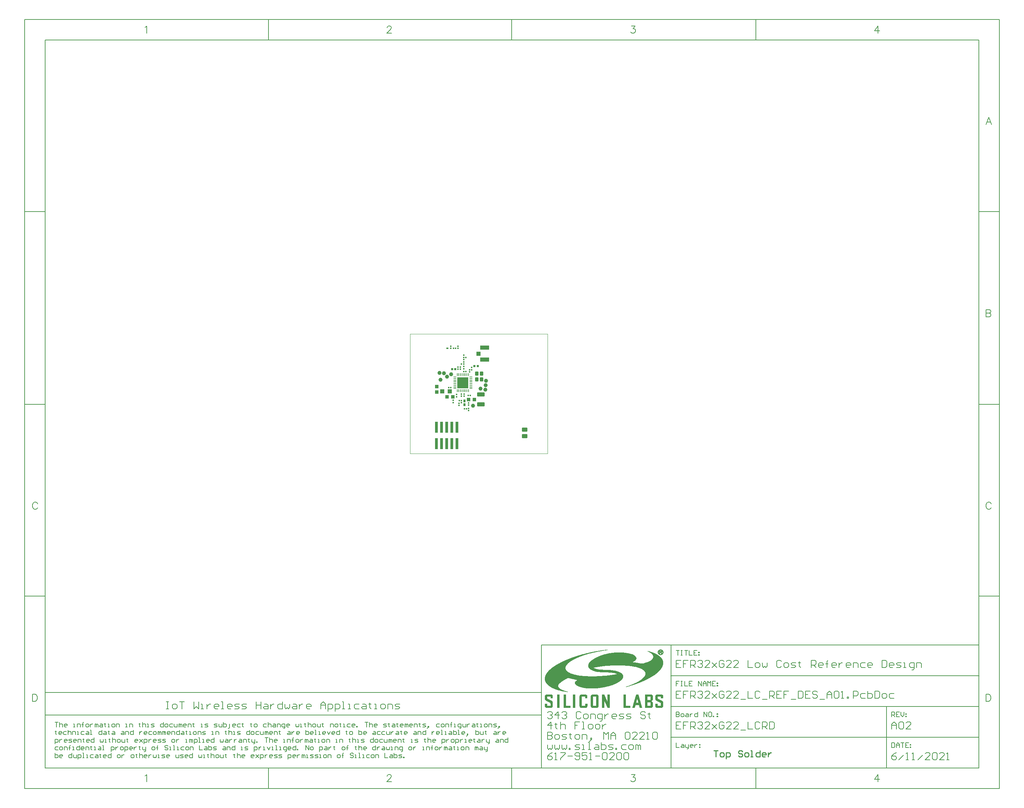
<source format=gts>
G04*
G04 #@! TF.GenerationSoftware,Altium Limited,Altium Designer,19.1.7 (138)*
G04*
G04 Layer_Color=8388736*
%FSLAX25Y25*%
%MOIN*%
G70*
G01*
G75*
%ADD11C,0.00500*%
%ADD12C,0.01000*%
%ADD14C,0.00197*%
%ADD15C,0.00100*%
%ADD16C,0.00700*%
%ADD18R,0.01400X0.01400*%
G04:AMPARAMS|DCode=19|XSize=53.15mil|YSize=37.4mil|CornerRadius=4.68mil|HoleSize=0mil|Usage=FLASHONLY|Rotation=180.000|XOffset=0mil|YOffset=0mil|HoleType=Round|Shape=RoundedRectangle|*
%AMROUNDEDRECTD19*
21,1,0.05315,0.02805,0,0,180.0*
21,1,0.04380,0.03740,0,0,180.0*
1,1,0.00935,-0.02190,0.01403*
1,1,0.00935,0.02190,0.01403*
1,1,0.00935,0.02190,-0.01403*
1,1,0.00935,-0.02190,-0.01403*
%
%ADD19ROUNDEDRECTD19*%
%ADD20C,0.03937*%
%ADD21R,0.02000X0.01400*%
%ADD22R,0.03543X0.03740*%
%ADD23R,0.01400X0.01400*%
%ADD24R,0.02362X0.02559*%
%ADD25R,0.02913X0.10984*%
%ADD26R,0.08661X0.04134*%
%ADD27R,0.04134X0.03937*%
G04:AMPARAMS|DCode=28|XSize=39.37mil|YSize=70.87mil|CornerRadius=4.92mil|HoleSize=0mil|Usage=FLASHONLY|Rotation=270.000|XOffset=0mil|YOffset=0mil|HoleType=Round|Shape=RoundedRectangle|*
%AMROUNDEDRECTD28*
21,1,0.03937,0.06102,0,0,270.0*
21,1,0.02953,0.07087,0,0,270.0*
1,1,0.00984,-0.03051,-0.01476*
1,1,0.00984,-0.03051,0.01476*
1,1,0.00984,0.03051,0.01476*
1,1,0.00984,0.03051,-0.01476*
%
%ADD28ROUNDEDRECTD28*%
%ADD29R,0.03937X0.03937*%
G04:AMPARAMS|DCode=30|XSize=37.4mil|YSize=33.47mil|CornerRadius=3.35mil|HoleSize=0mil|Usage=FLASHONLY|Rotation=90.000|XOffset=0mil|YOffset=0mil|HoleType=Round|Shape=RoundedRectangle|*
%AMROUNDEDRECTD30*
21,1,0.03740,0.02677,0,0,90.0*
21,1,0.03071,0.03347,0,0,90.0*
1,1,0.00669,0.01339,0.01535*
1,1,0.00669,0.01339,-0.01535*
1,1,0.00669,-0.01339,-0.01535*
1,1,0.00669,-0.01339,0.01535*
%
%ADD30ROUNDEDRECTD30*%
G04:AMPARAMS|DCode=31|XSize=8.66mil|YSize=29.92mil|CornerRadius=2.17mil|HoleSize=0mil|Usage=FLASHONLY|Rotation=180.000|XOffset=0mil|YOffset=0mil|HoleType=Round|Shape=RoundedRectangle|*
%AMROUNDEDRECTD31*
21,1,0.00866,0.02559,0,0,180.0*
21,1,0.00433,0.02992,0,0,180.0*
1,1,0.00433,-0.00217,0.01280*
1,1,0.00433,0.00217,0.01280*
1,1,0.00433,0.00217,-0.01280*
1,1,0.00433,-0.00217,-0.01280*
%
%ADD31ROUNDEDRECTD31*%
G04:AMPARAMS|DCode=32|XSize=8.66mil|YSize=29.92mil|CornerRadius=2.17mil|HoleSize=0mil|Usage=FLASHONLY|Rotation=270.000|XOffset=0mil|YOffset=0mil|HoleType=Round|Shape=RoundedRectangle|*
%AMROUNDEDRECTD32*
21,1,0.00866,0.02559,0,0,270.0*
21,1,0.00433,0.02992,0,0,270.0*
1,1,0.00433,-0.01280,-0.00217*
1,1,0.00433,-0.01280,0.00217*
1,1,0.00433,0.01280,0.00217*
1,1,0.00433,0.01280,-0.00217*
%
%ADD32ROUNDEDRECTD32*%
%ADD33R,0.11024X0.11024*%
%ADD34R,0.03740X0.03543*%
%ADD35R,0.01929X0.02047*%
D11*
X-348447Y-232713D02*
X135353D01*
X344053Y-326503D02*
Y-306503D01*
X261553D02*
Y-246503D01*
X471553Y-306503D02*
Y-246503D01*
X135353Y-306503D02*
Y-186503D01*
X561553Y-306503D02*
Y-186503D01*
X261553D02*
X561553D01*
X261553Y-246503D02*
Y-186503D01*
X135353D02*
X261553D01*
X261353Y-246503D02*
X561553D01*
X261353Y-276503D02*
X561553D01*
X111553Y-306503D02*
X561553D01*
X261353Y-216503D02*
X561853D01*
X-28447Y-306503D02*
X135353D01*
X106353Y-326503D02*
Y-306503D01*
X-130847Y-326503D02*
Y-306503D01*
X-368447Y-138903D02*
X-348447D01*
X-368447Y48297D02*
X-348447D01*
X-368447Y236297D02*
X-348447D01*
X-368447Y-326503D02*
Y423497D01*
X-348447Y-306503D02*
X561553D01*
X-348447D02*
Y403497D01*
X-368447Y-326503D02*
X581553D01*
X344053Y403497D02*
Y423497D01*
X106353Y403497D02*
Y423497D01*
X-130847Y403497D02*
Y423497D01*
X-368447D02*
X581553D01*
X-348447Y403497D02*
X561553D01*
Y-138903D02*
X581553D01*
X561553Y48297D02*
X581553D01*
X561553Y236297D02*
X581553D01*
X561553Y-306503D02*
Y403497D01*
X581553Y-326503D02*
Y423497D01*
X-348447Y-254903D02*
X135353D01*
X269552Y-222004D02*
X266553D01*
Y-224254D01*
X268053D01*
X266553D01*
Y-226503D01*
X271052Y-222004D02*
X272551D01*
X271801D01*
Y-226503D01*
X271052D01*
X272551D01*
X274800Y-222004D02*
Y-226503D01*
X277799D01*
X282298Y-222004D02*
X279299D01*
Y-226503D01*
X282298D01*
X279299Y-224254D02*
X280798D01*
X288296Y-226503D02*
Y-222004D01*
X291295Y-226503D01*
Y-222004D01*
X292794Y-226503D02*
Y-223504D01*
X294294Y-222004D01*
X295794Y-223504D01*
Y-226503D01*
Y-224254D01*
X292794D01*
X297293Y-226503D02*
Y-222004D01*
X298793Y-223504D01*
X300292Y-222004D01*
Y-226503D01*
X304791Y-222004D02*
X301792D01*
Y-226503D01*
X304791D01*
X301792Y-224254D02*
X303291D01*
X306290Y-223504D02*
X307040D01*
Y-224254D01*
X306290D01*
Y-223504D01*
Y-225753D02*
X307040D01*
Y-226503D01*
X306290D01*
Y-225753D01*
X266553Y-192004D02*
X269552D01*
X268053D01*
Y-196503D01*
X271052Y-192004D02*
X272551D01*
X271801D01*
Y-196503D01*
X271052D01*
X272551D01*
X274800Y-192004D02*
X277799D01*
X276300D01*
Y-196503D01*
X279299Y-192004D02*
Y-196503D01*
X282298D01*
X286796Y-192004D02*
X283797D01*
Y-196503D01*
X286796D01*
X283797Y-194254D02*
X285297D01*
X288296Y-193504D02*
X289046D01*
Y-194254D01*
X288296D01*
Y-193504D01*
Y-195753D02*
X289046D01*
Y-196503D01*
X288296D01*
Y-195753D01*
X266553Y-252004D02*
Y-256503D01*
X268802D01*
X269552Y-255753D01*
Y-255003D01*
X268802Y-254254D01*
X266553D01*
X268802D01*
X269552Y-253504D01*
Y-252754D01*
X268802Y-252004D01*
X266553D01*
X271801Y-256503D02*
X273301D01*
X274051Y-255753D01*
Y-254254D01*
X273301Y-253504D01*
X271801D01*
X271052Y-254254D01*
Y-255753D01*
X271801Y-256503D01*
X276300Y-253504D02*
X277799D01*
X278549Y-254254D01*
Y-256503D01*
X276300D01*
X275550Y-255753D01*
X276300Y-255003D01*
X278549D01*
X280049Y-253504D02*
Y-256503D01*
Y-255003D01*
X280798Y-254254D01*
X281548Y-253504D01*
X282298D01*
X287546Y-252004D02*
Y-256503D01*
X285297D01*
X284547Y-255753D01*
Y-254254D01*
X285297Y-253504D01*
X287546D01*
X293544Y-256503D02*
Y-252004D01*
X296543Y-256503D01*
Y-252004D01*
X300292D02*
X298793D01*
X298043Y-252754D01*
Y-255753D01*
X298793Y-256503D01*
X300292D01*
X301042Y-255753D01*
Y-252754D01*
X300292Y-252004D01*
X302541Y-256503D02*
Y-255753D01*
X303291D01*
Y-256503D01*
X302541D01*
X306290Y-253504D02*
X307040D01*
Y-254254D01*
X306290D01*
Y-253504D01*
Y-255753D02*
X307040D01*
Y-256503D01*
X306290D01*
Y-255753D01*
X476553Y-256503D02*
Y-252004D01*
X478802D01*
X479552Y-252754D01*
Y-254254D01*
X478802Y-255003D01*
X476553D01*
X478053D02*
X479552Y-256503D01*
X484051Y-252004D02*
X481052D01*
Y-256503D01*
X484051D01*
X481052Y-254254D02*
X482551D01*
X485550Y-252004D02*
Y-255003D01*
X487050Y-256503D01*
X488549Y-255003D01*
Y-252004D01*
X490049Y-253504D02*
X490798D01*
Y-254254D01*
X490049D01*
Y-253504D01*
Y-255753D02*
X490798D01*
Y-256503D01*
X490049D01*
Y-255753D01*
X476553Y-282004D02*
Y-286503D01*
X478802D01*
X479552Y-285753D01*
Y-282754D01*
X478802Y-282004D01*
X476553D01*
X481052Y-286503D02*
Y-283504D01*
X482551Y-282004D01*
X484051Y-283504D01*
Y-286503D01*
Y-284254D01*
X481052D01*
X485550Y-282004D02*
X488549D01*
X487050D01*
Y-286503D01*
X493048Y-282004D02*
X490049D01*
Y-286503D01*
X493048D01*
X490049Y-284254D02*
X491548D01*
X494547Y-283504D02*
X495297D01*
Y-284254D01*
X494547D01*
Y-283504D01*
Y-285753D02*
X495297D01*
Y-286503D01*
X494547D01*
Y-285753D01*
X266553Y-282004D02*
Y-286503D01*
X269552D01*
X271801Y-283504D02*
X273301D01*
X274051Y-284254D01*
Y-286503D01*
X271801D01*
X271052Y-285753D01*
X271801Y-285003D01*
X274051D01*
X275550Y-283504D02*
Y-285753D01*
X276300Y-286503D01*
X278549D01*
Y-287253D01*
X277799Y-288002D01*
X277050D01*
X278549Y-286503D02*
Y-283504D01*
X282298Y-286503D02*
X280798D01*
X280049Y-285753D01*
Y-284254D01*
X280798Y-283504D01*
X282298D01*
X283048Y-284254D01*
Y-285003D01*
X280049D01*
X284547Y-283504D02*
Y-286503D01*
Y-285003D01*
X285297Y-284254D01*
X286047Y-283504D01*
X286796D01*
X289046D02*
X289795D01*
Y-284254D01*
X289046D01*
Y-283504D01*
Y-285753D02*
X289795D01*
Y-286503D01*
X289046D01*
Y-285753D01*
X-338947Y-262004D02*
X-335948D01*
X-337448D01*
Y-266503D01*
X-334449Y-262004D02*
Y-266503D01*
Y-264254D01*
X-333699Y-263504D01*
X-332199D01*
X-331449Y-264254D01*
Y-266503D01*
X-327701D02*
X-329200D01*
X-329950Y-265753D01*
Y-264254D01*
X-329200Y-263504D01*
X-327701D01*
X-326951Y-264254D01*
Y-265003D01*
X-329950D01*
X-320953Y-266503D02*
X-319453D01*
X-320203D01*
Y-263504D01*
X-320953D01*
X-317204Y-266503D02*
Y-263504D01*
X-314955D01*
X-314205Y-264254D01*
Y-266503D01*
X-311956D02*
Y-262754D01*
Y-264254D01*
X-312705D01*
X-311206D01*
X-311956D01*
Y-262754D01*
X-311206Y-262004D01*
X-308207Y-266503D02*
X-306707D01*
X-305958Y-265753D01*
Y-264254D01*
X-306707Y-263504D01*
X-308207D01*
X-308957Y-264254D01*
Y-265753D01*
X-308207Y-266503D01*
X-304458Y-263504D02*
Y-266503D01*
Y-265003D01*
X-303708Y-264254D01*
X-302959Y-263504D01*
X-302209D01*
X-299960Y-266503D02*
Y-263504D01*
X-299210D01*
X-298460Y-264254D01*
Y-266503D01*
Y-264254D01*
X-297710Y-263504D01*
X-296960Y-264254D01*
Y-266503D01*
X-294711Y-263504D02*
X-293212D01*
X-292462Y-264254D01*
Y-266503D01*
X-294711D01*
X-295461Y-265753D01*
X-294711Y-265003D01*
X-292462D01*
X-290213Y-262754D02*
Y-263504D01*
X-290963D01*
X-289463D01*
X-290213D01*
Y-265753D01*
X-289463Y-266503D01*
X-287214D02*
X-285714D01*
X-286464D01*
Y-263504D01*
X-287214D01*
X-282715Y-266503D02*
X-281216D01*
X-280466Y-265753D01*
Y-264254D01*
X-281216Y-263504D01*
X-282715D01*
X-283465Y-264254D01*
Y-265753D01*
X-282715Y-266503D01*
X-278966D02*
Y-263504D01*
X-276717D01*
X-275967Y-264254D01*
Y-266503D01*
X-269969D02*
X-268470D01*
X-269219D01*
Y-263504D01*
X-269969D01*
X-266220Y-266503D02*
Y-263504D01*
X-263971D01*
X-263221Y-264254D01*
Y-266503D01*
X-256474Y-262754D02*
Y-263504D01*
X-257223D01*
X-255724D01*
X-256474D01*
Y-265753D01*
X-255724Y-266503D01*
X-253475Y-262004D02*
Y-266503D01*
Y-264254D01*
X-252725Y-263504D01*
X-251225D01*
X-250476Y-264254D01*
Y-266503D01*
X-248976D02*
X-247477D01*
X-248226D01*
Y-263504D01*
X-248976D01*
X-245227Y-266503D02*
X-242978D01*
X-242228Y-265753D01*
X-242978Y-265003D01*
X-244478D01*
X-245227Y-264254D01*
X-244478Y-263504D01*
X-242228D01*
X-233231Y-262004D02*
Y-266503D01*
X-235480D01*
X-236230Y-265753D01*
Y-264254D01*
X-235480Y-263504D01*
X-233231D01*
X-230982Y-266503D02*
X-229482D01*
X-228732Y-265753D01*
Y-264254D01*
X-229482Y-263504D01*
X-230982D01*
X-231732Y-264254D01*
Y-265753D01*
X-230982Y-266503D01*
X-224234Y-263504D02*
X-226483D01*
X-227233Y-264254D01*
Y-265753D01*
X-226483Y-266503D01*
X-224234D01*
X-222734Y-263504D02*
Y-265753D01*
X-221985Y-266503D01*
X-219735D01*
Y-263504D01*
X-218236Y-266503D02*
Y-263504D01*
X-217486D01*
X-216736Y-264254D01*
Y-266503D01*
Y-264254D01*
X-215987Y-263504D01*
X-215237Y-264254D01*
Y-266503D01*
X-211488D02*
X-212988D01*
X-213737Y-265753D01*
Y-264254D01*
X-212988Y-263504D01*
X-211488D01*
X-210738Y-264254D01*
Y-265003D01*
X-213737D01*
X-209239Y-266503D02*
Y-263504D01*
X-206990D01*
X-206240Y-264254D01*
Y-266503D01*
X-203991Y-262754D02*
Y-263504D01*
X-204740D01*
X-203241D01*
X-203991D01*
Y-265753D01*
X-203241Y-266503D01*
X-196493D02*
X-194993D01*
X-195743D01*
Y-263504D01*
X-196493D01*
X-192744Y-266503D02*
X-190495D01*
X-189745Y-265753D01*
X-190495Y-265003D01*
X-191994D01*
X-192744Y-264254D01*
X-191994Y-263504D01*
X-189745D01*
X-183747Y-266503D02*
X-181498D01*
X-180748Y-265753D01*
X-181498Y-265003D01*
X-182997D01*
X-183747Y-264254D01*
X-182997Y-263504D01*
X-180748D01*
X-179248D02*
Y-265753D01*
X-178499Y-266503D01*
X-176250D01*
Y-263504D01*
X-174750Y-262004D02*
Y-266503D01*
X-172501D01*
X-171751Y-265753D01*
Y-265003D01*
Y-264254D01*
X-172501Y-263504D01*
X-174750D01*
X-170251Y-268003D02*
X-169502D01*
X-168752Y-267253D01*
Y-263504D01*
X-163504Y-266503D02*
X-165003D01*
X-165753Y-265753D01*
Y-264254D01*
X-165003Y-263504D01*
X-163504D01*
X-162754Y-264254D01*
Y-265003D01*
X-165753D01*
X-158255Y-263504D02*
X-160504D01*
X-161254Y-264254D01*
Y-265753D01*
X-160504Y-266503D01*
X-158255D01*
X-156006Y-262754D02*
Y-263504D01*
X-156756D01*
X-155256D01*
X-156006D01*
Y-265753D01*
X-155256Y-266503D01*
X-147759Y-262754D02*
Y-263504D01*
X-148508D01*
X-147009D01*
X-147759D01*
Y-265753D01*
X-147009Y-266503D01*
X-144010D02*
X-142510D01*
X-141761Y-265753D01*
Y-264254D01*
X-142510Y-263504D01*
X-144010D01*
X-144760Y-264254D01*
Y-265753D01*
X-144010Y-266503D01*
X-132764Y-263504D02*
X-135013D01*
X-135763Y-264254D01*
Y-265753D01*
X-135013Y-266503D01*
X-132764D01*
X-131264Y-262004D02*
Y-266503D01*
Y-264254D01*
X-130514Y-263504D01*
X-129015D01*
X-128265Y-264254D01*
Y-266503D01*
X-126016Y-263504D02*
X-124516D01*
X-123766Y-264254D01*
Y-266503D01*
X-126016D01*
X-126765Y-265753D01*
X-126016Y-265003D01*
X-123766D01*
X-122267Y-266503D02*
Y-263504D01*
X-120018D01*
X-119268Y-264254D01*
Y-266503D01*
X-116269Y-268003D02*
X-115519D01*
X-114769Y-267253D01*
Y-263504D01*
X-117019D01*
X-117768Y-264254D01*
Y-265753D01*
X-117019Y-266503D01*
X-114769D01*
X-111021D02*
X-112520D01*
X-113270Y-265753D01*
Y-264254D01*
X-112520Y-263504D01*
X-111021D01*
X-110271Y-264254D01*
Y-265003D01*
X-113270D01*
X-104273Y-263504D02*
Y-265753D01*
X-103523Y-266503D01*
X-102773Y-265753D01*
X-102023Y-266503D01*
X-101274Y-265753D01*
Y-263504D01*
X-99774Y-266503D02*
X-98275D01*
X-99024D01*
Y-263504D01*
X-99774D01*
X-95276Y-262754D02*
Y-263504D01*
X-96025D01*
X-94526D01*
X-95276D01*
Y-265753D01*
X-94526Y-266503D01*
X-92277Y-262004D02*
Y-266503D01*
Y-264254D01*
X-91527Y-263504D01*
X-90027D01*
X-89277Y-264254D01*
Y-266503D01*
X-87028D02*
X-85529D01*
X-84779Y-265753D01*
Y-264254D01*
X-85529Y-263504D01*
X-87028D01*
X-87778Y-264254D01*
Y-265753D01*
X-87028Y-266503D01*
X-83279Y-263504D02*
Y-265753D01*
X-82530Y-266503D01*
X-80280D01*
Y-263504D01*
X-78031Y-262754D02*
Y-263504D01*
X-78781D01*
X-77281D01*
X-78031D01*
Y-265753D01*
X-77281Y-266503D01*
X-70534D02*
Y-263504D01*
X-68284D01*
X-67535Y-264254D01*
Y-266503D01*
X-65285D02*
X-63786D01*
X-63036Y-265753D01*
Y-264254D01*
X-63786Y-263504D01*
X-65285D01*
X-66035Y-264254D01*
Y-265753D01*
X-65285Y-266503D01*
X-60787Y-262754D02*
Y-263504D01*
X-61536D01*
X-60037D01*
X-60787D01*
Y-265753D01*
X-60037Y-266503D01*
X-57788D02*
X-56288D01*
X-57038D01*
Y-263504D01*
X-57788D01*
X-51040D02*
X-53289D01*
X-54039Y-264254D01*
Y-265753D01*
X-53289Y-266503D01*
X-51040D01*
X-47291D02*
X-48791D01*
X-49540Y-265753D01*
Y-264254D01*
X-48791Y-263504D01*
X-47291D01*
X-46541Y-264254D01*
Y-265003D01*
X-49540D01*
X-45042Y-266503D02*
Y-265753D01*
X-44292D01*
Y-266503D01*
X-45042D01*
X-36794Y-262004D02*
X-33795D01*
X-35295D01*
Y-266503D01*
X-32296Y-262004D02*
Y-266503D01*
Y-264254D01*
X-31546Y-263504D01*
X-30047D01*
X-29297Y-264254D01*
Y-266503D01*
X-25548D02*
X-27048D01*
X-27797Y-265753D01*
Y-264254D01*
X-27048Y-263504D01*
X-25548D01*
X-24798Y-264254D01*
Y-265003D01*
X-27797D01*
X-18800Y-266503D02*
X-16551D01*
X-15801Y-265753D01*
X-16551Y-265003D01*
X-18050D01*
X-18800Y-264254D01*
X-18050Y-263504D01*
X-15801D01*
X-13552Y-262754D02*
Y-263504D01*
X-14302D01*
X-12802D01*
X-13552D01*
Y-265753D01*
X-12802Y-266503D01*
X-9803Y-263504D02*
X-8304D01*
X-7554Y-264254D01*
Y-266503D01*
X-9803D01*
X-10553Y-265753D01*
X-9803Y-265003D01*
X-7554D01*
X-5305Y-262754D02*
Y-263504D01*
X-6054D01*
X-4555D01*
X-5305D01*
Y-265753D01*
X-4555Y-266503D01*
X-56D02*
X-1556D01*
X-2306Y-265753D01*
Y-264254D01*
X-1556Y-263504D01*
X-56D01*
X693Y-264254D01*
Y-265003D01*
X-2306D01*
X2193Y-266503D02*
Y-263504D01*
X2943D01*
X3692Y-264254D01*
Y-266503D01*
Y-264254D01*
X4442Y-263504D01*
X5192Y-264254D01*
Y-266503D01*
X8941D02*
X7441D01*
X6692Y-265753D01*
Y-264254D01*
X7441Y-263504D01*
X8941D01*
X9691Y-264254D01*
Y-265003D01*
X6692D01*
X11190Y-266503D02*
Y-263504D01*
X13439D01*
X14189Y-264254D01*
Y-266503D01*
X16438Y-262754D02*
Y-263504D01*
X15689D01*
X17188D01*
X16438D01*
Y-265753D01*
X17188Y-266503D01*
X19437D02*
X21687D01*
X22436Y-265753D01*
X21687Y-265003D01*
X20187D01*
X19437Y-264254D01*
X20187Y-263504D01*
X22436D01*
X24686Y-267253D02*
X25436Y-266503D01*
Y-265753D01*
X24686D01*
Y-266503D01*
X25436D01*
X24686Y-267253D01*
X23936Y-268003D01*
X35932Y-263504D02*
X33683D01*
X32933Y-264254D01*
Y-265753D01*
X33683Y-266503D01*
X35932D01*
X38181D02*
X39681D01*
X40431Y-265753D01*
Y-264254D01*
X39681Y-263504D01*
X38181D01*
X37432Y-264254D01*
Y-265753D01*
X38181Y-266503D01*
X41930D02*
Y-263504D01*
X44179D01*
X44929Y-264254D01*
Y-266503D01*
X47179D02*
Y-262754D01*
Y-264254D01*
X46429D01*
X47928D01*
X47179D01*
Y-262754D01*
X47928Y-262004D01*
X50178Y-266503D02*
X51677D01*
X50927D01*
Y-263504D01*
X50178D01*
X55426Y-268003D02*
X56176D01*
X56925Y-267253D01*
Y-263504D01*
X54676D01*
X53926Y-264254D01*
Y-265753D01*
X54676Y-266503D01*
X56925D01*
X58425Y-263504D02*
Y-265753D01*
X59175Y-266503D01*
X61424D01*
Y-263504D01*
X62923D02*
Y-266503D01*
Y-265003D01*
X63673Y-264254D01*
X64423Y-263504D01*
X65173D01*
X68172D02*
X69671D01*
X70421Y-264254D01*
Y-266503D01*
X68172D01*
X67422Y-265753D01*
X68172Y-265003D01*
X70421D01*
X72670Y-262754D02*
Y-263504D01*
X71921D01*
X73420D01*
X72670D01*
Y-265753D01*
X73420Y-266503D01*
X75669D02*
X77169D01*
X76419D01*
Y-263504D01*
X75669D01*
X80168Y-266503D02*
X81667D01*
X82417Y-265753D01*
Y-264254D01*
X81667Y-263504D01*
X80168D01*
X79418Y-264254D01*
Y-265753D01*
X80168Y-266503D01*
X83917D02*
Y-263504D01*
X86166D01*
X86916Y-264254D01*
Y-266503D01*
X88415D02*
X90664D01*
X91414Y-265753D01*
X90664Y-265003D01*
X89165D01*
X88415Y-264254D01*
X89165Y-263504D01*
X91414D01*
X93664Y-267253D02*
X94413Y-266503D01*
Y-265753D01*
X93664D01*
Y-266503D01*
X94413D01*
X93664Y-267253D01*
X92914Y-268003D01*
X-338197Y-270254D02*
Y-271004D01*
X-338947D01*
X-337448D01*
X-338197D01*
Y-273253D01*
X-337448Y-274003D01*
X-332949D02*
X-334449D01*
X-335198Y-273253D01*
Y-271754D01*
X-334449Y-271004D01*
X-332949D01*
X-332199Y-271754D01*
Y-272503D01*
X-335198D01*
X-327701Y-271004D02*
X-329950D01*
X-330700Y-271754D01*
Y-273253D01*
X-329950Y-274003D01*
X-327701D01*
X-326201Y-269504D02*
Y-274003D01*
Y-271754D01*
X-325451Y-271004D01*
X-323952D01*
X-323202Y-271754D01*
Y-274003D01*
X-321703D02*
Y-271004D01*
X-319453D01*
X-318704Y-271754D01*
Y-274003D01*
X-317204D02*
X-315704D01*
X-316454D01*
Y-271004D01*
X-317204D01*
X-310456D02*
X-312705D01*
X-313455Y-271754D01*
Y-273253D01*
X-312705Y-274003D01*
X-310456D01*
X-308207Y-271004D02*
X-306707D01*
X-305958Y-271754D01*
Y-274003D01*
X-308207D01*
X-308957Y-273253D01*
X-308207Y-272503D01*
X-305958D01*
X-304458Y-274003D02*
X-302959D01*
X-303708D01*
Y-269504D01*
X-304458D01*
X-293212D02*
Y-274003D01*
X-295461D01*
X-296211Y-273253D01*
Y-271754D01*
X-295461Y-271004D01*
X-293212D01*
X-290963D02*
X-289463D01*
X-288713Y-271754D01*
Y-274003D01*
X-290963D01*
X-291712Y-273253D01*
X-290963Y-272503D01*
X-288713D01*
X-286464Y-270254D02*
Y-271004D01*
X-287214D01*
X-285714D01*
X-286464D01*
Y-273253D01*
X-285714Y-274003D01*
X-282715Y-271004D02*
X-281216D01*
X-280466Y-271754D01*
Y-274003D01*
X-282715D01*
X-283465Y-273253D01*
X-282715Y-272503D01*
X-280466D01*
X-273718Y-271004D02*
X-272218D01*
X-271469Y-271754D01*
Y-274003D01*
X-273718D01*
X-274468Y-273253D01*
X-273718Y-272503D01*
X-271469D01*
X-269969Y-274003D02*
Y-271004D01*
X-267720D01*
X-266970Y-271754D01*
Y-274003D01*
X-262472Y-269504D02*
Y-274003D01*
X-264721D01*
X-265471Y-273253D01*
Y-271754D01*
X-264721Y-271004D01*
X-262472D01*
X-256474D02*
Y-274003D01*
Y-272503D01*
X-255724Y-271754D01*
X-254974Y-271004D01*
X-254224D01*
X-249726Y-274003D02*
X-251225D01*
X-251975Y-273253D01*
Y-271754D01*
X-251225Y-271004D01*
X-249726D01*
X-248976Y-271754D01*
Y-272503D01*
X-251975D01*
X-244478Y-271004D02*
X-246727D01*
X-247477Y-271754D01*
Y-273253D01*
X-246727Y-274003D01*
X-244478D01*
X-242228D02*
X-240729D01*
X-239979Y-273253D01*
Y-271754D01*
X-240729Y-271004D01*
X-242228D01*
X-242978Y-271754D01*
Y-273253D01*
X-242228Y-274003D01*
X-238479D02*
Y-271004D01*
X-237730D01*
X-236980Y-271754D01*
Y-274003D01*
Y-271754D01*
X-236230Y-271004D01*
X-235480Y-271754D01*
Y-274003D01*
X-233981D02*
Y-271004D01*
X-233231D01*
X-232481Y-271754D01*
Y-274003D01*
Y-271754D01*
X-231732Y-271004D01*
X-230982Y-271754D01*
Y-274003D01*
X-227233D02*
X-228732D01*
X-229482Y-273253D01*
Y-271754D01*
X-228732Y-271004D01*
X-227233D01*
X-226483Y-271754D01*
Y-272503D01*
X-229482D01*
X-224984Y-274003D02*
Y-271004D01*
X-222734D01*
X-221985Y-271754D01*
Y-274003D01*
X-217486Y-269504D02*
Y-274003D01*
X-219735D01*
X-220485Y-273253D01*
Y-271754D01*
X-219735Y-271004D01*
X-217486D01*
X-215237D02*
X-213737D01*
X-212988Y-271754D01*
Y-274003D01*
X-215237D01*
X-215987Y-273253D01*
X-215237Y-272503D01*
X-212988D01*
X-210738Y-270254D02*
Y-271004D01*
X-211488D01*
X-209989D01*
X-210738D01*
Y-273253D01*
X-209989Y-274003D01*
X-207739D02*
X-206240D01*
X-206990D01*
Y-271004D01*
X-207739D01*
X-203241Y-274003D02*
X-201741D01*
X-200992Y-273253D01*
Y-271754D01*
X-201741Y-271004D01*
X-203241D01*
X-203991Y-271754D01*
Y-273253D01*
X-203241Y-274003D01*
X-199492D02*
Y-271004D01*
X-197243D01*
X-196493Y-271754D01*
Y-274003D01*
X-194993D02*
X-192744D01*
X-191994Y-273253D01*
X-192744Y-272503D01*
X-194244D01*
X-194993Y-271754D01*
X-194244Y-271004D01*
X-191994D01*
X-185996Y-274003D02*
X-184497D01*
X-185247D01*
Y-271004D01*
X-185996D01*
X-182247Y-274003D02*
Y-271004D01*
X-179998D01*
X-179248Y-271754D01*
Y-274003D01*
X-172501Y-270254D02*
Y-271004D01*
X-173250D01*
X-171751D01*
X-172501D01*
Y-273253D01*
X-171751Y-274003D01*
X-169502Y-269504D02*
Y-274003D01*
Y-271754D01*
X-168752Y-271004D01*
X-167252D01*
X-166503Y-271754D01*
Y-274003D01*
X-165003D02*
X-163504D01*
X-164253D01*
Y-271004D01*
X-165003D01*
X-161254Y-274003D02*
X-159005D01*
X-158255Y-273253D01*
X-159005Y-272503D01*
X-160504D01*
X-161254Y-271754D01*
X-160504Y-271004D01*
X-158255D01*
X-149258Y-269504D02*
Y-274003D01*
X-151507D01*
X-152257Y-273253D01*
Y-271754D01*
X-151507Y-271004D01*
X-149258D01*
X-147009Y-274003D02*
X-145509D01*
X-144760Y-273253D01*
Y-271754D01*
X-145509Y-271004D01*
X-147009D01*
X-147759Y-271754D01*
Y-273253D01*
X-147009Y-274003D01*
X-140261Y-271004D02*
X-142510D01*
X-143260Y-271754D01*
Y-273253D01*
X-142510Y-274003D01*
X-140261D01*
X-138761Y-271004D02*
Y-273253D01*
X-138012Y-274003D01*
X-135763D01*
Y-271004D01*
X-134263Y-274003D02*
Y-271004D01*
X-133513D01*
X-132764Y-271754D01*
Y-274003D01*
Y-271754D01*
X-132014Y-271004D01*
X-131264Y-271754D01*
Y-274003D01*
X-127515D02*
X-129015D01*
X-129764Y-273253D01*
Y-271754D01*
X-129015Y-271004D01*
X-127515D01*
X-126765Y-271754D01*
Y-272503D01*
X-129764D01*
X-125266Y-274003D02*
Y-271004D01*
X-123017D01*
X-122267Y-271754D01*
Y-274003D01*
X-120018Y-270254D02*
Y-271004D01*
X-120767D01*
X-119268D01*
X-120018D01*
Y-273253D01*
X-119268Y-274003D01*
X-111770Y-271004D02*
X-110271D01*
X-109521Y-271754D01*
Y-274003D01*
X-111770D01*
X-112520Y-273253D01*
X-111770Y-272503D01*
X-109521D01*
X-108021Y-271004D02*
Y-274003D01*
Y-272503D01*
X-107272Y-271754D01*
X-106522Y-271004D01*
X-105772D01*
X-101274Y-274003D02*
X-102773D01*
X-103523Y-273253D01*
Y-271754D01*
X-102773Y-271004D01*
X-101274D01*
X-100524Y-271754D01*
Y-272503D01*
X-103523D01*
X-94526Y-269504D02*
Y-274003D01*
X-92277D01*
X-91527Y-273253D01*
Y-272503D01*
Y-271754D01*
X-92277Y-271004D01*
X-94526D01*
X-87778Y-274003D02*
X-89277D01*
X-90027Y-273253D01*
Y-271754D01*
X-89277Y-271004D01*
X-87778D01*
X-87028Y-271754D01*
Y-272503D01*
X-90027D01*
X-85529Y-274003D02*
X-84029D01*
X-84779D01*
Y-269504D01*
X-85529D01*
X-81780Y-274003D02*
X-80280D01*
X-81030D01*
Y-271004D01*
X-81780D01*
X-75782Y-274003D02*
X-77281D01*
X-78031Y-273253D01*
Y-271754D01*
X-77281Y-271004D01*
X-75782D01*
X-75032Y-271754D01*
Y-272503D01*
X-78031D01*
X-73533Y-271004D02*
X-72033Y-274003D01*
X-70534Y-271004D01*
X-66785Y-274003D02*
X-68284D01*
X-69034Y-273253D01*
Y-271754D01*
X-68284Y-271004D01*
X-66785D01*
X-66035Y-271754D01*
Y-272503D01*
X-69034D01*
X-61536Y-269504D02*
Y-274003D01*
X-63786D01*
X-64535Y-273253D01*
Y-271754D01*
X-63786Y-271004D01*
X-61536D01*
X-54789Y-270254D02*
Y-271004D01*
X-55538D01*
X-54039D01*
X-54789D01*
Y-273253D01*
X-54039Y-274003D01*
X-51040D02*
X-49540D01*
X-48791Y-273253D01*
Y-271754D01*
X-49540Y-271004D01*
X-51040D01*
X-51790Y-271754D01*
Y-273253D01*
X-51040Y-274003D01*
X-42792Y-269504D02*
Y-274003D01*
X-40543D01*
X-39794Y-273253D01*
Y-272503D01*
Y-271754D01*
X-40543Y-271004D01*
X-42792D01*
X-36045Y-274003D02*
X-37544D01*
X-38294Y-273253D01*
Y-271754D01*
X-37544Y-271004D01*
X-36045D01*
X-35295Y-271754D01*
Y-272503D01*
X-38294D01*
X-28547Y-271004D02*
X-27048D01*
X-26298Y-271754D01*
Y-274003D01*
X-28547D01*
X-29297Y-273253D01*
X-28547Y-272503D01*
X-26298D01*
X-21799Y-271004D02*
X-24048D01*
X-24798Y-271754D01*
Y-273253D01*
X-24048Y-274003D01*
X-21799D01*
X-17301Y-271004D02*
X-19550D01*
X-20300Y-271754D01*
Y-273253D01*
X-19550Y-274003D01*
X-17301D01*
X-15801Y-271004D02*
Y-273253D01*
X-15051Y-274003D01*
X-12802D01*
Y-271004D01*
X-11303D02*
Y-274003D01*
Y-272503D01*
X-10553Y-271754D01*
X-9803Y-271004D01*
X-9053D01*
X-6054D02*
X-4555D01*
X-3805Y-271754D01*
Y-274003D01*
X-6054D01*
X-6804Y-273253D01*
X-6054Y-272503D01*
X-3805D01*
X-1556Y-270254D02*
Y-271004D01*
X-2306D01*
X-806D01*
X-1556D01*
Y-273253D01*
X-806Y-274003D01*
X3692D02*
X2193D01*
X1443Y-273253D01*
Y-271754D01*
X2193Y-271004D01*
X3692D01*
X4442Y-271754D01*
Y-272503D01*
X1443D01*
X11190Y-271004D02*
X12690D01*
X13439Y-271754D01*
Y-274003D01*
X11190D01*
X10440Y-273253D01*
X11190Y-272503D01*
X13439D01*
X14939Y-274003D02*
Y-271004D01*
X17188D01*
X17938Y-271754D01*
Y-274003D01*
X22436Y-269504D02*
Y-274003D01*
X20187D01*
X19437Y-273253D01*
Y-271754D01*
X20187Y-271004D01*
X22436D01*
X28435D02*
Y-274003D01*
Y-272503D01*
X29184Y-271754D01*
X29934Y-271004D01*
X30684D01*
X35182Y-274003D02*
X33683D01*
X32933Y-273253D01*
Y-271754D01*
X33683Y-271004D01*
X35182D01*
X35932Y-271754D01*
Y-272503D01*
X32933D01*
X37432Y-274003D02*
X38931D01*
X38181D01*
Y-269504D01*
X37432D01*
X41181Y-274003D02*
X42680D01*
X41930D01*
Y-271004D01*
X41181D01*
X45679D02*
X47179D01*
X47928Y-271754D01*
Y-274003D01*
X45679D01*
X44929Y-273253D01*
X45679Y-272503D01*
X47928D01*
X49428Y-269504D02*
Y-274003D01*
X51677D01*
X52427Y-273253D01*
Y-272503D01*
Y-271754D01*
X51677Y-271004D01*
X49428D01*
X53926Y-274003D02*
X55426D01*
X54676D01*
Y-269504D01*
X53926D01*
X59924Y-274003D02*
X58425D01*
X57675Y-273253D01*
Y-271754D01*
X58425Y-271004D01*
X59924D01*
X60674Y-271754D01*
Y-272503D01*
X57675D01*
X62923Y-274753D02*
X63673Y-274003D01*
Y-273253D01*
X62923D01*
Y-274003D01*
X63673D01*
X62923Y-274753D01*
X62174Y-275502D01*
X71171Y-269504D02*
Y-274003D01*
X73420D01*
X74170Y-273253D01*
Y-272503D01*
Y-271754D01*
X73420Y-271004D01*
X71171D01*
X75669D02*
Y-273253D01*
X76419Y-274003D01*
X78668D01*
Y-271004D01*
X80918Y-270254D02*
Y-271004D01*
X80168D01*
X81667D01*
X80918D01*
Y-273253D01*
X81667Y-274003D01*
X89165Y-271004D02*
X90664D01*
X91414Y-271754D01*
Y-274003D01*
X89165D01*
X88415Y-273253D01*
X89165Y-272503D01*
X91414D01*
X92914Y-271004D02*
Y-274003D01*
Y-272503D01*
X93664Y-271754D01*
X94413Y-271004D01*
X95163D01*
X99662Y-274003D02*
X98162D01*
X97412Y-273253D01*
Y-271754D01*
X98162Y-271004D01*
X99662D01*
X100411Y-271754D01*
Y-272503D01*
X97412D01*
X-338947Y-283002D02*
Y-278504D01*
X-336698D01*
X-335948Y-279254D01*
Y-280753D01*
X-336698Y-281503D01*
X-338947D01*
X-334449Y-278504D02*
Y-281503D01*
Y-280003D01*
X-333699Y-279254D01*
X-332949Y-278504D01*
X-332199D01*
X-327701Y-281503D02*
X-329200D01*
X-329950Y-280753D01*
Y-279254D01*
X-329200Y-278504D01*
X-327701D01*
X-326951Y-279254D01*
Y-280003D01*
X-329950D01*
X-325451Y-281503D02*
X-323202D01*
X-322452Y-280753D01*
X-323202Y-280003D01*
X-324702D01*
X-325451Y-279254D01*
X-324702Y-278504D01*
X-322452D01*
X-318704Y-281503D02*
X-320203D01*
X-320953Y-280753D01*
Y-279254D01*
X-320203Y-278504D01*
X-318704D01*
X-317954Y-279254D01*
Y-280003D01*
X-320953D01*
X-316454Y-281503D02*
Y-278504D01*
X-314205D01*
X-313455Y-279254D01*
Y-281503D01*
X-311206Y-277754D02*
Y-278504D01*
X-311956D01*
X-310456D01*
X-311206D01*
Y-280753D01*
X-310456Y-281503D01*
X-305958D02*
X-307457D01*
X-308207Y-280753D01*
Y-279254D01*
X-307457Y-278504D01*
X-305958D01*
X-305208Y-279254D01*
Y-280003D01*
X-308207D01*
X-300709Y-277004D02*
Y-281503D01*
X-302959D01*
X-303708Y-280753D01*
Y-279254D01*
X-302959Y-278504D01*
X-300709D01*
X-294711D02*
Y-280753D01*
X-293962Y-281503D01*
X-293212Y-280753D01*
X-292462Y-281503D01*
X-291712Y-280753D01*
Y-278504D01*
X-290213Y-281503D02*
X-288713D01*
X-289463D01*
Y-278504D01*
X-290213D01*
X-285714Y-277754D02*
Y-278504D01*
X-286464D01*
X-284964D01*
X-285714D01*
Y-280753D01*
X-284964Y-281503D01*
X-282715Y-277004D02*
Y-281503D01*
Y-279254D01*
X-281965Y-278504D01*
X-280466D01*
X-279716Y-279254D01*
Y-281503D01*
X-277467D02*
X-275967D01*
X-275218Y-280753D01*
Y-279254D01*
X-275967Y-278504D01*
X-277467D01*
X-278217Y-279254D01*
Y-280753D01*
X-277467Y-281503D01*
X-273718Y-278504D02*
Y-280753D01*
X-272968Y-281503D01*
X-270719D01*
Y-278504D01*
X-268470Y-277754D02*
Y-278504D01*
X-269219D01*
X-267720D01*
X-268470D01*
Y-280753D01*
X-267720Y-281503D01*
X-258723D02*
X-260222D01*
X-260972Y-280753D01*
Y-279254D01*
X-260222Y-278504D01*
X-258723D01*
X-257973Y-279254D01*
Y-280003D01*
X-260972D01*
X-256474Y-278504D02*
X-253475Y-281503D01*
X-254974Y-280003D01*
X-253475Y-278504D01*
X-256474Y-281503D01*
X-251975Y-283002D02*
Y-278504D01*
X-249726D01*
X-248976Y-279254D01*
Y-280753D01*
X-249726Y-281503D01*
X-251975D01*
X-247477Y-278504D02*
Y-281503D01*
Y-280003D01*
X-246727Y-279254D01*
X-245977Y-278504D01*
X-245227D01*
X-240729Y-281503D02*
X-242228D01*
X-242978Y-280753D01*
Y-279254D01*
X-242228Y-278504D01*
X-240729D01*
X-239979Y-279254D01*
Y-280003D01*
X-242978D01*
X-238479Y-281503D02*
X-236230D01*
X-235480Y-280753D01*
X-236230Y-280003D01*
X-237730D01*
X-238479Y-279254D01*
X-237730Y-278504D01*
X-235480D01*
X-233981Y-281503D02*
X-231732D01*
X-230982Y-280753D01*
X-231732Y-280003D01*
X-233231D01*
X-233981Y-279254D01*
X-233231Y-278504D01*
X-230982D01*
X-224234Y-281503D02*
X-222734D01*
X-221985Y-280753D01*
Y-279254D01*
X-222734Y-278504D01*
X-224234D01*
X-224984Y-279254D01*
Y-280753D01*
X-224234Y-281503D01*
X-220485Y-278504D02*
Y-281503D01*
Y-280003D01*
X-219735Y-279254D01*
X-218986Y-278504D01*
X-218236D01*
X-211488Y-281503D02*
X-209989D01*
X-210738D01*
Y-278504D01*
X-211488D01*
X-207739Y-281503D02*
Y-278504D01*
X-206990D01*
X-206240Y-279254D01*
Y-281503D01*
Y-279254D01*
X-205490Y-278504D01*
X-204740Y-279254D01*
Y-281503D01*
X-203241Y-283002D02*
Y-278504D01*
X-200992D01*
X-200242Y-279254D01*
Y-280753D01*
X-200992Y-281503D01*
X-203241D01*
X-198742D02*
X-197243D01*
X-197992D01*
Y-277004D01*
X-198742D01*
X-194993Y-281503D02*
X-193494D01*
X-194244D01*
Y-278504D01*
X-194993D01*
X-188995Y-281503D02*
X-190495D01*
X-191245Y-280753D01*
Y-279254D01*
X-190495Y-278504D01*
X-188995D01*
X-188246Y-279254D01*
Y-280003D01*
X-191245D01*
X-183747Y-277004D02*
Y-281503D01*
X-185996D01*
X-186746Y-280753D01*
Y-279254D01*
X-185996Y-278504D01*
X-183747D01*
X-177749D02*
Y-280753D01*
X-176999Y-281503D01*
X-176250Y-280753D01*
X-175500Y-281503D01*
X-174750Y-280753D01*
Y-278504D01*
X-172501D02*
X-171001D01*
X-170251Y-279254D01*
Y-281503D01*
X-172501D01*
X-173250Y-280753D01*
X-172501Y-280003D01*
X-170251D01*
X-168752Y-278504D02*
Y-281503D01*
Y-280003D01*
X-168002Y-279254D01*
X-167252Y-278504D01*
X-166503D01*
X-164253D02*
Y-281503D01*
Y-280003D01*
X-163504Y-279254D01*
X-162754Y-278504D01*
X-162004D01*
X-159005D02*
X-157506D01*
X-156756Y-279254D01*
Y-281503D01*
X-159005D01*
X-159755Y-280753D01*
X-159005Y-280003D01*
X-156756D01*
X-155256Y-281503D02*
Y-278504D01*
X-153007D01*
X-152257Y-279254D01*
Y-281503D01*
X-150008Y-277754D02*
Y-278504D01*
X-150758D01*
X-149258D01*
X-150008D01*
Y-280753D01*
X-149258Y-281503D01*
X-147009Y-278504D02*
Y-280753D01*
X-146259Y-281503D01*
X-144010D01*
Y-282253D01*
X-144760Y-283002D01*
X-145509D01*
X-144010Y-281503D02*
Y-278504D01*
X-142510Y-281503D02*
Y-280753D01*
X-141761D01*
Y-281503D01*
X-142510D01*
X-134263Y-277004D02*
X-131264D01*
X-132764D01*
Y-281503D01*
X-129764Y-277004D02*
Y-281503D01*
Y-279254D01*
X-129015Y-278504D01*
X-127515D01*
X-126765Y-279254D01*
Y-281503D01*
X-123017D02*
X-124516D01*
X-125266Y-280753D01*
Y-279254D01*
X-124516Y-278504D01*
X-123017D01*
X-122267Y-279254D01*
Y-280003D01*
X-125266D01*
X-116269Y-281503D02*
X-114769D01*
X-115519D01*
Y-278504D01*
X-116269D01*
X-112520Y-281503D02*
Y-278504D01*
X-110271D01*
X-109521Y-279254D01*
Y-281503D01*
X-107272D02*
Y-277754D01*
Y-279254D01*
X-108021D01*
X-106522D01*
X-107272D01*
Y-277754D01*
X-106522Y-277004D01*
X-103523Y-281503D02*
X-102023D01*
X-101274Y-280753D01*
Y-279254D01*
X-102023Y-278504D01*
X-103523D01*
X-104273Y-279254D01*
Y-280753D01*
X-103523Y-281503D01*
X-99774Y-278504D02*
Y-281503D01*
Y-280003D01*
X-99024Y-279254D01*
X-98275Y-278504D01*
X-97525D01*
X-95276Y-281503D02*
Y-278504D01*
X-94526D01*
X-93776Y-279254D01*
Y-281503D01*
Y-279254D01*
X-93026Y-278504D01*
X-92277Y-279254D01*
Y-281503D01*
X-90027Y-278504D02*
X-88528D01*
X-87778Y-279254D01*
Y-281503D01*
X-90027D01*
X-90777Y-280753D01*
X-90027Y-280003D01*
X-87778D01*
X-85529Y-277754D02*
Y-278504D01*
X-86278D01*
X-84779D01*
X-85529D01*
Y-280753D01*
X-84779Y-281503D01*
X-82530D02*
X-81030D01*
X-81780D01*
Y-278504D01*
X-82530D01*
X-78031Y-281503D02*
X-76532D01*
X-75782Y-280753D01*
Y-279254D01*
X-76532Y-278504D01*
X-78031D01*
X-78781Y-279254D01*
Y-280753D01*
X-78031Y-281503D01*
X-74282D02*
Y-278504D01*
X-72033D01*
X-71283Y-279254D01*
Y-281503D01*
X-65285D02*
X-63786D01*
X-64535D01*
Y-278504D01*
X-65285D01*
X-61536Y-281503D02*
Y-278504D01*
X-59287D01*
X-58537Y-279254D01*
Y-281503D01*
X-51790Y-277754D02*
Y-278504D01*
X-52539D01*
X-51040D01*
X-51790D01*
Y-280753D01*
X-51040Y-281503D01*
X-48791Y-277004D02*
Y-281503D01*
Y-279254D01*
X-48041Y-278504D01*
X-46541D01*
X-45792Y-279254D01*
Y-281503D01*
X-44292D02*
X-42792D01*
X-43542D01*
Y-278504D01*
X-44292D01*
X-40543Y-281503D02*
X-38294D01*
X-37544Y-280753D01*
X-38294Y-280003D01*
X-39794D01*
X-40543Y-279254D01*
X-39794Y-278504D01*
X-37544D01*
X-28547Y-277004D02*
Y-281503D01*
X-30796D01*
X-31546Y-280753D01*
Y-279254D01*
X-30796Y-278504D01*
X-28547D01*
X-26298Y-281503D02*
X-24798D01*
X-24048Y-280753D01*
Y-279254D01*
X-24798Y-278504D01*
X-26298D01*
X-27048Y-279254D01*
Y-280753D01*
X-26298Y-281503D01*
X-19550Y-278504D02*
X-21799D01*
X-22549Y-279254D01*
Y-280753D01*
X-21799Y-281503D01*
X-19550D01*
X-18050Y-278504D02*
Y-280753D01*
X-17301Y-281503D01*
X-15051D01*
Y-278504D01*
X-13552Y-281503D02*
Y-278504D01*
X-12802D01*
X-12052Y-279254D01*
Y-281503D01*
Y-279254D01*
X-11303Y-278504D01*
X-10553Y-279254D01*
Y-281503D01*
X-6804D02*
X-8304D01*
X-9053Y-280753D01*
Y-279254D01*
X-8304Y-278504D01*
X-6804D01*
X-6054Y-279254D01*
Y-280003D01*
X-9053D01*
X-4555Y-281503D02*
Y-278504D01*
X-2306D01*
X-1556Y-279254D01*
Y-281503D01*
X693Y-277754D02*
Y-278504D01*
X-56D01*
X1443D01*
X693D01*
Y-280753D01*
X1443Y-281503D01*
X8191D02*
X9691D01*
X8941D01*
Y-278504D01*
X8191D01*
X11940Y-281503D02*
X14189D01*
X14939Y-280753D01*
X14189Y-280003D01*
X12690D01*
X11940Y-279254D01*
X12690Y-278504D01*
X14939D01*
X21687Y-277754D02*
Y-278504D01*
X20937D01*
X22436D01*
X21687D01*
Y-280753D01*
X22436Y-281503D01*
X24686Y-277004D02*
Y-281503D01*
Y-279254D01*
X25436Y-278504D01*
X26935D01*
X27685Y-279254D01*
Y-281503D01*
X31434D02*
X29934D01*
X29184Y-280753D01*
Y-279254D01*
X29934Y-278504D01*
X31434D01*
X32183Y-279254D01*
Y-280003D01*
X29184D01*
X38181Y-283002D02*
Y-278504D01*
X40431D01*
X41180Y-279254D01*
Y-280753D01*
X40431Y-281503D01*
X38181D01*
X42680Y-278504D02*
Y-281503D01*
Y-280003D01*
X43430Y-279254D01*
X44179Y-278504D01*
X44929D01*
X47928Y-281503D02*
X49428D01*
X50178Y-280753D01*
Y-279254D01*
X49428Y-278504D01*
X47928D01*
X47179Y-279254D01*
Y-280753D01*
X47928Y-281503D01*
X51677Y-283002D02*
Y-278504D01*
X53926D01*
X54676Y-279254D01*
Y-280753D01*
X53926Y-281503D01*
X51677D01*
X56176Y-278504D02*
Y-281503D01*
Y-280003D01*
X56925Y-279254D01*
X57675Y-278504D01*
X58425D01*
X60674Y-281503D02*
X62174D01*
X61424D01*
Y-278504D01*
X60674D01*
X66672Y-281503D02*
X65173D01*
X64423Y-280753D01*
Y-279254D01*
X65173Y-278504D01*
X66672D01*
X67422Y-279254D01*
Y-280003D01*
X64423D01*
X69671Y-277754D02*
Y-278504D01*
X68922D01*
X70421D01*
X69671D01*
Y-280753D01*
X70421Y-281503D01*
X73420Y-278504D02*
X74920D01*
X75669Y-279254D01*
Y-281503D01*
X73420D01*
X72670Y-280753D01*
X73420Y-280003D01*
X75669D01*
X77169Y-278504D02*
Y-281503D01*
Y-280003D01*
X77919Y-279254D01*
X78668Y-278504D01*
X79418D01*
X81667D02*
Y-280753D01*
X82417Y-281503D01*
X84666D01*
Y-282253D01*
X83917Y-283002D01*
X83167D01*
X84666Y-281503D02*
Y-278504D01*
X91414D02*
X92914D01*
X93664Y-279254D01*
Y-281503D01*
X91414D01*
X90664Y-280753D01*
X91414Y-280003D01*
X93664D01*
X95163Y-281503D02*
Y-278504D01*
X97412D01*
X98162Y-279254D01*
Y-281503D01*
X102661Y-277004D02*
Y-281503D01*
X100411D01*
X99662Y-280753D01*
Y-279254D01*
X100411Y-278504D01*
X102661D01*
X-335948Y-286004D02*
X-338197D01*
X-338947Y-286754D01*
Y-288253D01*
X-338197Y-289003D01*
X-335948D01*
X-333699D02*
X-332199D01*
X-331449Y-288253D01*
Y-286754D01*
X-332199Y-286004D01*
X-333699D01*
X-334449Y-286754D01*
Y-288253D01*
X-333699Y-289003D01*
X-329950D02*
Y-286004D01*
X-327701D01*
X-326951Y-286754D01*
Y-289003D01*
X-324702D02*
Y-285254D01*
Y-286754D01*
X-325451D01*
X-323952D01*
X-324702D01*
Y-285254D01*
X-323952Y-284504D01*
X-321703Y-289003D02*
X-320203D01*
X-320953D01*
Y-286004D01*
X-321703D01*
X-314955Y-284504D02*
Y-289003D01*
X-317204D01*
X-317954Y-288253D01*
Y-286754D01*
X-317204Y-286004D01*
X-314955D01*
X-311206Y-289003D02*
X-312705D01*
X-313455Y-288253D01*
Y-286754D01*
X-312705Y-286004D01*
X-311206D01*
X-310456Y-286754D01*
Y-287504D01*
X-313455D01*
X-308957Y-289003D02*
Y-286004D01*
X-306707D01*
X-305958Y-286754D01*
Y-289003D01*
X-303708Y-285254D02*
Y-286004D01*
X-304458D01*
X-302959D01*
X-303708D01*
Y-288253D01*
X-302959Y-289003D01*
X-300709D02*
X-299210D01*
X-299960D01*
Y-286004D01*
X-300709D01*
X-296211D02*
X-294711D01*
X-293962Y-286754D01*
Y-289003D01*
X-296211D01*
X-296960Y-288253D01*
X-296211Y-287504D01*
X-293962D01*
X-292462Y-289003D02*
X-290963D01*
X-291712D01*
Y-284504D01*
X-292462D01*
X-284215Y-290503D02*
Y-286004D01*
X-281965D01*
X-281216Y-286754D01*
Y-288253D01*
X-281965Y-289003D01*
X-284215D01*
X-279716Y-286004D02*
Y-289003D01*
Y-287504D01*
X-278966Y-286754D01*
X-278217Y-286004D01*
X-277467D01*
X-274468Y-289003D02*
X-272968D01*
X-272218Y-288253D01*
Y-286754D01*
X-272968Y-286004D01*
X-274468D01*
X-275218Y-286754D01*
Y-288253D01*
X-274468Y-289003D01*
X-270719Y-290503D02*
Y-286004D01*
X-268470D01*
X-267720Y-286754D01*
Y-288253D01*
X-268470Y-289003D01*
X-270719D01*
X-263971D02*
X-265471D01*
X-266220Y-288253D01*
Y-286754D01*
X-265471Y-286004D01*
X-263971D01*
X-263221Y-286754D01*
Y-287504D01*
X-266220D01*
X-261722Y-286004D02*
Y-289003D01*
Y-287504D01*
X-260972Y-286754D01*
X-260222Y-286004D01*
X-259473D01*
X-256474Y-285254D02*
Y-286004D01*
X-257223D01*
X-255724D01*
X-256474D01*
Y-288253D01*
X-255724Y-289003D01*
X-253475Y-286004D02*
Y-288253D01*
X-252725Y-289003D01*
X-250476D01*
Y-289753D01*
X-251225Y-290503D01*
X-251975D01*
X-250476Y-289003D02*
Y-286004D01*
X-243728Y-289003D02*
X-242228D01*
X-241478Y-288253D01*
Y-286754D01*
X-242228Y-286004D01*
X-243728D01*
X-244478Y-286754D01*
Y-288253D01*
X-243728Y-289003D01*
X-239229D02*
Y-285254D01*
Y-286754D01*
X-239979D01*
X-238479D01*
X-239229D01*
Y-285254D01*
X-238479Y-284504D01*
X-228732Y-285254D02*
X-229482Y-284504D01*
X-230982D01*
X-231732Y-285254D01*
Y-286004D01*
X-230982Y-286754D01*
X-229482D01*
X-228732Y-287504D01*
Y-288253D01*
X-229482Y-289003D01*
X-230982D01*
X-231732Y-288253D01*
X-227233Y-289003D02*
X-225733D01*
X-226483D01*
Y-286004D01*
X-227233D01*
X-223484Y-289003D02*
X-221985D01*
X-222734D01*
Y-284504D01*
X-223484D01*
X-219735Y-289003D02*
X-218236D01*
X-218986D01*
Y-286004D01*
X-219735D01*
X-212988D02*
X-215237D01*
X-215987Y-286754D01*
Y-288253D01*
X-215237Y-289003D01*
X-212988D01*
X-210738D02*
X-209239D01*
X-208489Y-288253D01*
Y-286754D01*
X-209239Y-286004D01*
X-210738D01*
X-211488Y-286754D01*
Y-288253D01*
X-210738Y-289003D01*
X-206990D02*
Y-286004D01*
X-204740D01*
X-203991Y-286754D01*
Y-289003D01*
X-197993Y-284504D02*
Y-289003D01*
X-194993D01*
X-192744Y-286004D02*
X-191245D01*
X-190495Y-286754D01*
Y-289003D01*
X-192744D01*
X-193494Y-288253D01*
X-192744Y-287504D01*
X-190495D01*
X-188995Y-284504D02*
Y-289003D01*
X-186746D01*
X-185996Y-288253D01*
Y-287504D01*
Y-286754D01*
X-186746Y-286004D01*
X-188995D01*
X-184497Y-289003D02*
X-182247D01*
X-181498Y-288253D01*
X-182247Y-287504D01*
X-183747D01*
X-184497Y-286754D01*
X-183747Y-286004D01*
X-181498D01*
X-174750D02*
X-173250D01*
X-172501Y-286754D01*
Y-289003D01*
X-174750D01*
X-175500Y-288253D01*
X-174750Y-287504D01*
X-172501D01*
X-171001Y-289003D02*
Y-286004D01*
X-168752D01*
X-168002Y-286754D01*
Y-289003D01*
X-163504Y-284504D02*
Y-289003D01*
X-165753D01*
X-166503Y-288253D01*
Y-286754D01*
X-165753Y-286004D01*
X-163504D01*
X-157506Y-289003D02*
X-156006D01*
X-156756D01*
Y-286004D01*
X-157506D01*
X-153757Y-289003D02*
X-151507D01*
X-150758Y-288253D01*
X-151507Y-287504D01*
X-153007D01*
X-153757Y-286754D01*
X-153007Y-286004D01*
X-150758D01*
X-144760Y-290503D02*
Y-286004D01*
X-142510D01*
X-141761Y-286754D01*
Y-288253D01*
X-142510Y-289003D01*
X-144760D01*
X-140261Y-286004D02*
Y-289003D01*
Y-287504D01*
X-139511Y-286754D01*
X-138761Y-286004D01*
X-138012D01*
X-135763Y-289003D02*
X-134263D01*
X-135013D01*
Y-286004D01*
X-135763D01*
X-132014D02*
X-130514Y-289003D01*
X-129015Y-286004D01*
X-127515Y-289003D02*
X-126016D01*
X-126765D01*
Y-286004D01*
X-127515D01*
X-123766Y-289003D02*
X-122267D01*
X-123017D01*
Y-284504D01*
X-123766D01*
X-120018Y-289003D02*
X-118518D01*
X-119268D01*
Y-286004D01*
X-120018D01*
X-114769Y-290503D02*
X-114020D01*
X-113270Y-289753D01*
Y-286004D01*
X-115519D01*
X-116269Y-286754D01*
Y-288253D01*
X-115519Y-289003D01*
X-113270D01*
X-109521D02*
X-111021D01*
X-111770Y-288253D01*
Y-286754D01*
X-111021Y-286004D01*
X-109521D01*
X-108771Y-286754D01*
Y-287504D01*
X-111770D01*
X-104273Y-284504D02*
Y-289003D01*
X-106522D01*
X-107272Y-288253D01*
Y-286754D01*
X-106522Y-286004D01*
X-104273D01*
X-102773Y-289003D02*
Y-288253D01*
X-102023D01*
Y-289003D01*
X-102773D01*
X-94526D02*
Y-284504D01*
X-91527Y-289003D01*
Y-284504D01*
X-89277Y-289003D02*
X-87778D01*
X-87028Y-288253D01*
Y-286754D01*
X-87778Y-286004D01*
X-89277D01*
X-90027Y-286754D01*
Y-288253D01*
X-89277Y-289003D01*
X-81030Y-290503D02*
Y-286004D01*
X-78781D01*
X-78031Y-286754D01*
Y-288253D01*
X-78781Y-289003D01*
X-81030D01*
X-75782Y-286004D02*
X-74282D01*
X-73533Y-286754D01*
Y-289003D01*
X-75782D01*
X-76532Y-288253D01*
X-75782Y-287504D01*
X-73533D01*
X-72033Y-286004D02*
Y-289003D01*
Y-287504D01*
X-71283Y-286754D01*
X-70534Y-286004D01*
X-69784D01*
X-66785Y-285254D02*
Y-286004D01*
X-67535D01*
X-66035D01*
X-66785D01*
Y-288253D01*
X-66035Y-289003D01*
X-58537D02*
X-57038D01*
X-56288Y-288253D01*
Y-286754D01*
X-57038Y-286004D01*
X-58537D01*
X-59287Y-286754D01*
Y-288253D01*
X-58537Y-289003D01*
X-54039D02*
Y-285254D01*
Y-286754D01*
X-54789D01*
X-53289D01*
X-54039D01*
Y-285254D01*
X-53289Y-284504D01*
X-45792Y-285254D02*
Y-286004D01*
X-46541D01*
X-45042D01*
X-45792D01*
Y-288253D01*
X-45042Y-289003D01*
X-42792Y-284504D02*
Y-289003D01*
Y-286754D01*
X-42043Y-286004D01*
X-40543D01*
X-39794Y-286754D01*
Y-289003D01*
X-36045D02*
X-37544D01*
X-38294Y-288253D01*
Y-286754D01*
X-37544Y-286004D01*
X-36045D01*
X-35295Y-286754D01*
Y-287504D01*
X-38294D01*
X-26298Y-284504D02*
Y-289003D01*
X-28547D01*
X-29297Y-288253D01*
Y-286754D01*
X-28547Y-286004D01*
X-26298D01*
X-24798D02*
Y-289003D01*
Y-287504D01*
X-24048Y-286754D01*
X-23299Y-286004D01*
X-22549D01*
X-19550D02*
X-18050D01*
X-17301Y-286754D01*
Y-289003D01*
X-19550D01*
X-20300Y-288253D01*
X-19550Y-287504D01*
X-17301D01*
X-15801Y-286004D02*
Y-288253D01*
X-15051Y-289003D01*
X-14302Y-288253D01*
X-13552Y-289003D01*
X-12802Y-288253D01*
Y-286004D01*
X-11303Y-289003D02*
X-9803D01*
X-10553D01*
Y-286004D01*
X-11303D01*
X-7554Y-289003D02*
Y-286004D01*
X-5305D01*
X-4555Y-286754D01*
Y-289003D01*
X-1556Y-290503D02*
X-806D01*
X-56Y-289753D01*
Y-286004D01*
X-2306D01*
X-3055Y-286754D01*
Y-288253D01*
X-2306Y-289003D01*
X-56D01*
X6692D02*
X8191D01*
X8941Y-288253D01*
Y-286754D01*
X8191Y-286004D01*
X6692D01*
X5942Y-286754D01*
Y-288253D01*
X6692Y-289003D01*
X10440Y-286004D02*
Y-289003D01*
Y-287504D01*
X11190Y-286754D01*
X11940Y-286004D01*
X12690D01*
X19437Y-289003D02*
X20937D01*
X20187D01*
Y-286004D01*
X19437D01*
X23186Y-289003D02*
Y-286004D01*
X25436D01*
X26185Y-286754D01*
Y-289003D01*
X28435D02*
Y-285254D01*
Y-286754D01*
X27685D01*
X29184D01*
X28435D01*
Y-285254D01*
X29184Y-284504D01*
X32183Y-289003D02*
X33683D01*
X34433Y-288253D01*
Y-286754D01*
X33683Y-286004D01*
X32183D01*
X31434Y-286754D01*
Y-288253D01*
X32183Y-289003D01*
X35932Y-286004D02*
Y-289003D01*
Y-287504D01*
X36682Y-286754D01*
X37432Y-286004D01*
X38181D01*
X40431Y-289003D02*
Y-286004D01*
X41180D01*
X41930Y-286754D01*
Y-289003D01*
Y-286754D01*
X42680Y-286004D01*
X43430Y-286754D01*
Y-289003D01*
X45679Y-286004D02*
X47179D01*
X47928Y-286754D01*
Y-289003D01*
X45679D01*
X44929Y-288253D01*
X45679Y-287504D01*
X47928D01*
X50178Y-285254D02*
Y-286004D01*
X49428D01*
X50927D01*
X50178D01*
Y-288253D01*
X50927Y-289003D01*
X53177D02*
X54676D01*
X53926D01*
Y-286004D01*
X53177D01*
X57675Y-289003D02*
X59175D01*
X59924Y-288253D01*
Y-286754D01*
X59175Y-286004D01*
X57675D01*
X56925Y-286754D01*
Y-288253D01*
X57675Y-289003D01*
X61424D02*
Y-286004D01*
X63673D01*
X64423Y-286754D01*
Y-289003D01*
X70421D02*
Y-286004D01*
X71171D01*
X71921Y-286754D01*
Y-289003D01*
Y-286754D01*
X72670Y-286004D01*
X73420Y-286754D01*
Y-289003D01*
X75669Y-286004D02*
X77169D01*
X77919Y-286754D01*
Y-289003D01*
X75669D01*
X74920Y-288253D01*
X75669Y-287504D01*
X77919D01*
X79418Y-286004D02*
Y-288253D01*
X80168Y-289003D01*
X82417D01*
Y-289753D01*
X81667Y-290503D01*
X80918D01*
X82417Y-289003D02*
Y-286004D01*
X-338947Y-292004D02*
Y-296503D01*
X-336698D01*
X-335948Y-295753D01*
Y-295004D01*
Y-294254D01*
X-336698Y-293504D01*
X-338947D01*
X-332199Y-296503D02*
X-333699D01*
X-334449Y-295753D01*
Y-294254D01*
X-333699Y-293504D01*
X-332199D01*
X-331449Y-294254D01*
Y-295004D01*
X-334449D01*
X-322452Y-292004D02*
Y-296503D01*
X-324702D01*
X-325451Y-295753D01*
Y-294254D01*
X-324702Y-293504D01*
X-322452D01*
X-320953D02*
Y-295753D01*
X-320203Y-296503D01*
X-317954D01*
Y-293504D01*
X-316454Y-298003D02*
Y-293504D01*
X-314205D01*
X-313455Y-294254D01*
Y-295753D01*
X-314205Y-296503D01*
X-316454D01*
X-311956D02*
X-310456D01*
X-311206D01*
Y-292004D01*
X-311956D01*
X-308207Y-296503D02*
X-306707D01*
X-307457D01*
Y-293504D01*
X-308207D01*
X-301459D02*
X-303708D01*
X-304458Y-294254D01*
Y-295753D01*
X-303708Y-296503D01*
X-301459D01*
X-299210Y-293504D02*
X-297710D01*
X-296960Y-294254D01*
Y-296503D01*
X-299210D01*
X-299960Y-295753D01*
X-299210Y-295004D01*
X-296960D01*
X-294711Y-292754D02*
Y-293504D01*
X-295461D01*
X-293962D01*
X-294711D01*
Y-295753D01*
X-293962Y-296503D01*
X-289463D02*
X-290963D01*
X-291712Y-295753D01*
Y-294254D01*
X-290963Y-293504D01*
X-289463D01*
X-288713Y-294254D01*
Y-295004D01*
X-291712D01*
X-284215Y-292004D02*
Y-296503D01*
X-286464D01*
X-287214Y-295753D01*
Y-294254D01*
X-286464Y-293504D01*
X-284215D01*
X-277467Y-296503D02*
X-275967D01*
X-275218Y-295753D01*
Y-294254D01*
X-275967Y-293504D01*
X-277467D01*
X-278217Y-294254D01*
Y-295753D01*
X-277467Y-296503D01*
X-273718Y-293504D02*
Y-296503D01*
Y-295004D01*
X-272968Y-294254D01*
X-272218Y-293504D01*
X-271469D01*
X-263971Y-296503D02*
X-262472D01*
X-261722Y-295753D01*
Y-294254D01*
X-262472Y-293504D01*
X-263971D01*
X-264721Y-294254D01*
Y-295753D01*
X-263971Y-296503D01*
X-259473Y-292754D02*
Y-293504D01*
X-260222D01*
X-258723D01*
X-259473D01*
Y-295753D01*
X-258723Y-296503D01*
X-256474Y-292004D02*
Y-296503D01*
Y-294254D01*
X-255724Y-293504D01*
X-254224D01*
X-253475Y-294254D01*
Y-296503D01*
X-249726D02*
X-251225D01*
X-251975Y-295753D01*
Y-294254D01*
X-251225Y-293504D01*
X-249726D01*
X-248976Y-294254D01*
Y-295004D01*
X-251975D01*
X-247477Y-293504D02*
Y-296503D01*
Y-295004D01*
X-246727Y-294254D01*
X-245977Y-293504D01*
X-245227D01*
X-242978D02*
Y-295753D01*
X-242228Y-296503D01*
X-241478Y-295753D01*
X-240729Y-296503D01*
X-239979Y-295753D01*
Y-293504D01*
X-238479Y-296503D02*
X-236980D01*
X-237730D01*
Y-293504D01*
X-238479D01*
X-234731Y-296503D02*
X-232481D01*
X-231732Y-295753D01*
X-232481Y-295004D01*
X-233981D01*
X-234731Y-294254D01*
X-233981Y-293504D01*
X-231732D01*
X-227983Y-296503D02*
X-229482D01*
X-230232Y-295753D01*
Y-294254D01*
X-229482Y-293504D01*
X-227983D01*
X-227233Y-294254D01*
Y-295004D01*
X-230232D01*
X-221235Y-293504D02*
Y-295753D01*
X-220485Y-296503D01*
X-218236D01*
Y-293504D01*
X-216736Y-296503D02*
X-214487D01*
X-213737Y-295753D01*
X-214487Y-295004D01*
X-215987D01*
X-216736Y-294254D01*
X-215987Y-293504D01*
X-213737D01*
X-209989Y-296503D02*
X-211488D01*
X-212238Y-295753D01*
Y-294254D01*
X-211488Y-293504D01*
X-209989D01*
X-209239Y-294254D01*
Y-295004D01*
X-212238D01*
X-204740Y-292004D02*
Y-296503D01*
X-206990D01*
X-207739Y-295753D01*
Y-294254D01*
X-206990Y-293504D01*
X-204740D01*
X-198742D02*
Y-295753D01*
X-197992Y-296503D01*
X-197243Y-295753D01*
X-196493Y-296503D01*
X-195743Y-295753D01*
Y-293504D01*
X-194244Y-296503D02*
X-192744D01*
X-193494D01*
Y-293504D01*
X-194244D01*
X-189745Y-292754D02*
Y-293504D01*
X-190495D01*
X-188995D01*
X-189745D01*
Y-295753D01*
X-188995Y-296503D01*
X-186746Y-292004D02*
Y-296503D01*
Y-294254D01*
X-185996Y-293504D01*
X-184497D01*
X-183747Y-294254D01*
Y-296503D01*
X-181498D02*
X-179998D01*
X-179248Y-295753D01*
Y-294254D01*
X-179998Y-293504D01*
X-181498D01*
X-182247Y-294254D01*
Y-295753D01*
X-181498Y-296503D01*
X-177749Y-293504D02*
Y-295753D01*
X-176999Y-296503D01*
X-174750D01*
Y-293504D01*
X-172501Y-292754D02*
Y-293504D01*
X-173250D01*
X-171751D01*
X-172501D01*
Y-295753D01*
X-171751Y-296503D01*
X-164253Y-292754D02*
Y-293504D01*
X-165003D01*
X-163504D01*
X-164253D01*
Y-295753D01*
X-163504Y-296503D01*
X-161254Y-292004D02*
Y-296503D01*
Y-294254D01*
X-160504Y-293504D01*
X-159005D01*
X-158255Y-294254D01*
Y-296503D01*
X-154507D02*
X-156006D01*
X-156756Y-295753D01*
Y-294254D01*
X-156006Y-293504D01*
X-154507D01*
X-153757Y-294254D01*
Y-295004D01*
X-156756D01*
X-145509Y-296503D02*
X-147009D01*
X-147759Y-295753D01*
Y-294254D01*
X-147009Y-293504D01*
X-145509D01*
X-144760Y-294254D01*
Y-295004D01*
X-147759D01*
X-143260Y-293504D02*
X-140261Y-296503D01*
X-141761Y-295004D01*
X-140261Y-293504D01*
X-143260Y-296503D01*
X-138761Y-298003D02*
Y-293504D01*
X-136512D01*
X-135763Y-294254D01*
Y-295753D01*
X-136512Y-296503D01*
X-138761D01*
X-134263Y-293504D02*
Y-296503D01*
Y-295004D01*
X-133513Y-294254D01*
X-132764Y-293504D01*
X-132014D01*
X-127515Y-296503D02*
X-129015D01*
X-129764Y-295753D01*
Y-294254D01*
X-129015Y-293504D01*
X-127515D01*
X-126765Y-294254D01*
Y-295004D01*
X-129764D01*
X-125266Y-296503D02*
X-123017D01*
X-122267Y-295753D01*
X-123017Y-295004D01*
X-124516D01*
X-125266Y-294254D01*
X-124516Y-293504D01*
X-122267D01*
X-120767Y-296503D02*
X-118518D01*
X-117768Y-295753D01*
X-118518Y-295004D01*
X-120018D01*
X-120767Y-294254D01*
X-120018Y-293504D01*
X-117768D01*
X-111770Y-298003D02*
Y-293504D01*
X-109521D01*
X-108771Y-294254D01*
Y-295753D01*
X-109521Y-296503D01*
X-111770D01*
X-105022D02*
X-106522D01*
X-107272Y-295753D01*
Y-294254D01*
X-106522Y-293504D01*
X-105022D01*
X-104273Y-294254D01*
Y-295004D01*
X-107272D01*
X-102773Y-293504D02*
Y-296503D01*
Y-295004D01*
X-102023Y-294254D01*
X-101274Y-293504D01*
X-100524D01*
X-98275Y-296503D02*
Y-293504D01*
X-97525D01*
X-96775Y-294254D01*
Y-296503D01*
Y-294254D01*
X-96025Y-293504D01*
X-95276Y-294254D01*
Y-296503D01*
X-93776D02*
X-92277D01*
X-93026D01*
Y-293504D01*
X-93776D01*
X-90027Y-296503D02*
X-87778D01*
X-87028Y-295753D01*
X-87778Y-295004D01*
X-89277D01*
X-90027Y-294254D01*
X-89277Y-293504D01*
X-87028D01*
X-85529Y-296503D02*
X-83279D01*
X-82530Y-295753D01*
X-83279Y-295004D01*
X-84779D01*
X-85529Y-294254D01*
X-84779Y-293504D01*
X-82530D01*
X-81030Y-296503D02*
X-79531D01*
X-80280D01*
Y-293504D01*
X-81030D01*
X-76532Y-296503D02*
X-75032D01*
X-74282Y-295753D01*
Y-294254D01*
X-75032Y-293504D01*
X-76532D01*
X-77281Y-294254D01*
Y-295753D01*
X-76532Y-296503D01*
X-72783D02*
Y-293504D01*
X-70534D01*
X-69784Y-294254D01*
Y-296503D01*
X-63036D02*
X-61536D01*
X-60787Y-295753D01*
Y-294254D01*
X-61536Y-293504D01*
X-63036D01*
X-63786Y-294254D01*
Y-295753D01*
X-63036Y-296503D01*
X-58537D02*
Y-292754D01*
Y-294254D01*
X-59287D01*
X-57788D01*
X-58537D01*
Y-292754D01*
X-57788Y-292004D01*
X-48041Y-292754D02*
X-48791Y-292004D01*
X-50290D01*
X-51040Y-292754D01*
Y-293504D01*
X-50290Y-294254D01*
X-48791D01*
X-48041Y-295004D01*
Y-295753D01*
X-48791Y-296503D01*
X-50290D01*
X-51040Y-295753D01*
X-46541Y-296503D02*
X-45042D01*
X-45792D01*
Y-293504D01*
X-46541D01*
X-42792Y-296503D02*
X-41293D01*
X-42043D01*
Y-292004D01*
X-42792D01*
X-39044Y-296503D02*
X-37544D01*
X-38294D01*
Y-293504D01*
X-39044D01*
X-32296D02*
X-34545D01*
X-35295Y-294254D01*
Y-295753D01*
X-34545Y-296503D01*
X-32296D01*
X-30047D02*
X-28547D01*
X-27797Y-295753D01*
Y-294254D01*
X-28547Y-293504D01*
X-30047D01*
X-30796Y-294254D01*
Y-295753D01*
X-30047Y-296503D01*
X-26298D02*
Y-293504D01*
X-24048D01*
X-23299Y-294254D01*
Y-296503D01*
X-17301Y-292004D02*
Y-296503D01*
X-14302D01*
X-12052Y-293504D02*
X-10553D01*
X-9803Y-294254D01*
Y-296503D01*
X-12052D01*
X-12802Y-295753D01*
X-12052Y-295004D01*
X-9803D01*
X-8304Y-292004D02*
Y-296503D01*
X-6054D01*
X-5305Y-295753D01*
Y-295004D01*
Y-294254D01*
X-6054Y-293504D01*
X-8304D01*
X-3805Y-296503D02*
X-1556D01*
X-806Y-295753D01*
X-1556Y-295004D01*
X-3055D01*
X-3805Y-294254D01*
X-3055Y-293504D01*
X-806D01*
X693Y-296503D02*
Y-295753D01*
X1443D01*
Y-296503D01*
X693D01*
D12*
X303306Y-289602D02*
X307305D01*
X305305D01*
Y-295600D01*
X310304D02*
X312303D01*
X313303Y-294600D01*
Y-292601D01*
X312303Y-291601D01*
X310304D01*
X309304Y-292601D01*
Y-294600D01*
X310304Y-295600D01*
X315302Y-297599D02*
Y-291601D01*
X318301D01*
X319301Y-292601D01*
Y-294600D01*
X318301Y-295600D01*
X315302D01*
X331297Y-290602D02*
X330297Y-289602D01*
X328298D01*
X327298Y-290602D01*
Y-291601D01*
X328298Y-292601D01*
X330297D01*
X331297Y-293601D01*
Y-294600D01*
X330297Y-295600D01*
X328298D01*
X327298Y-294600D01*
X334296Y-295600D02*
X336295D01*
X337295Y-294600D01*
Y-292601D01*
X336295Y-291601D01*
X334296D01*
X333296Y-292601D01*
Y-294600D01*
X334296Y-295600D01*
X339294D02*
X341294D01*
X340294D01*
Y-289602D01*
X339294D01*
X348291D02*
Y-295600D01*
X345292D01*
X344293Y-294600D01*
Y-292601D01*
X345292Y-291601D01*
X348291D01*
X353290Y-295600D02*
X351290D01*
X350291Y-294600D01*
Y-292601D01*
X351290Y-291601D01*
X353290D01*
X354290Y-292601D01*
Y-293601D01*
X350291D01*
X356289Y-291601D02*
Y-295600D01*
Y-293601D01*
X357289Y-292601D01*
X358288Y-291601D01*
X359288D01*
D14*
X7225Y33207D02*
Y47990D01*
X141351Y315D02*
Y116829D01*
X7240Y315D02*
X141351Y315D01*
X7225Y33207D02*
X7240Y33192D01*
Y315D02*
Y33192D01*
X13034Y116853D02*
X141343D01*
X13034Y116850D02*
Y116853D01*
X7222Y116850D02*
X13034D01*
X7222Y104220D02*
Y116850D01*
X7232Y82337D02*
Y99300D01*
X7225Y82330D02*
X7232Y82337D01*
X7221Y104219D02*
X7222Y104220D01*
X7221Y99312D02*
Y104219D01*
Y99312D02*
X7232Y99300D01*
X7225Y47990D02*
Y82330D01*
D15*
X250873Y-190863D02*
X251573D01*
X250473Y-190963D02*
X251973D01*
X199073Y-191063D02*
X199373D01*
X250273D02*
X252173D01*
X197873Y-191163D02*
X199173D01*
X249973D02*
X252473D01*
X197273Y-191263D02*
X198673D01*
X249773D02*
X252573D01*
X196773Y-191363D02*
X198173D01*
X249673D02*
X252673D01*
X195673Y-191463D02*
X197273D01*
X249573D02*
X252873D01*
X195073Y-191563D02*
X196773D01*
X249473D02*
X250873D01*
X251573D02*
X252973D01*
X194573Y-191663D02*
X196373D01*
X249273D02*
X250473D01*
X251873D02*
X253073D01*
X193573Y-191763D02*
X195473D01*
X249273D02*
X250273D01*
X252173D02*
X253173D01*
X193073Y-191863D02*
X194973D01*
X249173D02*
X250073D01*
X252273D02*
X253273D01*
X192573Y-191963D02*
X194573D01*
X249073D02*
X249973D01*
X252473D02*
X253273D01*
X191573Y-192063D02*
X193773D01*
X248973D02*
X249873D01*
X249973D02*
X251873D01*
X252573D02*
X253373D01*
X191173Y-192163D02*
X193273D01*
X248973D02*
X249773D01*
X249973D02*
X252073D01*
X252673D02*
X253473D01*
X190673Y-192263D02*
X192773D01*
X248873D02*
X249673D01*
X249973D02*
X252173D01*
X252673D02*
X253473D01*
X189773Y-192363D02*
X192073D01*
X238673D02*
X238773D01*
X248873D02*
X249573D01*
X249973D02*
X252273D01*
X252773D02*
X253573D01*
X189373Y-192463D02*
X191673D01*
X238673D02*
X239073D01*
X248773D02*
X249573D01*
X249973D02*
X252273D01*
X252873D02*
X253573D01*
X188873Y-192563D02*
X191173D01*
X238773D02*
X239373D01*
X248773D02*
X249473D01*
X249973D02*
X252273D01*
X252873D02*
X253673D01*
X188173Y-192663D02*
X190473D01*
X239173D02*
X239973D01*
X248673D02*
X249473D01*
X249973D02*
X250673D01*
X251673D02*
X252373D01*
X252973D02*
X253673D01*
X187673Y-192763D02*
X190073D01*
X239373D02*
X240273D01*
X248673D02*
X249373D01*
X249973D02*
X250673D01*
X251673D02*
X252373D01*
X252973D02*
X253773D01*
X187273Y-192863D02*
X189573D01*
X239573D02*
X240473D01*
X248673D02*
X249373D01*
X249973D02*
X250673D01*
X251673D02*
X252373D01*
X253073D02*
X253773D01*
X186473Y-192963D02*
X188873D01*
X239873D02*
X240973D01*
X248673D02*
X249273D01*
X249973D02*
X250673D01*
X251673D02*
X252373D01*
X253073D02*
X253773D01*
X186073Y-193063D02*
X188473D01*
X239973D02*
X241273D01*
X248673D02*
X249273D01*
X249973D02*
X250673D01*
X251673D02*
X252373D01*
X253073D02*
X253773D01*
X185673Y-193163D02*
X188173D01*
X240173D02*
X241473D01*
X248673D02*
X249273D01*
X249973D02*
X250673D01*
X251473D02*
X252273D01*
X253173D02*
X253773D01*
X184973Y-193263D02*
X187473D01*
X240473D02*
X241873D01*
X248573D02*
X249273D01*
X249973D02*
X252273D01*
X253173D02*
X253773D01*
X184573Y-193363D02*
X187073D01*
X240573D02*
X242173D01*
X248573D02*
X249273D01*
X249973D02*
X252273D01*
X253173D02*
X253773D01*
X184273Y-193463D02*
X186673D01*
X240773D02*
X242373D01*
X248573D02*
X249273D01*
X249973D02*
X252173D01*
X253173D02*
X253773D01*
X183573Y-193563D02*
X186073D01*
X240973D02*
X242773D01*
X248573D02*
X249273D01*
X249973D02*
X251973D01*
X253173D02*
X253773D01*
X183173Y-193663D02*
X185673D01*
X241073D02*
X242973D01*
X248573D02*
X249273D01*
X249973D02*
X251873D01*
X253173D02*
X253773D01*
X182773Y-193763D02*
X185373D01*
X209373D02*
X211973D01*
X241273D02*
X243273D01*
X248573D02*
X249273D01*
X249973D02*
X251973D01*
X253173D02*
X253773D01*
X182173Y-193863D02*
X184773D01*
X206573D02*
X206673D01*
X206773D02*
X214573D01*
X241473D02*
X243573D01*
X248673D02*
X249273D01*
X249973D02*
X250673D01*
X251173D02*
X251973D01*
X253173D02*
X253773D01*
X181873Y-193963D02*
X184473D01*
X205773D02*
X215573D01*
X241573D02*
X243773D01*
X248673D02*
X249273D01*
X249973D02*
X250673D01*
X251273D02*
X252073D01*
X253073D02*
X253773D01*
X181473Y-194063D02*
X184073D01*
X204973D02*
X216173D01*
X241673D02*
X243973D01*
X248673D02*
X249273D01*
X249973D02*
X250673D01*
X251373D02*
X252173D01*
X253073D02*
X253773D01*
X180873Y-194163D02*
X183473D01*
X203873D02*
X217273D01*
X241873D02*
X244373D01*
X248673D02*
X249373D01*
X249973D02*
X250673D01*
X251373D02*
X252273D01*
X252973D02*
X253773D01*
X180473Y-194263D02*
X183173D01*
X203273D02*
X217873D01*
X241973D02*
X244573D01*
X248673D02*
X249373D01*
X249973D02*
X250673D01*
X251473D02*
X252273D01*
X252973D02*
X253673D01*
X180173Y-194363D02*
X182873D01*
X202773D02*
X218273D01*
X242073D02*
X244773D01*
X248773D02*
X249473D01*
X249973D02*
X250673D01*
X251573D02*
X252273D01*
X252873D02*
X253673D01*
X179573Y-194463D02*
X182273D01*
X201873D02*
X219073D01*
X242273D02*
X245073D01*
X248773D02*
X249573D01*
X249973D02*
X250673D01*
X251673D02*
X252373D01*
X252873D02*
X253573D01*
X179273Y-194563D02*
X181973D01*
X201473D02*
X219573D01*
X242373D02*
X245273D01*
X248773D02*
X249573D01*
X249973D02*
X250673D01*
X251673D02*
X252473D01*
X252873D02*
X253573D01*
X178973Y-194663D02*
X181673D01*
X200973D02*
X219873D01*
X242473D02*
X245373D01*
X248873D02*
X249673D01*
X249973D02*
X250673D01*
X251673D02*
X252573D01*
X252773D02*
X253473D01*
X178373Y-194763D02*
X181173D01*
X200273D02*
X220573D01*
X242573D02*
X245673D01*
X248973D02*
X249773D01*
X249973D02*
X250673D01*
X251773D02*
X252573D01*
X252673D02*
X253473D01*
X178073Y-194863D02*
X180873D01*
X199873D02*
X220873D01*
X242673D02*
X245873D01*
X248973D02*
X249873D01*
X249973D02*
X250673D01*
X251873D02*
X253473D01*
X177773Y-194963D02*
X180573D01*
X199573D02*
X221273D01*
X242773D02*
X246073D01*
X249073D02*
X249873D01*
X250073D02*
X250673D01*
X251973D02*
X252373D01*
X252473D02*
X253373D01*
X177173Y-195063D02*
X180073D01*
X198973D02*
X221773D01*
X242873D02*
X246273D01*
X249173D02*
X250073D01*
X252273D02*
X253273D01*
X176873Y-195163D02*
X179873D01*
X198573D02*
X222073D01*
X242973D02*
X246473D01*
X249173D02*
X250273D01*
X252173D02*
X253173D01*
X176573Y-195263D02*
X179573D01*
X198273D02*
X222373D01*
X243073D02*
X246673D01*
X249273D02*
X250373D01*
X251973D02*
X253073D01*
X176073Y-195363D02*
X179073D01*
X197673D02*
X222873D01*
X243173D02*
X246873D01*
X249373D02*
X250773D01*
X251573D02*
X252973D01*
X175673Y-195463D02*
X178773D01*
X197373D02*
X223073D01*
X243173D02*
X247073D01*
X249473D02*
X252873D01*
X175473Y-195563D02*
X178573D01*
X197073D02*
X223373D01*
X243273D02*
X247173D01*
X249573D02*
X252773D01*
X174873Y-195663D02*
X178073D01*
X196573D02*
X223773D01*
X243373D02*
X247473D01*
X249773D02*
X252573D01*
X174573Y-195763D02*
X177873D01*
X196273D02*
X223973D01*
X243473D02*
X247573D01*
X249973D02*
X252473D01*
X174373Y-195863D02*
X177573D01*
X196073D02*
X224073D01*
X243473D02*
X247773D01*
X250073D02*
X252273D01*
X173873Y-195963D02*
X177173D01*
X195573D02*
X224473D01*
X243573D02*
X247973D01*
X250473D02*
X251973D01*
X173573Y-196063D02*
X176873D01*
X195273D02*
X224573D01*
X243573D02*
X248073D01*
X250873D02*
X251573D01*
X173273Y-196163D02*
X176673D01*
X195073D02*
X224773D01*
X243673D02*
X248273D01*
X172773Y-196263D02*
X176273D01*
X194673D02*
X224973D01*
X243673D02*
X248373D01*
X172473Y-196363D02*
X175973D01*
X194373D02*
X225173D01*
X243773D02*
X248573D01*
X172273Y-196463D02*
X175773D01*
X194173D02*
X225273D01*
X243873D02*
X248673D01*
X171773Y-196563D02*
X175373D01*
X193773D02*
X225473D01*
X243873D02*
X248873D01*
X171473Y-196663D02*
X175173D01*
X193573D02*
X225573D01*
X243873D02*
X248973D01*
X171273Y-196763D02*
X174973D01*
X193273D02*
X225673D01*
X243973D02*
X249173D01*
X170773Y-196863D02*
X174573D01*
X192973D02*
X225873D01*
X243973D02*
X249273D01*
X170573Y-196963D02*
X174373D01*
X192673D02*
X225973D01*
X243973D02*
X249473D01*
X170273Y-197063D02*
X174073D01*
X192473D02*
X226073D01*
X244073D02*
X249573D01*
X169873Y-197163D02*
X173773D01*
X192173D02*
X226173D01*
X244073D02*
X249673D01*
X169573Y-197263D02*
X173573D01*
X191973D02*
X226273D01*
X244073D02*
X249873D01*
X169373Y-197363D02*
X173273D01*
X191773D02*
X226373D01*
X244173D02*
X249873D01*
X168973Y-197463D02*
X172973D01*
X191373D02*
X226473D01*
X244173D02*
X250073D01*
X168673Y-197563D02*
X172773D01*
X191173D02*
X226473D01*
X244173D02*
X250173D01*
X168473Y-197663D02*
X172573D01*
X190973D02*
X226573D01*
X244173D02*
X250273D01*
X168073Y-197763D02*
X172273D01*
X190673D02*
X226673D01*
X244173D02*
X250473D01*
X167773Y-197863D02*
X171973D01*
X190473D02*
X226773D01*
X244173D02*
X250573D01*
X167573Y-197963D02*
X171773D01*
X190373D02*
X226773D01*
X244173D02*
X250673D01*
X167173Y-198063D02*
X171473D01*
X190073D02*
X226873D01*
X244173D02*
X250773D01*
X166873Y-198163D02*
X171273D01*
X189873D02*
X226973D01*
X244173D02*
X250873D01*
X166673Y-198263D02*
X171073D01*
X189673D02*
X226973D01*
X244173D02*
X250973D01*
X166273Y-198363D02*
X170773D01*
X189373D02*
X227073D01*
X244173D02*
X251073D01*
X166073Y-198463D02*
X170573D01*
X189173D02*
X227173D01*
X244173D02*
X251173D01*
X165873Y-198563D02*
X170373D01*
X189073D02*
X227173D01*
X244073D02*
X251273D01*
X165473Y-198663D02*
X170073D01*
X188773D02*
X227273D01*
X244073D02*
X251373D01*
X165273Y-198763D02*
X169873D01*
X188573D02*
X227273D01*
X244073D02*
X251473D01*
X164973Y-198863D02*
X169773D01*
X188473D02*
X227273D01*
X243973D02*
X251573D01*
X164673Y-198963D02*
X169473D01*
X188173D02*
X227373D01*
X243973D02*
X251673D01*
X164373Y-199063D02*
X169273D01*
X188073D02*
X227373D01*
X243873D02*
X251673D01*
X164173Y-199163D02*
X169073D01*
X187873D02*
X227373D01*
X243873D02*
X251773D01*
X163873Y-199263D02*
X168773D01*
X187673D02*
X227373D01*
X243873D02*
X251873D01*
X163573Y-199363D02*
X168673D01*
X187473D02*
X227373D01*
X243773D02*
X251973D01*
X163373Y-199463D02*
X168473D01*
X187373D02*
X227373D01*
X243773D02*
X251973D01*
X163073Y-199563D02*
X168173D01*
X187073D02*
X227373D01*
X243673D02*
X252073D01*
X162873Y-199663D02*
X167973D01*
X186873D02*
X227373D01*
X243673D02*
X252173D01*
X162673Y-199763D02*
X167873D01*
X186773D02*
X227373D01*
X243573D02*
X252273D01*
X162273Y-199863D02*
X167573D01*
X186573D02*
X227373D01*
X243573D02*
X252273D01*
X162073Y-199963D02*
X167373D01*
X186473D02*
X227273D01*
X243473D02*
X252373D01*
X161873Y-200063D02*
X167273D01*
X186273D02*
X227273D01*
X243373D02*
X252473D01*
X161573Y-200163D02*
X166973D01*
X186073D02*
X227273D01*
X243273D02*
X252473D01*
X161273Y-200263D02*
X166873D01*
X185973D02*
X227173D01*
X243273D02*
X252573D01*
X161173Y-200363D02*
X166673D01*
X185873D02*
X227173D01*
X243173D02*
X252573D01*
X160773Y-200463D02*
X166373D01*
X185673D02*
X227073D01*
X243073D02*
X252673D01*
X160573Y-200563D02*
X166273D01*
X185473D02*
X227073D01*
X242973D02*
X252673D01*
X160373Y-200663D02*
X166073D01*
X185373D02*
X226973D01*
X242973D02*
X252773D01*
X160073Y-200763D02*
X165873D01*
X185173D02*
X226873D01*
X242773D02*
X252873D01*
X159873Y-200863D02*
X165673D01*
X185073D02*
X226873D01*
X242673D02*
X252873D01*
X159673Y-200963D02*
X165573D01*
X184973D02*
X226773D01*
X242673D02*
X252873D01*
X159373Y-201063D02*
X165273D01*
X184773D02*
X226673D01*
X242473D02*
X252973D01*
X159173Y-201163D02*
X165173D01*
X184573D02*
X226573D01*
X242373D02*
X252973D01*
X158973Y-201263D02*
X164973D01*
X184473D02*
X226473D01*
X242273D02*
X253073D01*
X158673Y-201363D02*
X164773D01*
X184373D02*
X226373D01*
X242173D02*
X253073D01*
X158473Y-201463D02*
X164573D01*
X184173D02*
X226273D01*
X242073D02*
X253173D01*
X158273Y-201563D02*
X164473D01*
X184073D02*
X226173D01*
X241873D02*
X253173D01*
X157973Y-201663D02*
X164273D01*
X183973D02*
X225973D01*
X241773D02*
X253173D01*
X157773Y-201763D02*
X164073D01*
X183773D02*
X225873D01*
X241573D02*
X253173D01*
X157673Y-201863D02*
X163973D01*
X183673D02*
X225773D01*
X241473D02*
X253273D01*
X157373Y-201963D02*
X163773D01*
X183573D02*
X225573D01*
X241273D02*
X253273D01*
X157173Y-202063D02*
X163573D01*
X183473D02*
X225373D01*
X241073D02*
X253273D01*
X156973Y-202163D02*
X163473D01*
X183373D02*
X225273D01*
X240973D02*
X253373D01*
X156673Y-202263D02*
X163273D01*
X183173D02*
X225073D01*
X240673D02*
X253373D01*
X156473Y-202363D02*
X163173D01*
X183073D02*
X224873D01*
X240473D02*
X253373D01*
X156373Y-202463D02*
X163073D01*
X182973D02*
X224773D01*
X240373D02*
X253473D01*
X156073Y-202563D02*
X162873D01*
X182873D02*
X224573D01*
X240073D02*
X253473D01*
X155873Y-202663D02*
X162773D01*
X182773D02*
X224373D01*
X239873D02*
X253473D01*
X155673Y-202763D02*
X162573D01*
X182673D02*
X224273D01*
X239673D02*
X253473D01*
X155473Y-202863D02*
X162473D01*
X182573D02*
X223973D01*
X239373D02*
X253473D01*
X155273Y-202963D02*
X162373D01*
X182473D02*
X223873D01*
X239073D02*
X253473D01*
X155073Y-203063D02*
X162273D01*
X182373D02*
X223673D01*
X238873D02*
X253473D01*
X154873Y-203163D02*
X162073D01*
X182273D02*
X223673D01*
X238473D02*
X253473D01*
X154673Y-203263D02*
X161973D01*
X182273D02*
X224273D01*
X238273D02*
X253473D01*
X154473Y-203363D02*
X161873D01*
X182173D02*
X224773D01*
X237973D02*
X253473D01*
X154273Y-203463D02*
X161673D01*
X182073D02*
X225673D01*
X237573D02*
X253473D01*
X154073Y-203563D02*
X161573D01*
X181973D02*
X226273D01*
X237273D02*
X253473D01*
X153873Y-203663D02*
X161473D01*
X181873D02*
X226773D01*
X236973D02*
X253573D01*
X153673Y-203763D02*
X161373D01*
X181873D02*
X227673D01*
X236573D02*
X253573D01*
X153473Y-203863D02*
X161273D01*
X181773D02*
X228273D01*
X236273D02*
X253573D01*
X153273Y-203963D02*
X161173D01*
X181673D02*
X228773D01*
X235973D02*
X253573D01*
X153073Y-204063D02*
X160973D01*
X181673D02*
X229673D01*
X235573D02*
X253573D01*
X152873Y-204163D02*
X160973D01*
X181573D02*
X230173D01*
X235273D02*
X253473D01*
X152773Y-204263D02*
X160873D01*
X181473D02*
X230673D01*
X235073D02*
X253473D01*
X152473Y-204363D02*
X160673D01*
X181473D02*
X231573D01*
X234573D02*
X253473D01*
X152273Y-204463D02*
X160573D01*
X181373D02*
X232173D01*
X234373D02*
X253473D01*
X152173Y-204563D02*
X160573D01*
X181373D02*
X232673D01*
X234173D02*
X253473D01*
X151973Y-204663D02*
X160473D01*
X181273D02*
X233573D01*
X233773D02*
X253473D01*
X151773Y-204763D02*
X160373D01*
X181273D02*
X253473D01*
X151673Y-204863D02*
X160273D01*
X181173D02*
X253473D01*
X151373Y-204963D02*
X160173D01*
X181173D02*
X253473D01*
X151273Y-205063D02*
X160073D01*
X181073D02*
X253473D01*
X151073Y-205163D02*
X159973D01*
X181073D02*
X253473D01*
X150873Y-205263D02*
X159873D01*
X181073D02*
X253473D01*
X150673Y-205363D02*
X159773D01*
X180973D02*
X253373D01*
X150573Y-205463D02*
X159673D01*
X180973D02*
X253373D01*
X150373Y-205563D02*
X159673D01*
X180973D02*
X253373D01*
X150173Y-205663D02*
X159573D01*
X180873D02*
X253373D01*
X150073Y-205763D02*
X159473D01*
X180873D02*
X253273D01*
X149873Y-205863D02*
X159373D01*
X180873D02*
X253273D01*
X149673Y-205963D02*
X159373D01*
X180773D02*
X253173D01*
X149573Y-206063D02*
X159273D01*
X180773D02*
X253173D01*
X149373Y-206163D02*
X159173D01*
X180773D02*
X204673D01*
X214173D02*
X253173D01*
X149173Y-206263D02*
X159173D01*
X180773D02*
X203073D01*
X215673D02*
X253173D01*
X149073Y-206363D02*
X159073D01*
X180773D02*
X201873D01*
X216773D02*
X253173D01*
X148873Y-206463D02*
X158973D01*
X180773D02*
X199973D01*
X218573D02*
X253073D01*
X148673Y-206563D02*
X158973D01*
X180773D02*
X199073D01*
X219373D02*
X253073D01*
X148573Y-206663D02*
X158873D01*
X180773D02*
X198173D01*
X220073D02*
X252973D01*
X148373Y-206763D02*
X158873D01*
X180773D02*
X196773D01*
X221273D02*
X252973D01*
X148273Y-206863D02*
X158773D01*
X180773D02*
X196073D01*
X221873D02*
X252873D01*
X148173Y-206963D02*
X158773D01*
X180773D02*
X195373D01*
X222473D02*
X252873D01*
X147973Y-207063D02*
X158673D01*
X180773D02*
X194173D01*
X223473D02*
X252873D01*
X147773Y-207163D02*
X158673D01*
X180773D02*
X193573D01*
X223973D02*
X252873D01*
X147673Y-207263D02*
X158573D01*
X180773D02*
X192973D01*
X224573D02*
X252773D01*
X147473Y-207363D02*
X158573D01*
X180873D02*
X191873D01*
X225273D02*
X252773D01*
X147373Y-207463D02*
X158473D01*
X180873D02*
X191373D01*
X225773D02*
X252673D01*
X147273Y-207563D02*
X158473D01*
X180873D02*
X190773D01*
X226273D02*
X252573D01*
X147073Y-207663D02*
X158473D01*
X180973D02*
X189873D01*
X226973D02*
X252573D01*
X146873Y-207763D02*
X158473D01*
X180973D02*
X189373D01*
X227373D02*
X252573D01*
X146773Y-207863D02*
X158373D01*
X181073D02*
X188873D01*
X227773D02*
X252473D01*
X146673Y-207963D02*
X158373D01*
X181073D02*
X187973D01*
X228273D02*
X252473D01*
X146473Y-208063D02*
X158373D01*
X181073D02*
X187473D01*
X228573D02*
X252373D01*
X146373Y-208163D02*
X158373D01*
X181173D02*
X187073D01*
X228873D02*
X252273D01*
X146173Y-208263D02*
X158273D01*
X181273D02*
X186173D01*
X229273D02*
X252273D01*
X146073Y-208363D02*
X158273D01*
X181273D02*
X185673D01*
X229573D02*
X252173D01*
X145973Y-208463D02*
X158273D01*
X181373D02*
X185373D01*
X229873D02*
X252173D01*
X145873Y-208563D02*
X158273D01*
X181373D02*
X185573D01*
X230273D02*
X252073D01*
X145673Y-208663D02*
X158273D01*
X181473D02*
X185773D01*
X230473D02*
X251973D01*
X145573Y-208763D02*
X158273D01*
X181573D02*
X185873D01*
X230673D02*
X251973D01*
X145373Y-208863D02*
X158273D01*
X181673D02*
X186073D01*
X231073D02*
X251873D01*
X145273Y-208963D02*
X158273D01*
X181673D02*
X186273D01*
X231273D02*
X251873D01*
X145173Y-209063D02*
X158273D01*
X181773D02*
X186473D01*
X231473D02*
X251773D01*
X145073Y-209163D02*
X158273D01*
X181873D02*
X186773D01*
X231773D02*
X251673D01*
X144873Y-209263D02*
X158273D01*
X181973D02*
X186973D01*
X231973D02*
X251673D01*
X144773Y-209363D02*
X158373D01*
X182073D02*
X187073D01*
X232173D02*
X251573D01*
X144673Y-209463D02*
X158373D01*
X182173D02*
X187373D01*
X232473D02*
X251473D01*
X144573Y-209563D02*
X158373D01*
X182273D02*
X187673D01*
X232673D02*
X251373D01*
X144473Y-209663D02*
X158373D01*
X182373D02*
X187873D01*
X232773D02*
X251373D01*
X144373Y-209763D02*
X158473D01*
X182473D02*
X188273D01*
X233073D02*
X251273D01*
X144173Y-209863D02*
X158473D01*
X182573D02*
X188673D01*
X233173D02*
X251173D01*
X144073Y-209963D02*
X158473D01*
X182773D02*
X188973D01*
X233373D02*
X251173D01*
X143973Y-210063D02*
X158473D01*
X182873D02*
X189473D01*
X233573D02*
X251073D01*
X143873Y-210163D02*
X158573D01*
X183073D02*
X189973D01*
X233673D02*
X250973D01*
X143773Y-210263D02*
X158573D01*
X183173D02*
X190473D01*
X233773D02*
X250873D01*
X143673Y-210363D02*
X158673D01*
X183373D02*
X191373D01*
X233973D02*
X250773D01*
X143473Y-210463D02*
X158673D01*
X183573D02*
X192173D01*
X234173D02*
X250773D01*
X143473Y-210563D02*
X158773D01*
X183673D02*
X192973D01*
X234273D02*
X250673D01*
X143273Y-210663D02*
X158773D01*
X183973D02*
X194973D01*
X234473D02*
X250573D01*
X143173Y-210763D02*
X158873D01*
X184173D02*
X197973D01*
X234573D02*
X250473D01*
X143073Y-210863D02*
X158873D01*
X184373D02*
X200273D01*
X234673D02*
X250373D01*
X142973Y-210963D02*
X158973D01*
X184573D02*
X202373D01*
X234773D02*
X250373D01*
X142873Y-211063D02*
X159073D01*
X184773D02*
X203373D01*
X234873D02*
X250173D01*
X142773Y-211163D02*
X159073D01*
X184973D02*
X203973D01*
X234973D02*
X250173D01*
X142673Y-211263D02*
X159173D01*
X185273D02*
X204973D01*
X235073D02*
X250073D01*
X142573Y-211363D02*
X159273D01*
X185573D02*
X205573D01*
X235173D02*
X249973D01*
X142473Y-211463D02*
X159373D01*
X185773D02*
X205973D01*
X235273D02*
X249873D01*
X142373Y-211563D02*
X159473D01*
X186073D02*
X206673D01*
X235373D02*
X249773D01*
X142273Y-211663D02*
X159473D01*
X186373D02*
X207073D01*
X235473D02*
X249673D01*
X142173Y-211763D02*
X159573D01*
X186573D02*
X207473D01*
X235573D02*
X249573D01*
X142073Y-211863D02*
X159673D01*
X187073D02*
X207973D01*
X235673D02*
X249473D01*
X141973Y-211963D02*
X159773D01*
X187373D02*
X208273D01*
X235673D02*
X249373D01*
X141973Y-212063D02*
X159973D01*
X187573D02*
X208573D01*
X235773D02*
X249273D01*
X141873Y-212163D02*
X160073D01*
X188073D02*
X208973D01*
X235873D02*
X249173D01*
X141773Y-212263D02*
X160173D01*
X188473D02*
X209273D01*
X235873D02*
X249073D01*
X141673Y-212363D02*
X160273D01*
X188873D02*
X209473D01*
X235973D02*
X248973D01*
X141573Y-212463D02*
X160373D01*
X189573D02*
X209873D01*
X236073D02*
X248873D01*
X141473Y-212563D02*
X160573D01*
X190173D02*
X210073D01*
X236073D02*
X248773D01*
X141373Y-212663D02*
X160673D01*
X190673D02*
X210273D01*
X236173D02*
X248673D01*
X141373Y-212763D02*
X160873D01*
X192273D02*
X210573D01*
X236173D02*
X248573D01*
X141273Y-212863D02*
X160973D01*
X193873D02*
X210773D01*
X236273D02*
X248473D01*
X141173Y-212963D02*
X161073D01*
X197673D02*
X210973D01*
X236273D02*
X248373D01*
X141073Y-213063D02*
X161273D01*
X200473D02*
X211173D01*
X236373D02*
X248273D01*
X141073Y-213163D02*
X161473D01*
X201773D02*
X211473D01*
X236373D02*
X248073D01*
X140973Y-213263D02*
X161573D01*
X202773D02*
X211573D01*
X236373D02*
X247973D01*
X140873Y-213363D02*
X161773D01*
X204173D02*
X211773D01*
X236373D02*
X247873D01*
X140773Y-213463D02*
X161973D01*
X204873D02*
X211973D01*
X236473D02*
X247773D01*
X140773Y-213563D02*
X162073D01*
X205473D02*
X212073D01*
X236473D02*
X247673D01*
X140673Y-213663D02*
X162373D01*
X206273D02*
X212273D01*
X236473D02*
X247473D01*
X140573Y-213763D02*
X162573D01*
X206673D02*
X212473D01*
X236473D02*
X247373D01*
X140473Y-213863D02*
X162673D01*
X206973D02*
X212573D01*
X236473D02*
X247273D01*
X140473Y-213963D02*
X162973D01*
X207473D02*
X212773D01*
X236573D02*
X247173D01*
X140373Y-214063D02*
X163173D01*
X207673D02*
X212873D01*
X236573D02*
X247073D01*
X140273Y-214163D02*
X163373D01*
X207973D02*
X212973D01*
X236573D02*
X246973D01*
X140273Y-214263D02*
X163673D01*
X208273D02*
X213173D01*
X236573D02*
X246773D01*
X140173Y-214363D02*
X163973D01*
X208473D02*
X213273D01*
X236573D02*
X246673D01*
X140173Y-214463D02*
X164173D01*
X208673D02*
X213373D01*
X236573D02*
X246573D01*
X140073Y-214563D02*
X164573D01*
X208973D02*
X213473D01*
X236573D02*
X246373D01*
X139973Y-214663D02*
X164873D01*
X209173D02*
X213473D01*
X236573D02*
X246273D01*
X139973Y-214763D02*
X165073D01*
X209373D02*
X213573D01*
X236473D02*
X246173D01*
X139873Y-214863D02*
X165473D01*
X208773D02*
X213673D01*
X236473D02*
X245973D01*
X139873Y-214963D02*
X165773D01*
X208273D02*
X213773D01*
X236473D02*
X245873D01*
X139773Y-215063D02*
X166073D01*
X207773D02*
X213873D01*
X236473D02*
X245773D01*
X139673Y-215163D02*
X166573D01*
X207073D02*
X213973D01*
X236473D02*
X245573D01*
X139673Y-215263D02*
X166973D01*
X206573D02*
X213973D01*
X236373D02*
X245473D01*
X139573Y-215363D02*
X167273D01*
X206073D02*
X214073D01*
X236373D02*
X245373D01*
X139573Y-215463D02*
X167773D01*
X205273D02*
X214073D01*
X236373D02*
X245173D01*
X139573Y-215563D02*
X168173D01*
X204573D02*
X214173D01*
X236373D02*
X245073D01*
X139473Y-215663D02*
X168473D01*
X204073D02*
X214173D01*
X236373D02*
X244873D01*
X139373Y-215763D02*
X169073D01*
X203173D02*
X214273D01*
X236273D02*
X244773D01*
X139373Y-215863D02*
X169473D01*
X202473D02*
X214373D01*
X236273D02*
X244573D01*
X139273Y-215963D02*
X169873D01*
X201873D02*
X214373D01*
X236173D02*
X244473D01*
X139273Y-216063D02*
X170573D01*
X200873D02*
X214373D01*
X236173D02*
X244273D01*
X139273Y-216163D02*
X171073D01*
X199973D02*
X214373D01*
X236073D02*
X244173D01*
X139173Y-216263D02*
X171473D01*
X199273D02*
X214473D01*
X236073D02*
X243973D01*
X139173Y-216363D02*
X172273D01*
X198173D02*
X214473D01*
X236073D02*
X243873D01*
X139073Y-216463D02*
X172873D01*
X196973D02*
X214473D01*
X235973D02*
X243673D01*
X139073Y-216563D02*
X173473D01*
X196173D02*
X214473D01*
X235973D02*
X243573D01*
X138973Y-216663D02*
X174773D01*
X194673D02*
X214473D01*
X235873D02*
X243373D01*
X138973Y-216763D02*
X176173D01*
X193173D02*
X214473D01*
X235773D02*
X243173D01*
X138973Y-216863D02*
X177373D01*
X191873D02*
X214573D01*
X235773D02*
X243073D01*
X138973Y-216963D02*
X179673D01*
X179973D02*
X180073D01*
X188873D02*
X188973D01*
X189373D02*
X214473D01*
X235773D02*
X242873D01*
X138973Y-217063D02*
X214473D01*
X235673D02*
X242673D01*
X138873Y-217163D02*
X214473D01*
X235573D02*
X242573D01*
X138873Y-217263D02*
X214473D01*
X235473D02*
X242373D01*
X138773Y-217363D02*
X214473D01*
X235473D02*
X242173D01*
X138773Y-217463D02*
X214473D01*
X235373D02*
X242073D01*
X138773Y-217563D02*
X214473D01*
X235273D02*
X241773D01*
X138773Y-217663D02*
X214373D01*
X235173D02*
X241673D01*
X138673Y-217763D02*
X214373D01*
X235173D02*
X241573D01*
X138673Y-217863D02*
X214373D01*
X235073D02*
X241373D01*
X138673Y-217963D02*
X214373D01*
X234973D02*
X241173D01*
X138673Y-218063D02*
X214373D01*
X234873D02*
X240973D01*
X138673Y-218163D02*
X214373D01*
X234773D02*
X240773D01*
X138673Y-218263D02*
X214273D01*
X234673D02*
X240673D01*
X138673Y-218363D02*
X214273D01*
X234573D02*
X240473D01*
X138673Y-218463D02*
X160873D01*
X161373D02*
X214173D01*
X234573D02*
X240273D01*
X138573Y-218563D02*
X160673D01*
X161873D02*
X214173D01*
X234373D02*
X240073D01*
X138573Y-218663D02*
X160473D01*
X162173D02*
X214073D01*
X234273D02*
X239973D01*
X138573Y-218763D02*
X160273D01*
X162673D02*
X214073D01*
X234273D02*
X239673D01*
X138573Y-218863D02*
X159973D01*
X163173D02*
X214073D01*
X234073D02*
X239573D01*
X138573Y-218963D02*
X159873D01*
X163473D02*
X213973D01*
X233973D02*
X239373D01*
X138573Y-219063D02*
X159573D01*
X163973D02*
X213873D01*
X233873D02*
X239173D01*
X138573Y-219163D02*
X159373D01*
X164473D02*
X213873D01*
X233773D02*
X238973D01*
X138573Y-219263D02*
X159273D01*
X164773D02*
X213773D01*
X233673D02*
X238873D01*
X138573Y-219363D02*
X159073D01*
X165273D02*
X213773D01*
X233573D02*
X238673D01*
X138573Y-219463D02*
X158873D01*
X165673D02*
X213673D01*
X233473D02*
X238373D01*
X138573Y-219563D02*
X158673D01*
X166073D02*
X213573D01*
X233373D02*
X238273D01*
X138573Y-219663D02*
X158473D01*
X166473D02*
X213473D01*
X233173D02*
X238073D01*
X138573Y-219763D02*
X158273D01*
X166973D02*
X213473D01*
X233073D02*
X237873D01*
X138573Y-219863D02*
X158173D01*
X167373D02*
X213373D01*
X232973D02*
X237673D01*
X138573Y-219963D02*
X157973D01*
X167773D02*
X213273D01*
X232773D02*
X237473D01*
X138573Y-220063D02*
X157773D01*
X168273D02*
X213173D01*
X232673D02*
X237273D01*
X138673Y-220163D02*
X157673D01*
X168673D02*
X213073D01*
X232573D02*
X237073D01*
X138673Y-220263D02*
X157473D01*
X169073D02*
X212973D01*
X232473D02*
X236873D01*
X138673Y-220363D02*
X157273D01*
X169573D02*
X212873D01*
X232273D02*
X236673D01*
X138673Y-220463D02*
X157173D01*
X169973D02*
X212773D01*
X232173D02*
X236473D01*
X138673Y-220563D02*
X156973D01*
X170473D02*
X212673D01*
X232073D02*
X236273D01*
X138673Y-220663D02*
X156773D01*
X170273D02*
X212573D01*
X231873D02*
X236073D01*
X138673Y-220763D02*
X156673D01*
X170173D02*
X212473D01*
X231773D02*
X235873D01*
X138673Y-220863D02*
X156473D01*
X169973D02*
X212373D01*
X231573D02*
X235673D01*
X138773Y-220963D02*
X156273D01*
X169873D02*
X212273D01*
X231473D02*
X235373D01*
X138773Y-221063D02*
X156173D01*
X169773D02*
X212073D01*
X231273D02*
X235273D01*
X138773Y-221163D02*
X155973D01*
X169673D02*
X211973D01*
X231173D02*
X234973D01*
X138873Y-221263D02*
X155873D01*
X169473D02*
X211873D01*
X230973D02*
X234773D01*
X138873Y-221363D02*
X155673D01*
X169373D02*
X211673D01*
X230873D02*
X234573D01*
X138973Y-221463D02*
X155573D01*
X169273D02*
X211573D01*
X230673D02*
X234273D01*
X138973Y-221563D02*
X155373D01*
X169073D02*
X211473D01*
X230473D02*
X234073D01*
X138973Y-221663D02*
X155273D01*
X168973D02*
X211373D01*
X230373D02*
X233873D01*
X138973Y-221763D02*
X155173D01*
X168773D02*
X211173D01*
X230173D02*
X233673D01*
X139073Y-221863D02*
X154973D01*
X168673D02*
X210973D01*
X229973D02*
X233373D01*
X139073Y-221963D02*
X154873D01*
X168573D02*
X210873D01*
X229873D02*
X233173D01*
X139173Y-222063D02*
X154673D01*
X168473D02*
X210773D01*
X229673D02*
X232973D01*
X139173Y-222163D02*
X154573D01*
X168373D02*
X210573D01*
X229473D02*
X232673D01*
X139273Y-222263D02*
X154473D01*
X168273D02*
X210473D01*
X229373D02*
X232473D01*
X139273Y-222363D02*
X154273D01*
X168173D02*
X210273D01*
X229173D02*
X232173D01*
X139373Y-222463D02*
X154173D01*
X168073D02*
X210173D01*
X228973D02*
X231973D01*
X139373Y-222563D02*
X153973D01*
X168073D02*
X210073D01*
X228773D02*
X231773D01*
X139473Y-222663D02*
X153873D01*
X167973D02*
X209873D01*
X228573D02*
X231473D01*
X139573Y-222763D02*
X153773D01*
X167973D02*
X209673D01*
X228373D02*
X231173D01*
X139573Y-222863D02*
X153673D01*
X167873D02*
X209573D01*
X228273D02*
X230973D01*
X139573Y-222963D02*
X153473D01*
X167873D02*
X209373D01*
X228073D02*
X230773D01*
X139673Y-223063D02*
X153373D01*
X167873D02*
X209173D01*
X227773D02*
X230473D01*
X139773Y-223163D02*
X153273D01*
X167873D02*
X209073D01*
X227673D02*
X230273D01*
X139873Y-223263D02*
X153073D01*
X167873D02*
X208873D01*
X227473D02*
X229973D01*
X139873Y-223363D02*
X152973D01*
X167873D02*
X208673D01*
X227173D02*
X229673D01*
X139973Y-223463D02*
X152873D01*
X167873D02*
X208473D01*
X227073D02*
X229473D01*
X140073Y-223563D02*
X152773D01*
X167873D02*
X208273D01*
X226773D02*
X229173D01*
X140073Y-223663D02*
X152573D01*
X167873D02*
X208073D01*
X226573D02*
X228873D01*
X140173Y-223763D02*
X152473D01*
X167873D02*
X207873D01*
X226373D02*
X228673D01*
X140273Y-223863D02*
X152373D01*
X167873D02*
X207673D01*
X226173D02*
X228373D01*
X140373Y-223963D02*
X152273D01*
X167973D02*
X207473D01*
X225973D02*
X227973D01*
X140373Y-224063D02*
X152173D01*
X167973D02*
X207273D01*
X225773D02*
X227773D01*
X140473Y-224163D02*
X152073D01*
X168073D02*
X207073D01*
X225573D02*
X227573D01*
X140573Y-224263D02*
X151973D01*
X168073D02*
X206773D01*
X225273D02*
X227173D01*
X140673Y-224363D02*
X151873D01*
X168173D02*
X206573D01*
X225073D02*
X226973D01*
X140773Y-224463D02*
X151873D01*
X168273D02*
X206373D01*
X224873D02*
X226673D01*
X140873Y-224563D02*
X151773D01*
X168373D02*
X206073D01*
X224573D02*
X226273D01*
X140873Y-224663D02*
X151673D01*
X168373D02*
X205873D01*
X224373D02*
X226073D01*
X141073Y-224763D02*
X151673D01*
X168473D02*
X205673D01*
X224173D02*
X225773D01*
X141073Y-224863D02*
X151573D01*
X168573D02*
X205373D01*
X223873D02*
X225373D01*
X141173Y-224963D02*
X151573D01*
X168673D02*
X205173D01*
X223673D02*
X225173D01*
X141373Y-225063D02*
X151473D01*
X168773D02*
X204873D01*
X223473D02*
X224873D01*
X141373Y-225163D02*
X151373D01*
X168973D02*
X204573D01*
X223173D02*
X224473D01*
X141473Y-225263D02*
X151373D01*
X168973D02*
X204273D01*
X222873D02*
X224273D01*
X141673Y-225363D02*
X151373D01*
X169173D02*
X204073D01*
X222673D02*
X223973D01*
X141773Y-225463D02*
X151273D01*
X169273D02*
X203673D01*
X222373D02*
X223573D01*
X141873Y-225563D02*
X151273D01*
X169373D02*
X203473D01*
X222173D02*
X223273D01*
X141973Y-225663D02*
X151273D01*
X169573D02*
X203173D01*
X221873D02*
X223073D01*
X142073Y-225763D02*
X151273D01*
X169673D02*
X202773D01*
X221573D02*
X222673D01*
X142173Y-225863D02*
X151273D01*
X169873D02*
X202473D01*
X221373D02*
X222373D01*
X142273Y-225963D02*
X151173D01*
X169973D02*
X202173D01*
X221173D02*
X222073D01*
X142473Y-226063D02*
X151173D01*
X170273D02*
X201773D01*
X220773D02*
X221673D01*
X142573Y-226163D02*
X151173D01*
X170373D02*
X201473D01*
X220573D02*
X221473D01*
X142673Y-226263D02*
X151173D01*
X170573D02*
X201173D01*
X220373D02*
X221173D01*
X142873Y-226363D02*
X151173D01*
X170773D02*
X200773D01*
X219973D02*
X220773D01*
X142973Y-226463D02*
X151173D01*
X170973D02*
X200473D01*
X219773D02*
X220473D01*
X143173Y-226563D02*
X151173D01*
X171173D02*
X200073D01*
X219473D02*
X220173D01*
X143273Y-226663D02*
X151173D01*
X171373D02*
X199573D01*
X219173D02*
X219773D01*
X143373Y-226763D02*
X151173D01*
X171573D02*
X199273D01*
X218973D02*
X219573D01*
X143573Y-226863D02*
X151273D01*
X171873D02*
X198873D01*
X218573D02*
X219273D01*
X143773Y-226963D02*
X151273D01*
X172173D02*
X198373D01*
X218273D02*
X218873D01*
X143873Y-227063D02*
X151273D01*
X172373D02*
X197973D01*
X218073D02*
X218673D01*
X144073Y-227163D02*
X151273D01*
X172673D02*
X197573D01*
X217773D02*
X218373D01*
X144173Y-227263D02*
X151373D01*
X173073D02*
X196973D01*
X217673D02*
X217973D01*
X144373Y-227363D02*
X151373D01*
X173373D02*
X196573D01*
X144473Y-227463D02*
X151473D01*
X173673D02*
X196173D01*
X144673Y-227563D02*
X151473D01*
X174173D02*
X195473D01*
X144873Y-227663D02*
X151573D01*
X174473D02*
X194973D01*
X144973Y-227763D02*
X151573D01*
X174773D02*
X194473D01*
X145273Y-227863D02*
X151673D01*
X175373D02*
X193673D01*
X145373Y-227963D02*
X151773D01*
X175773D02*
X193173D01*
X145573Y-228063D02*
X151873D01*
X176273D02*
X192573D01*
X145773Y-228163D02*
X151973D01*
X176973D02*
X191573D01*
X145973Y-228263D02*
X152073D01*
X177573D02*
X190973D01*
X146173Y-228363D02*
X152173D01*
X178173D02*
X190073D01*
X146473Y-228463D02*
X152273D01*
X179373D02*
X188673D01*
X146573Y-228563D02*
X152373D01*
X180273D02*
X187673D01*
X146873Y-228663D02*
X152473D01*
X182073D02*
X185773D01*
X147073Y-228763D02*
X152673D01*
X147273Y-228863D02*
X152773D01*
X147573Y-228963D02*
X152873D01*
X147873Y-229063D02*
X153073D01*
X148073Y-229163D02*
X153173D01*
X148273Y-229263D02*
X153273D01*
X148573Y-229363D02*
X153473D01*
X148773Y-229463D02*
X153673D01*
X149073Y-229563D02*
X153773D01*
X149473Y-229663D02*
X153973D01*
X149673Y-229763D02*
X154173D01*
X149973Y-229863D02*
X154373D01*
X150373Y-229963D02*
X154573D01*
X150573Y-230063D02*
X154773D01*
X150873Y-230163D02*
X154973D01*
X151273Y-230263D02*
X155273D01*
X151573Y-230363D02*
X155473D01*
X151873Y-230463D02*
X155673D01*
X152373Y-230563D02*
X155973D01*
X152673Y-230663D02*
X156173D01*
X153073Y-230763D02*
X156373D01*
X153573Y-230863D02*
X156773D01*
X153873Y-230963D02*
X156973D01*
X154273Y-231063D02*
X157273D01*
X154873Y-231163D02*
X157673D01*
X155173Y-231263D02*
X157873D01*
X155673Y-231363D02*
X158173D01*
X156273Y-231463D02*
X158573D01*
X156673Y-231563D02*
X158873D01*
X157173Y-231663D02*
X159173D01*
X157873Y-231763D02*
X159573D01*
X158373Y-231863D02*
X159873D01*
X158873Y-231963D02*
X160173D01*
X159773Y-232063D02*
X160473D01*
X160273Y-232163D02*
X160473D01*
X140173Y-234763D02*
X144473D01*
X150373D02*
X152373D01*
X156773D02*
X158773D01*
X165873D02*
X167873D01*
X173973D02*
X178073D01*
X184873D02*
X188973D01*
X194173D02*
X196073D01*
X199673D02*
X201573D01*
X215173D02*
X217073D01*
X227473D02*
X229373D01*
X236073D02*
X241773D01*
X247773D02*
X251973D01*
X139873Y-234863D02*
X144873D01*
X150373D02*
X152373D01*
X156773D02*
X158773D01*
X165873D02*
X167873D01*
X173673D02*
X178373D01*
X184573D02*
X189273D01*
X194173D02*
X196173D01*
X199673D02*
X201573D01*
X215073D02*
X217073D01*
X227473D02*
X229473D01*
X236073D02*
X242173D01*
X247473D02*
X252373D01*
X139673Y-234963D02*
X145073D01*
X150373D02*
X152373D01*
X156773D02*
X158773D01*
X165873D02*
X167873D01*
X173473D02*
X178573D01*
X184373D02*
X189473D01*
X194173D02*
X196173D01*
X199673D02*
X201573D01*
X215073D02*
X217073D01*
X227373D02*
X229473D01*
X236073D02*
X242373D01*
X247273D02*
X252673D01*
X139473Y-235063D02*
X145273D01*
X150373D02*
X152373D01*
X156773D02*
X158773D01*
X165873D02*
X167873D01*
X173173D02*
X178773D01*
X184173D02*
X189673D01*
X194173D02*
X196273D01*
X199673D02*
X201573D01*
X215073D02*
X217073D01*
X227373D02*
X229473D01*
X236073D02*
X242573D01*
X247073D02*
X252873D01*
X139373Y-235163D02*
X145473D01*
X150373D02*
X152373D01*
X156773D02*
X158773D01*
X165873D02*
X167873D01*
X173073D02*
X178873D01*
X184073D02*
X189773D01*
X194173D02*
X196273D01*
X199673D02*
X201573D01*
X215073D02*
X217073D01*
X227373D02*
X229473D01*
X236073D02*
X242673D01*
X246973D02*
X252973D01*
X139273Y-235263D02*
X145573D01*
X150373D02*
X152373D01*
X156773D02*
X158773D01*
X165873D02*
X167873D01*
X172973D02*
X178973D01*
X183973D02*
X189973D01*
X194173D02*
X196373D01*
X199673D02*
X201573D01*
X215073D02*
X217073D01*
X227373D02*
X229573D01*
X236073D02*
X242773D01*
X246873D02*
X253073D01*
X139173Y-235363D02*
X145573D01*
X150373D02*
X152373D01*
X156773D02*
X158773D01*
X165873D02*
X167873D01*
X172873D02*
X179073D01*
X183773D02*
X190073D01*
X194173D02*
X196373D01*
X199673D02*
X201573D01*
X215073D02*
X217073D01*
X227273D02*
X229573D01*
X236073D02*
X242973D01*
X246673D02*
X253173D01*
X139073Y-235463D02*
X145673D01*
X150373D02*
X152373D01*
X156773D02*
X158773D01*
X165873D02*
X167873D01*
X172773D02*
X179173D01*
X183773D02*
X190173D01*
X194173D02*
X196373D01*
X199673D02*
X201573D01*
X215073D02*
X217073D01*
X227273D02*
X229573D01*
X236073D02*
X242973D01*
X246573D02*
X253273D01*
X138973Y-235563D02*
X145773D01*
X150373D02*
X152373D01*
X156773D02*
X158773D01*
X165873D02*
X167873D01*
X172673D02*
X179273D01*
X183673D02*
X190273D01*
X194173D02*
X196473D01*
X199673D02*
X201573D01*
X215073D02*
X217073D01*
X227273D02*
X229673D01*
X236073D02*
X243073D01*
X246573D02*
X253273D01*
X138873Y-235663D02*
X145873D01*
X150373D02*
X152373D01*
X156773D02*
X158773D01*
X165873D02*
X167873D01*
X172573D02*
X179373D01*
X183573D02*
X190273D01*
X194173D02*
X196473D01*
X199673D02*
X201573D01*
X215073D02*
X217073D01*
X227273D02*
X229673D01*
X236073D02*
X243173D01*
X246473D02*
X253373D01*
X138773Y-235763D02*
X145873D01*
X150373D02*
X152373D01*
X156773D02*
X158773D01*
X165873D02*
X167873D01*
X172573D02*
X179473D01*
X183473D02*
X190373D01*
X194173D02*
X196573D01*
X199673D02*
X201573D01*
X215073D02*
X217073D01*
X227173D02*
X229673D01*
X236073D02*
X243273D01*
X246373D02*
X253373D01*
X138773Y-235863D02*
X145873D01*
X150373D02*
X152373D01*
X156773D02*
X158773D01*
X165873D02*
X167873D01*
X172473D02*
X179473D01*
X183473D02*
X190373D01*
X194173D02*
X196573D01*
X199673D02*
X201573D01*
X215073D02*
X217073D01*
X227173D02*
X229773D01*
X236073D02*
X243273D01*
X246273D02*
X253473D01*
X138673Y-235963D02*
X145873D01*
X150373D02*
X152373D01*
X156773D02*
X158773D01*
X165873D02*
X167873D01*
X172373D02*
X179573D01*
X183373D02*
X190473D01*
X194173D02*
X196673D01*
X199673D02*
X201573D01*
X215073D02*
X217073D01*
X227073D02*
X229773D01*
X236073D02*
X243373D01*
X246273D02*
X253473D01*
X138673Y-236063D02*
X145873D01*
X150373D02*
X152373D01*
X156773D02*
X158773D01*
X165873D02*
X167873D01*
X172373D02*
X179573D01*
X183373D02*
X190573D01*
X194173D02*
X196673D01*
X199673D02*
X201573D01*
X215073D02*
X217073D01*
X227073D02*
X229773D01*
X236073D02*
X243373D01*
X246273D02*
X253473D01*
X138673Y-236163D02*
X145973D01*
X150373D02*
X152373D01*
X156773D02*
X158773D01*
X165873D02*
X167873D01*
X172373D02*
X179573D01*
X183273D02*
X190573D01*
X194173D02*
X196673D01*
X199673D02*
X201573D01*
X215073D02*
X217073D01*
X227073D02*
X229773D01*
X236073D02*
X243473D01*
X246173D02*
X253473D01*
X138673Y-236263D02*
X145973D01*
X150373D02*
X152373D01*
X156773D02*
X158773D01*
X165873D02*
X167873D01*
X172373D02*
X179673D01*
X183273D02*
X190573D01*
X194173D02*
X196773D01*
X199673D02*
X201573D01*
X215073D02*
X217073D01*
X227073D02*
X229773D01*
X236073D02*
X243473D01*
X246173D02*
X253473D01*
X138573Y-236363D02*
X145973D01*
X150373D02*
X152373D01*
X156773D02*
X158773D01*
X165873D02*
X167873D01*
X172373D02*
X179673D01*
X183273D02*
X190673D01*
X194173D02*
X196773D01*
X199673D02*
X201573D01*
X215073D02*
X217073D01*
X227073D02*
X229873D01*
X236073D02*
X243473D01*
X246173D02*
X253473D01*
X138573Y-236463D02*
X145973D01*
X150373D02*
X152373D01*
X156773D02*
X158773D01*
X165873D02*
X167873D01*
X172273D02*
X179673D01*
X183173D02*
X190673D01*
X194173D02*
X196873D01*
X199673D02*
X201573D01*
X215073D02*
X217073D01*
X226973D02*
X229873D01*
X236073D02*
X243573D01*
X246173D02*
X253473D01*
X138573Y-236563D02*
X145973D01*
X150373D02*
X152373D01*
X156773D02*
X158773D01*
X165873D02*
X167873D01*
X172273D02*
X179673D01*
X183173D02*
X190673D01*
X194173D02*
X196873D01*
X199673D02*
X201573D01*
X215073D02*
X217073D01*
X226973D02*
X229973D01*
X236073D02*
X243573D01*
X246073D02*
X253573D01*
X138573Y-236663D02*
X145973D01*
X150373D02*
X152373D01*
X156773D02*
X158773D01*
X165873D02*
X167873D01*
X172273D02*
X179673D01*
X183173D02*
X190673D01*
X194173D02*
X196973D01*
X199673D02*
X201573D01*
X215073D02*
X217073D01*
X226973D02*
X229973D01*
X236073D02*
X243573D01*
X246073D02*
X253573D01*
X138573Y-236763D02*
X140473D01*
X144073D02*
X145973D01*
X150373D02*
X152373D01*
X156773D02*
X158773D01*
X165873D02*
X167873D01*
X172273D02*
X174273D01*
X177773D02*
X179673D01*
X183173D02*
X185173D01*
X188673D02*
X190673D01*
X194173D02*
X196973D01*
X199673D02*
X201573D01*
X215073D02*
X217073D01*
X226873D02*
X229973D01*
X236073D02*
X238073D01*
X241573D02*
X243573D01*
X246073D02*
X248073D01*
X251573D02*
X253573D01*
X138573Y-236863D02*
X140473D01*
X144073D02*
X145973D01*
X150373D02*
X152373D01*
X156773D02*
X158773D01*
X165873D02*
X167873D01*
X172273D02*
X174273D01*
X177773D02*
X179673D01*
X183173D02*
X185173D01*
X188673D02*
X190673D01*
X194173D02*
X196973D01*
X199673D02*
X201573D01*
X215073D02*
X217073D01*
X226873D02*
X229973D01*
X236073D02*
X238073D01*
X241573D02*
X243573D01*
X246073D02*
X248073D01*
X251573D02*
X253573D01*
X138573Y-236963D02*
X140473D01*
X144073D02*
X145973D01*
X150373D02*
X152373D01*
X156773D02*
X158773D01*
X165873D02*
X167873D01*
X172273D02*
X174273D01*
X177773D02*
X179673D01*
X183173D02*
X185173D01*
X188673D02*
X190673D01*
X194173D02*
X197073D01*
X199673D02*
X201573D01*
X215073D02*
X217073D01*
X226873D02*
X230073D01*
X236073D02*
X238073D01*
X241573D02*
X243573D01*
X246073D02*
X248073D01*
X251573D02*
X253573D01*
X138573Y-237063D02*
X140473D01*
X144073D02*
X145973D01*
X150373D02*
X152373D01*
X156773D02*
X158773D01*
X165873D02*
X167873D01*
X172273D02*
X174273D01*
X177773D02*
X179673D01*
X183173D02*
X185173D01*
X188673D02*
X190673D01*
X194173D02*
X197073D01*
X199673D02*
X201573D01*
X215073D02*
X217073D01*
X226773D02*
X230073D01*
X236073D02*
X238073D01*
X241573D02*
X243573D01*
X246073D02*
X248073D01*
X251573D02*
X253573D01*
X138573Y-237163D02*
X140473D01*
X144073D02*
X145973D01*
X150373D02*
X152373D01*
X156773D02*
X158773D01*
X165873D02*
X167873D01*
X172273D02*
X174273D01*
X177773D02*
X179673D01*
X183173D02*
X185173D01*
X188673D02*
X190673D01*
X194173D02*
X197173D01*
X199673D02*
X201573D01*
X215073D02*
X217073D01*
X226773D02*
X230073D01*
X236073D02*
X238073D01*
X241573D02*
X243573D01*
X246073D02*
X248073D01*
X251573D02*
X253573D01*
X138573Y-237263D02*
X140473D01*
X144073D02*
X145973D01*
X150373D02*
X152373D01*
X156773D02*
X158773D01*
X165873D02*
X167873D01*
X172273D02*
X174273D01*
X177773D02*
X179673D01*
X183173D02*
X185173D01*
X188673D02*
X190673D01*
X194173D02*
X197273D01*
X199673D02*
X201573D01*
X215073D02*
X217073D01*
X226773D02*
X230073D01*
X236073D02*
X238073D01*
X241573D02*
X243573D01*
X246073D02*
X248073D01*
X251573D02*
X253573D01*
X138573Y-237363D02*
X140473D01*
X144073D02*
X145973D01*
X150373D02*
X152373D01*
X156773D02*
X158773D01*
X165873D02*
X167873D01*
X172273D02*
X174273D01*
X177773D02*
X179673D01*
X183173D02*
X185173D01*
X188673D02*
X190673D01*
X194173D02*
X197273D01*
X199673D02*
X201573D01*
X215073D02*
X217073D01*
X226773D02*
X230173D01*
X236073D02*
X238073D01*
X241573D02*
X243573D01*
X246073D02*
X248073D01*
X251573D02*
X253573D01*
X138573Y-237463D02*
X140473D01*
X144073D02*
X145973D01*
X150373D02*
X152373D01*
X156773D02*
X158773D01*
X165873D02*
X167873D01*
X172273D02*
X174273D01*
X177773D02*
X179673D01*
X183173D02*
X185173D01*
X188673D02*
X190673D01*
X194173D02*
X197273D01*
X199673D02*
X201573D01*
X215073D02*
X217073D01*
X226673D02*
X230173D01*
X236073D02*
X238073D01*
X241573D02*
X243573D01*
X246073D02*
X248073D01*
X251573D02*
X253573D01*
X138573Y-237563D02*
X140473D01*
X144073D02*
X145973D01*
X150373D02*
X152373D01*
X156773D02*
X158773D01*
X165873D02*
X167873D01*
X172273D02*
X174273D01*
X177773D02*
X179673D01*
X183173D02*
X185173D01*
X188673D02*
X190673D01*
X194173D02*
X197273D01*
X199673D02*
X201573D01*
X215073D02*
X217073D01*
X226673D02*
X230173D01*
X236073D02*
X238073D01*
X241573D02*
X243573D01*
X246073D02*
X248073D01*
X251573D02*
X253573D01*
X138573Y-237663D02*
X140473D01*
X144073D02*
X145973D01*
X150373D02*
X152373D01*
X156773D02*
X158773D01*
X165873D02*
X167873D01*
X172273D02*
X174273D01*
X177773D02*
X179673D01*
X183173D02*
X185173D01*
X188673D02*
X190673D01*
X194173D02*
X197373D01*
X199673D02*
X201573D01*
X215073D02*
X217073D01*
X226673D02*
X230273D01*
X236073D02*
X238073D01*
X241573D02*
X243573D01*
X246073D02*
X248073D01*
X251573D02*
X253573D01*
X138573Y-237763D02*
X140473D01*
X144073D02*
X145973D01*
X150373D02*
X152373D01*
X156773D02*
X158773D01*
X165873D02*
X167873D01*
X172273D02*
X174273D01*
X177773D02*
X179673D01*
X183173D02*
X185173D01*
X188673D02*
X190673D01*
X194173D02*
X197473D01*
X199673D02*
X201573D01*
X215073D02*
X217073D01*
X226573D02*
X230273D01*
X236073D02*
X238073D01*
X241573D02*
X243573D01*
X246073D02*
X248073D01*
X251573D02*
X253573D01*
X138573Y-237863D02*
X140473D01*
X144073D02*
X145973D01*
X150373D02*
X152373D01*
X156773D02*
X158773D01*
X165873D02*
X167873D01*
X172273D02*
X174273D01*
X177773D02*
X179673D01*
X183173D02*
X185173D01*
X188673D02*
X190673D01*
X194173D02*
X197473D01*
X199673D02*
X201573D01*
X215073D02*
X217073D01*
X226573D02*
X230273D01*
X236073D02*
X238073D01*
X241573D02*
X243573D01*
X246073D02*
X248073D01*
X251573D02*
X253573D01*
X138573Y-237963D02*
X140473D01*
X144073D02*
X145973D01*
X150373D02*
X152373D01*
X156773D02*
X158773D01*
X165873D02*
X167873D01*
X172273D02*
X174273D01*
X177773D02*
X179673D01*
X183173D02*
X185173D01*
X188673D02*
X190673D01*
X194173D02*
X197573D01*
X199673D02*
X201573D01*
X215073D02*
X217073D01*
X226573D02*
X230273D01*
X236073D02*
X238073D01*
X241573D02*
X243573D01*
X246073D02*
X248073D01*
X251573D02*
X253573D01*
X138573Y-238063D02*
X140473D01*
X144073D02*
X145973D01*
X150373D02*
X152373D01*
X156773D02*
X158773D01*
X165873D02*
X167873D01*
X172273D02*
X174273D01*
X177773D02*
X179673D01*
X183173D02*
X185173D01*
X188673D02*
X190673D01*
X194173D02*
X197573D01*
X199673D02*
X201573D01*
X215073D02*
X217073D01*
X226473D02*
X230373D01*
X236073D02*
X238073D01*
X241573D02*
X243573D01*
X246073D02*
X248073D01*
X251573D02*
X253573D01*
X138573Y-238163D02*
X140473D01*
X144073D02*
X145973D01*
X150373D02*
X152373D01*
X156773D02*
X158773D01*
X165873D02*
X167873D01*
X172273D02*
X174273D01*
X177773D02*
X179673D01*
X183173D02*
X185173D01*
X188673D02*
X190673D01*
X194173D02*
X197573D01*
X199673D02*
X201573D01*
X215073D02*
X217073D01*
X226473D02*
X228373D01*
X228473D02*
X230373D01*
X236073D02*
X238073D01*
X241573D02*
X243573D01*
X246073D02*
X248073D01*
X251573D02*
X253573D01*
X138573Y-238263D02*
X140473D01*
X150373D02*
X152373D01*
X156773D02*
X158773D01*
X165873D02*
X167873D01*
X172273D02*
X174273D01*
X183173D02*
X185173D01*
X188673D02*
X190673D01*
X194173D02*
X197673D01*
X199673D02*
X201573D01*
X215073D02*
X217073D01*
X226473D02*
X228373D01*
X228473D02*
X230373D01*
X236073D02*
X238073D01*
X241573D02*
X243573D01*
X246073D02*
X248073D01*
X138573Y-238363D02*
X140473D01*
X150373D02*
X152373D01*
X156773D02*
X158773D01*
X165873D02*
X167873D01*
X172273D02*
X174273D01*
X183173D02*
X185173D01*
X188673D02*
X190673D01*
X194173D02*
X197673D01*
X199673D02*
X201573D01*
X215073D02*
X217073D01*
X226473D02*
X228373D01*
X228573D02*
X230373D01*
X236073D02*
X238073D01*
X241573D02*
X243573D01*
X246073D02*
X248073D01*
X138573Y-238463D02*
X140573D01*
X150373D02*
X152373D01*
X156773D02*
X158773D01*
X165873D02*
X167873D01*
X172273D02*
X174273D01*
X183173D02*
X185173D01*
X188673D02*
X190673D01*
X194173D02*
X197773D01*
X199673D02*
X201573D01*
X215073D02*
X217073D01*
X226473D02*
X228373D01*
X228573D02*
X230473D01*
X236073D02*
X238073D01*
X241573D02*
X243573D01*
X246073D02*
X248073D01*
X138573Y-238563D02*
X140573D01*
X150373D02*
X152373D01*
X156773D02*
X158773D01*
X165873D02*
X167873D01*
X172273D02*
X174273D01*
X183173D02*
X185173D01*
X188673D02*
X190673D01*
X194173D02*
X197773D01*
X199673D02*
X201573D01*
X215073D02*
X217073D01*
X226373D02*
X228273D01*
X228573D02*
X230473D01*
X236073D02*
X238073D01*
X241573D02*
X243573D01*
X246073D02*
X248073D01*
X138573Y-238663D02*
X140673D01*
X150373D02*
X152373D01*
X156773D02*
X158773D01*
X165873D02*
X167873D01*
X172273D02*
X174273D01*
X183173D02*
X185173D01*
X188673D02*
X190673D01*
X194173D02*
X197873D01*
X199673D02*
X201573D01*
X215073D02*
X217073D01*
X226373D02*
X228273D01*
X228573D02*
X230473D01*
X236073D02*
X238073D01*
X241573D02*
X243573D01*
X246073D02*
X248173D01*
X138573Y-238763D02*
X140673D01*
X150373D02*
X152373D01*
X156773D02*
X158773D01*
X165873D02*
X167873D01*
X172273D02*
X174273D01*
X183173D02*
X185173D01*
X188673D02*
X190673D01*
X194173D02*
X197873D01*
X199673D02*
X201573D01*
X215073D02*
X217073D01*
X226373D02*
X228273D01*
X228573D02*
X230573D01*
X236073D02*
X238073D01*
X241573D02*
X243573D01*
X246073D02*
X248273D01*
X138573Y-238863D02*
X140773D01*
X150373D02*
X152373D01*
X156773D02*
X158773D01*
X165873D02*
X167873D01*
X172273D02*
X174273D01*
X183173D02*
X185173D01*
X188673D02*
X190673D01*
X194173D02*
X197873D01*
X199673D02*
X201573D01*
X215073D02*
X217073D01*
X226273D02*
X228273D01*
X228673D02*
X230573D01*
X236073D02*
X238073D01*
X241573D02*
X243573D01*
X246073D02*
X248373D01*
X138573Y-238963D02*
X140973D01*
X150373D02*
X152373D01*
X156773D02*
X158773D01*
X165873D02*
X167873D01*
X172273D02*
X174273D01*
X183173D02*
X185173D01*
X188673D02*
X190673D01*
X194173D02*
X197973D01*
X199673D02*
X201573D01*
X215073D02*
X217073D01*
X226273D02*
X228173D01*
X228673D02*
X230573D01*
X236073D02*
X238073D01*
X241573D02*
X243573D01*
X246073D02*
X248573D01*
X138573Y-239063D02*
X141173D01*
X150373D02*
X152373D01*
X156773D02*
X158773D01*
X165873D02*
X167873D01*
X172273D02*
X174273D01*
X183173D02*
X185173D01*
X188673D02*
X190673D01*
X194173D02*
X197973D01*
X199673D02*
X201573D01*
X215073D02*
X217073D01*
X226273D02*
X228173D01*
X228673D02*
X230673D01*
X236073D02*
X238073D01*
X241573D02*
X243573D01*
X246173D02*
X248773D01*
X138573Y-239163D02*
X141373D01*
X150373D02*
X152373D01*
X156773D02*
X158773D01*
X165873D02*
X167873D01*
X172273D02*
X174273D01*
X183173D02*
X185173D01*
X188673D02*
X190673D01*
X194173D02*
X198073D01*
X199673D02*
X201573D01*
X215073D02*
X217073D01*
X226173D02*
X228173D01*
X228773D02*
X230673D01*
X236073D02*
X238073D01*
X241573D02*
X243573D01*
X246173D02*
X248873D01*
X138673Y-239263D02*
X141573D01*
X150373D02*
X152373D01*
X156773D02*
X158773D01*
X165873D02*
X167873D01*
X172273D02*
X174273D01*
X183173D02*
X185173D01*
X188673D02*
X190673D01*
X194173D02*
X198073D01*
X199673D02*
X201573D01*
X215073D02*
X217073D01*
X226173D02*
X228173D01*
X228773D02*
X230673D01*
X236073D02*
X238073D01*
X241573D02*
X243573D01*
X246173D02*
X249173D01*
X138673Y-239363D02*
X141773D01*
X150373D02*
X152373D01*
X156773D02*
X158773D01*
X165873D02*
X167873D01*
X172273D02*
X174273D01*
X183173D02*
X185173D01*
X188673D02*
X190673D01*
X194173D02*
X198173D01*
X199673D02*
X201573D01*
X215073D02*
X217073D01*
X226173D02*
X228073D01*
X228773D02*
X230673D01*
X236073D02*
X238073D01*
X241573D02*
X243573D01*
X246173D02*
X249373D01*
X138673Y-239463D02*
X141973D01*
X150373D02*
X152373D01*
X156773D02*
X158773D01*
X165873D02*
X167873D01*
X172273D02*
X174273D01*
X183173D02*
X185173D01*
X188673D02*
X190673D01*
X194173D02*
X198173D01*
X199673D02*
X201573D01*
X215073D02*
X217073D01*
X226173D02*
X228073D01*
X228773D02*
X230773D01*
X236073D02*
X238073D01*
X241573D02*
X243573D01*
X246273D02*
X249473D01*
X138673Y-239563D02*
X142173D01*
X150373D02*
X152373D01*
X156773D02*
X158773D01*
X165873D02*
X167873D01*
X172273D02*
X174273D01*
X183173D02*
X185173D01*
X188673D02*
X190673D01*
X194173D02*
X198173D01*
X199673D02*
X201573D01*
X215073D02*
X217073D01*
X226073D02*
X227973D01*
X228873D02*
X230773D01*
X236073D02*
X238073D01*
X241573D02*
X243573D01*
X246273D02*
X249773D01*
X138773Y-239663D02*
X142373D01*
X150373D02*
X152373D01*
X156773D02*
X158773D01*
X165873D02*
X167873D01*
X172273D02*
X174273D01*
X183173D02*
X185173D01*
X188673D02*
X190673D01*
X194173D02*
X198273D01*
X199673D02*
X201573D01*
X215073D02*
X217073D01*
X226073D02*
X227973D01*
X228873D02*
X230773D01*
X236073D02*
X238073D01*
X241573D02*
X243573D01*
X246273D02*
X249973D01*
X138773Y-239763D02*
X142573D01*
X150373D02*
X152373D01*
X156773D02*
X158773D01*
X165873D02*
X167873D01*
X172273D02*
X174273D01*
X183173D02*
X185173D01*
X188673D02*
X190673D01*
X194173D02*
X196073D01*
X196173D02*
X198273D01*
X199673D02*
X201573D01*
X215073D02*
X217073D01*
X226073D02*
X227973D01*
X228873D02*
X230873D01*
X236073D02*
X238073D01*
X241573D02*
X243573D01*
X246373D02*
X250073D01*
X138873Y-239863D02*
X142773D01*
X150373D02*
X152373D01*
X156773D02*
X158773D01*
X165873D02*
X167873D01*
X172273D02*
X174273D01*
X183173D02*
X185173D01*
X188673D02*
X190673D01*
X194173D02*
X196073D01*
X196173D02*
X198373D01*
X199673D02*
X201573D01*
X215073D02*
X217073D01*
X225973D02*
X227973D01*
X228873D02*
X230873D01*
X236073D02*
X238073D01*
X241573D02*
X243573D01*
X246473D02*
X250373D01*
X138973Y-239963D02*
X142973D01*
X150373D02*
X152373D01*
X156773D02*
X158773D01*
X165873D02*
X167873D01*
X172273D02*
X174273D01*
X183173D02*
X185173D01*
X188673D02*
X190673D01*
X194173D02*
X196073D01*
X196273D02*
X198473D01*
X199673D02*
X201573D01*
X215073D02*
X217073D01*
X225973D02*
X227973D01*
X228873D02*
X230873D01*
X236073D02*
X238073D01*
X241573D02*
X243473D01*
X246573D02*
X250573D01*
X139073Y-240063D02*
X143173D01*
X150373D02*
X152373D01*
X156773D02*
X158773D01*
X165873D02*
X167873D01*
X172273D02*
X174273D01*
X183173D02*
X185173D01*
X188673D02*
X190673D01*
X194173D02*
X196073D01*
X196273D02*
X198473D01*
X199673D02*
X201573D01*
X215073D02*
X217073D01*
X225973D02*
X227873D01*
X228973D02*
X230873D01*
X236073D02*
X238073D01*
X241573D02*
X243273D01*
X246573D02*
X250673D01*
X139173Y-240163D02*
X143373D01*
X150373D02*
X152373D01*
X156773D02*
X158773D01*
X165873D02*
X167873D01*
X172273D02*
X174273D01*
X183173D02*
X185173D01*
X188673D02*
X190673D01*
X194173D02*
X196073D01*
X196373D02*
X198473D01*
X199673D02*
X201573D01*
X215073D02*
X217073D01*
X225873D02*
X227873D01*
X228973D02*
X230973D01*
X236073D02*
X238073D01*
X241573D02*
X243173D01*
X246673D02*
X250973D01*
X139273Y-240263D02*
X143573D01*
X150373D02*
X152373D01*
X156773D02*
X158773D01*
X165873D02*
X167873D01*
X172273D02*
X174273D01*
X183173D02*
X185173D01*
X188673D02*
X190673D01*
X194173D02*
X196073D01*
X196373D02*
X198473D01*
X199673D02*
X201573D01*
X215073D02*
X217073D01*
X225873D02*
X227873D01*
X228973D02*
X230973D01*
X236073D02*
X243173D01*
X246873D02*
X251173D01*
X139373Y-240363D02*
X143773D01*
X150373D02*
X152373D01*
X156773D02*
X158773D01*
X165873D02*
X167873D01*
X172273D02*
X174273D01*
X183173D02*
X185173D01*
X188673D02*
X190673D01*
X194173D02*
X196073D01*
X196373D02*
X198573D01*
X199673D02*
X201573D01*
X215073D02*
X217073D01*
X225873D02*
X227773D01*
X229073D02*
X230973D01*
X236073D02*
X242973D01*
X246973D02*
X251273D01*
X139573Y-240463D02*
X143973D01*
X150373D02*
X152373D01*
X156773D02*
X158773D01*
X165873D02*
X167873D01*
X172273D02*
X174273D01*
X183173D02*
X185173D01*
X188673D02*
X190673D01*
X194173D02*
X196073D01*
X196473D02*
X198673D01*
X199673D02*
X201573D01*
X215073D02*
X217073D01*
X225873D02*
X227773D01*
X229073D02*
X230973D01*
X236073D02*
X242873D01*
X247073D02*
X251573D01*
X139673Y-240563D02*
X144173D01*
X150373D02*
X152373D01*
X156773D02*
X158773D01*
X165873D02*
X167873D01*
X172273D02*
X174273D01*
X183173D02*
X185173D01*
X188673D02*
X190673D01*
X194173D02*
X196073D01*
X196473D02*
X198673D01*
X199673D02*
X201573D01*
X215073D02*
X217073D01*
X225773D02*
X227773D01*
X229073D02*
X231073D01*
X236073D02*
X242873D01*
X247173D02*
X251673D01*
X139773Y-240663D02*
X144373D01*
X150373D02*
X152373D01*
X156773D02*
X158773D01*
X165873D02*
X167873D01*
X172273D02*
X174273D01*
X183173D02*
X185173D01*
X188673D02*
X190673D01*
X194173D02*
X196073D01*
X196573D02*
X198773D01*
X199673D02*
X201573D01*
X215073D02*
X217073D01*
X225773D02*
X227673D01*
X229173D02*
X231073D01*
X236073D02*
X242673D01*
X247373D02*
X251873D01*
X139973Y-240763D02*
X144573D01*
X150373D02*
X152373D01*
X156773D02*
X158773D01*
X165873D02*
X167873D01*
X172273D02*
X174273D01*
X183173D02*
X185173D01*
X188673D02*
X190673D01*
X194173D02*
X196073D01*
X196573D02*
X198773D01*
X199673D02*
X201573D01*
X215073D02*
X217073D01*
X225773D02*
X227673D01*
X229173D02*
X231073D01*
X236073D02*
X242573D01*
X247573D02*
X252173D01*
X140173Y-240863D02*
X144773D01*
X150373D02*
X152373D01*
X156773D02*
X158773D01*
X165873D02*
X167873D01*
X172273D02*
X174273D01*
X183173D02*
X185173D01*
X188673D02*
X190673D01*
X194173D02*
X196073D01*
X196673D02*
X198773D01*
X199673D02*
X201573D01*
X215073D02*
X217073D01*
X225773D02*
X227673D01*
X229173D02*
X231173D01*
X236073D02*
X242573D01*
X247673D02*
X252373D01*
X140273Y-240963D02*
X144973D01*
X150373D02*
X152373D01*
X156773D02*
X158773D01*
X165873D02*
X167873D01*
X172273D02*
X174273D01*
X183173D02*
X185173D01*
X188673D02*
X190673D01*
X194173D02*
X196073D01*
X196673D02*
X198873D01*
X199673D02*
X201573D01*
X215073D02*
X217073D01*
X225673D02*
X227673D01*
X229173D02*
X231173D01*
X236073D02*
X242373D01*
X247873D02*
X252473D01*
X140573Y-241063D02*
X145173D01*
X150373D02*
X152373D01*
X156773D02*
X158773D01*
X165873D02*
X167873D01*
X172273D02*
X174273D01*
X183173D02*
X185173D01*
X188673D02*
X190673D01*
X194173D02*
X196073D01*
X196673D02*
X198873D01*
X199673D02*
X201573D01*
X215073D02*
X217073D01*
X225673D02*
X227573D01*
X229173D02*
X231173D01*
X236073D02*
X242273D01*
X248073D02*
X252673D01*
X140773Y-241163D02*
X145273D01*
X150373D02*
X152373D01*
X156773D02*
X158773D01*
X165873D02*
X167873D01*
X172273D02*
X174273D01*
X183173D02*
X185173D01*
X188673D02*
X190673D01*
X194173D02*
X196073D01*
X196773D02*
X198973D01*
X199673D02*
X201573D01*
X215073D02*
X217073D01*
X225573D02*
X227573D01*
X229273D02*
X231273D01*
X236073D02*
X242273D01*
X248273D02*
X252773D01*
X140873Y-241263D02*
X145373D01*
X150373D02*
X152373D01*
X156773D02*
X158773D01*
X165873D02*
X167873D01*
X172273D02*
X174273D01*
X183173D02*
X185173D01*
X188673D02*
X190673D01*
X194173D02*
X196073D01*
X196773D02*
X198973D01*
X199673D02*
X201573D01*
X215073D02*
X217073D01*
X225573D02*
X227573D01*
X229273D02*
X231273D01*
X236073D02*
X242173D01*
X248473D02*
X252873D01*
X141173Y-241363D02*
X145473D01*
X150373D02*
X152373D01*
X156773D02*
X158773D01*
X165873D02*
X167873D01*
X172273D02*
X174273D01*
X183173D02*
X185173D01*
X188673D02*
X190673D01*
X194173D02*
X196073D01*
X196873D02*
X199073D01*
X199673D02*
X201573D01*
X215073D02*
X217073D01*
X225573D02*
X227573D01*
X229273D02*
X231273D01*
X236073D02*
X242373D01*
X248673D02*
X253073D01*
X141373Y-241463D02*
X145573D01*
X150373D02*
X152373D01*
X156773D02*
X158773D01*
X165873D02*
X167873D01*
X172273D02*
X174273D01*
X183173D02*
X185173D01*
X188673D02*
X190673D01*
X194173D02*
X196073D01*
X196873D02*
X199073D01*
X199673D02*
X201573D01*
X215073D02*
X217073D01*
X225573D02*
X227473D01*
X229373D02*
X231273D01*
X236073D02*
X242373D01*
X248873D02*
X253173D01*
X141473Y-241563D02*
X145573D01*
X150373D02*
X152373D01*
X156773D02*
X158773D01*
X165873D02*
X167873D01*
X172273D02*
X174273D01*
X183173D02*
X185173D01*
X188673D02*
X190673D01*
X194173D02*
X196073D01*
X196973D02*
X199073D01*
X199673D02*
X201573D01*
X215073D02*
X217073D01*
X225573D02*
X227473D01*
X229373D02*
X231273D01*
X236073D02*
X242473D01*
X249073D02*
X253173D01*
X141773Y-241663D02*
X145673D01*
X150373D02*
X152373D01*
X156773D02*
X158773D01*
X165873D02*
X167873D01*
X172273D02*
X174273D01*
X183173D02*
X185173D01*
X188673D02*
X190673D01*
X194173D02*
X196073D01*
X196973D02*
X199173D01*
X199673D02*
X201573D01*
X215073D02*
X217073D01*
X225473D02*
X227473D01*
X229373D02*
X231373D01*
X236073D02*
X242673D01*
X249273D02*
X253273D01*
X141973Y-241763D02*
X145773D01*
X150373D02*
X152373D01*
X156773D02*
X158773D01*
X165873D02*
X167873D01*
X172273D02*
X174273D01*
X183173D02*
X185173D01*
X188673D02*
X190673D01*
X194173D02*
X196073D01*
X196973D02*
X199173D01*
X199673D02*
X201573D01*
X215073D02*
X217073D01*
X225473D02*
X227373D01*
X229473D02*
X231373D01*
X236073D02*
X242673D01*
X249473D02*
X253373D01*
X142073Y-241863D02*
X145873D01*
X150373D02*
X152373D01*
X156773D02*
X158773D01*
X165873D02*
X167873D01*
X172273D02*
X174273D01*
X183173D02*
X185173D01*
X188673D02*
X190673D01*
X194173D02*
X196073D01*
X197073D02*
X199273D01*
X199673D02*
X201573D01*
X215073D02*
X217073D01*
X225473D02*
X227373D01*
X229473D02*
X231473D01*
X236073D02*
X242773D01*
X249673D02*
X253373D01*
X142373Y-241963D02*
X145873D01*
X150373D02*
X152373D01*
X156773D02*
X158773D01*
X165873D02*
X167873D01*
X172273D02*
X174273D01*
X183173D02*
X185173D01*
X188673D02*
X190673D01*
X194173D02*
X196073D01*
X197073D02*
X199273D01*
X199673D02*
X201573D01*
X215073D02*
X217073D01*
X225373D02*
X227373D01*
X229473D02*
X231473D01*
X236073D02*
X242973D01*
X249973D02*
X253473D01*
X142573Y-242063D02*
X145873D01*
X150373D02*
X152373D01*
X156773D02*
X158773D01*
X165873D02*
X167873D01*
X172273D02*
X174273D01*
X183173D02*
X185173D01*
X188673D02*
X190673D01*
X194173D02*
X196073D01*
X197173D02*
X199373D01*
X199673D02*
X201573D01*
X215073D02*
X217073D01*
X225373D02*
X227373D01*
X229473D02*
X231473D01*
X236073D02*
X242973D01*
X250073D02*
X253473D01*
X142673Y-242163D02*
X145873D01*
X150373D02*
X152373D01*
X156773D02*
X158773D01*
X165873D02*
X167873D01*
X172273D02*
X174273D01*
X183173D02*
X185173D01*
X188673D02*
X190673D01*
X194173D02*
X196073D01*
X197273D02*
X199373D01*
X199673D02*
X201573D01*
X215073D02*
X217073D01*
X225373D02*
X227373D01*
X229473D02*
X231473D01*
X236073D02*
X243073D01*
X250273D02*
X253473D01*
X142973Y-242263D02*
X145873D01*
X150373D02*
X152373D01*
X156773D02*
X158773D01*
X165873D02*
X167873D01*
X172273D02*
X174273D01*
X183173D02*
X185173D01*
X188673D02*
X190673D01*
X194173D02*
X196073D01*
X197273D02*
X199373D01*
X199673D02*
X201573D01*
X215073D02*
X217073D01*
X225273D02*
X227273D01*
X229573D02*
X231573D01*
X236073D02*
X238073D01*
X241573D02*
X243273D01*
X250573D02*
X253473D01*
X143173Y-242363D02*
X145973D01*
X150373D02*
X152373D01*
X156773D02*
X158773D01*
X165873D02*
X167873D01*
X172273D02*
X174273D01*
X183173D02*
X185173D01*
X188673D02*
X190673D01*
X194173D02*
X196073D01*
X197273D02*
X199473D01*
X199673D02*
X201573D01*
X215073D02*
X217073D01*
X225273D02*
X227273D01*
X229573D02*
X231573D01*
X236073D02*
X238073D01*
X241573D02*
X243273D01*
X250673D02*
X253473D01*
X143273Y-242463D02*
X145973D01*
X150373D02*
X152373D01*
X156773D02*
X158773D01*
X165873D02*
X167873D01*
X172273D02*
X174273D01*
X183173D02*
X185173D01*
X188673D02*
X190673D01*
X194173D02*
X196073D01*
X197273D02*
X199473D01*
X199673D02*
X201573D01*
X215073D02*
X217073D01*
X225273D02*
X227273D01*
X229573D02*
X231573D01*
X236073D02*
X238073D01*
X241573D02*
X243373D01*
X250873D02*
X253473D01*
X143573Y-242563D02*
X145973D01*
X150373D02*
X152373D01*
X156773D02*
X158773D01*
X165873D02*
X167873D01*
X172273D02*
X174273D01*
X183173D02*
X185173D01*
X188673D02*
X190673D01*
X194173D02*
X196073D01*
X197373D02*
X199573D01*
X199673D02*
X201573D01*
X215073D02*
X217073D01*
X225273D02*
X227173D01*
X229673D02*
X231573D01*
X236073D02*
X238073D01*
X241573D02*
X243573D01*
X251073D02*
X253473D01*
X143673Y-242663D02*
X145973D01*
X150373D02*
X152373D01*
X156773D02*
X158773D01*
X165873D02*
X167873D01*
X172273D02*
X174273D01*
X183173D02*
X185173D01*
X188673D02*
X190673D01*
X194173D02*
X196073D01*
X197373D02*
X199573D01*
X199673D02*
X201573D01*
X215073D02*
X217073D01*
X225173D02*
X227173D01*
X229673D02*
X231673D01*
X236073D02*
X238073D01*
X241573D02*
X243573D01*
X251173D02*
X253573D01*
X143773Y-242763D02*
X145973D01*
X150373D02*
X152373D01*
X156773D02*
X158773D01*
X165873D02*
X167873D01*
X172273D02*
X174273D01*
X183173D02*
X185173D01*
X188673D02*
X190673D01*
X194173D02*
X196073D01*
X197473D02*
X201573D01*
X215073D02*
X217073D01*
X225173D02*
X227173D01*
X229673D02*
X231673D01*
X236073D02*
X238073D01*
X241573D02*
X243573D01*
X251373D02*
X253573D01*
X143873Y-242863D02*
X145973D01*
X150373D02*
X152373D01*
X156773D02*
X158773D01*
X165873D02*
X167873D01*
X172273D02*
X174273D01*
X183173D02*
X185173D01*
X188673D02*
X190673D01*
X194173D02*
X196073D01*
X197573D02*
X201573D01*
X215073D02*
X217073D01*
X225173D02*
X227073D01*
X229773D02*
X231673D01*
X236073D02*
X238073D01*
X241573D02*
X243573D01*
X251473D02*
X253573D01*
X143973Y-242963D02*
X145973D01*
X150373D02*
X152373D01*
X156773D02*
X158773D01*
X165873D02*
X167873D01*
X172273D02*
X174273D01*
X183173D02*
X185173D01*
X188673D02*
X190673D01*
X194173D02*
X196073D01*
X197573D02*
X201573D01*
X215073D02*
X217073D01*
X225073D02*
X231773D01*
X236073D02*
X238073D01*
X241573D02*
X243573D01*
X251473D02*
X253573D01*
X143973Y-243063D02*
X145973D01*
X150373D02*
X152373D01*
X156773D02*
X158773D01*
X165873D02*
X167873D01*
X172273D02*
X174273D01*
X183173D02*
X185173D01*
X188673D02*
X190673D01*
X194173D02*
X196073D01*
X197573D02*
X201573D01*
X215073D02*
X217073D01*
X225073D02*
X231773D01*
X236073D02*
X238073D01*
X241573D02*
X243573D01*
X251473D02*
X253573D01*
X143973Y-243163D02*
X145973D01*
X150373D02*
X152373D01*
X156773D02*
X158773D01*
X165873D02*
X167873D01*
X172273D02*
X174273D01*
X183173D02*
X185173D01*
X188673D02*
X190673D01*
X194173D02*
X196073D01*
X197673D02*
X201573D01*
X215073D02*
X217073D01*
X225073D02*
X231773D01*
X236073D02*
X238073D01*
X241573D02*
X243573D01*
X251573D02*
X253573D01*
X143973Y-243263D02*
X145973D01*
X150373D02*
X152373D01*
X156773D02*
X158773D01*
X165873D02*
X167873D01*
X172273D02*
X174273D01*
X183173D02*
X185173D01*
X188673D02*
X190673D01*
X194173D02*
X196073D01*
X197673D02*
X201573D01*
X215073D02*
X217073D01*
X224973D02*
X231873D01*
X236073D02*
X238073D01*
X241573D02*
X243573D01*
X251573D02*
X253573D01*
X143973Y-243363D02*
X145973D01*
X150373D02*
X152373D01*
X156773D02*
X158773D01*
X165873D02*
X167873D01*
X172273D02*
X174273D01*
X183173D02*
X185173D01*
X188673D02*
X190673D01*
X194173D02*
X196073D01*
X197773D02*
X201573D01*
X215073D02*
X217073D01*
X224973D02*
X231873D01*
X236073D02*
X238073D01*
X241573D02*
X243573D01*
X251573D02*
X253573D01*
X144073Y-243463D02*
X145973D01*
X150373D02*
X152373D01*
X156773D02*
X158773D01*
X165873D02*
X167873D01*
X172273D02*
X174273D01*
X183173D02*
X185173D01*
X188673D02*
X190673D01*
X194173D02*
X196073D01*
X197773D02*
X201573D01*
X215073D02*
X217073D01*
X224973D02*
X231873D01*
X236073D02*
X238073D01*
X241573D02*
X243573D01*
X251573D02*
X253573D01*
X144073Y-243563D02*
X145973D01*
X150373D02*
X152373D01*
X156773D02*
X158773D01*
X165873D02*
X167873D01*
X172273D02*
X174273D01*
X183173D02*
X185173D01*
X188673D02*
X190673D01*
X194173D02*
X196073D01*
X197873D02*
X201573D01*
X215073D02*
X217073D01*
X224973D02*
X231873D01*
X236073D02*
X238073D01*
X241573D02*
X243573D01*
X251573D02*
X253573D01*
X144073Y-243663D02*
X145973D01*
X150373D02*
X152373D01*
X156773D02*
X158773D01*
X165873D02*
X167873D01*
X172273D02*
X174273D01*
X183173D02*
X185173D01*
X188673D02*
X190673D01*
X194173D02*
X196073D01*
X197873D02*
X201573D01*
X215073D02*
X217073D01*
X224973D02*
X231873D01*
X236073D02*
X238073D01*
X241573D02*
X243573D01*
X251573D02*
X253573D01*
X144073Y-243763D02*
X145973D01*
X150373D02*
X152373D01*
X156773D02*
X158773D01*
X165873D02*
X167873D01*
X172273D02*
X174273D01*
X183173D02*
X185173D01*
X188673D02*
X190673D01*
X194173D02*
X196073D01*
X197873D02*
X201573D01*
X215073D02*
X217073D01*
X224873D02*
X231973D01*
X236073D02*
X238073D01*
X241573D02*
X243573D01*
X251573D02*
X253573D01*
X144073Y-243863D02*
X145973D01*
X150373D02*
X152373D01*
X156773D02*
X158773D01*
X165873D02*
X167873D01*
X172273D02*
X174273D01*
X183173D02*
X185173D01*
X188673D02*
X190673D01*
X194173D02*
X196073D01*
X197973D02*
X201573D01*
X215073D02*
X217073D01*
X224873D02*
X231973D01*
X236073D02*
X238073D01*
X241573D02*
X243573D01*
X251573D02*
X253573D01*
X138573Y-243963D02*
X140473D01*
X144073D02*
X145973D01*
X150373D02*
X152373D01*
X156773D02*
X158773D01*
X165873D02*
X167873D01*
X172273D02*
X174273D01*
X177773D02*
X179773D01*
X183173D02*
X185173D01*
X188673D02*
X190673D01*
X194173D02*
X196073D01*
X197973D02*
X201573D01*
X215073D02*
X217073D01*
X224873D02*
X231973D01*
X236073D02*
X238073D01*
X241573D02*
X243573D01*
X246073D02*
X248073D01*
X251573D02*
X253573D01*
X138573Y-244063D02*
X140473D01*
X144073D02*
X145973D01*
X150373D02*
X152373D01*
X156773D02*
X158773D01*
X165873D02*
X167873D01*
X172273D02*
X174273D01*
X177773D02*
X179773D01*
X183173D02*
X185173D01*
X188673D02*
X190673D01*
X194173D02*
X196073D01*
X198073D02*
X201573D01*
X215073D02*
X217073D01*
X224773D02*
X232073D01*
X236073D02*
X238073D01*
X241573D02*
X243573D01*
X246073D02*
X248073D01*
X251573D02*
X253573D01*
X138573Y-244163D02*
X140473D01*
X144073D02*
X145973D01*
X150373D02*
X152373D01*
X156773D02*
X158773D01*
X165873D02*
X167873D01*
X172273D02*
X174273D01*
X177773D02*
X179773D01*
X183173D02*
X185173D01*
X188673D02*
X190673D01*
X194173D02*
X196073D01*
X198073D02*
X201573D01*
X215073D02*
X217073D01*
X224773D02*
X232073D01*
X236073D02*
X238073D01*
X241573D02*
X243573D01*
X246073D02*
X248073D01*
X251573D02*
X253573D01*
X138573Y-244263D02*
X140473D01*
X144073D02*
X145973D01*
X150373D02*
X152373D01*
X156773D02*
X158773D01*
X165873D02*
X167873D01*
X172273D02*
X174273D01*
X177773D02*
X179773D01*
X183173D02*
X185173D01*
X188673D02*
X190673D01*
X194173D02*
X196073D01*
X198173D02*
X201573D01*
X215073D02*
X217073D01*
X224773D02*
X232073D01*
X236073D02*
X238073D01*
X241573D02*
X243573D01*
X246073D02*
X248073D01*
X251573D02*
X253573D01*
X138573Y-244363D02*
X140473D01*
X144073D02*
X145973D01*
X150373D02*
X152373D01*
X156773D02*
X158773D01*
X165873D02*
X167873D01*
X172273D02*
X174273D01*
X177773D02*
X179773D01*
X183173D02*
X185173D01*
X188673D02*
X190673D01*
X194173D02*
X196073D01*
X198173D02*
X201573D01*
X215073D02*
X217073D01*
X224673D02*
X232173D01*
X236073D02*
X238073D01*
X241573D02*
X243573D01*
X246073D02*
X248073D01*
X251573D02*
X253573D01*
X138573Y-244463D02*
X140473D01*
X144073D02*
X145973D01*
X150373D02*
X152373D01*
X156773D02*
X158773D01*
X165873D02*
X167873D01*
X172273D02*
X174273D01*
X177773D02*
X179773D01*
X183173D02*
X185173D01*
X188673D02*
X190673D01*
X194173D02*
X196073D01*
X198173D02*
X201573D01*
X215073D02*
X217073D01*
X224673D02*
X232173D01*
X236073D02*
X238073D01*
X241573D02*
X243573D01*
X246073D02*
X248073D01*
X251573D02*
X253573D01*
X138573Y-244563D02*
X140473D01*
X144073D02*
X145973D01*
X150373D02*
X152373D01*
X156773D02*
X158773D01*
X165873D02*
X167873D01*
X172273D02*
X174273D01*
X177773D02*
X179773D01*
X183173D02*
X185173D01*
X188673D02*
X190673D01*
X194173D02*
X196073D01*
X198273D02*
X201573D01*
X215073D02*
X217073D01*
X224673D02*
X232173D01*
X236073D02*
X238073D01*
X241573D02*
X243573D01*
X246073D02*
X248073D01*
X251573D02*
X253573D01*
X138573Y-244663D02*
X140473D01*
X144073D02*
X145973D01*
X150373D02*
X152373D01*
X156773D02*
X158773D01*
X165873D02*
X167873D01*
X172273D02*
X174273D01*
X177773D02*
X179773D01*
X183173D02*
X185173D01*
X188673D02*
X190673D01*
X194173D02*
X196073D01*
X198273D02*
X201573D01*
X215073D02*
X217073D01*
X224573D02*
X232173D01*
X236073D02*
X238073D01*
X241573D02*
X243573D01*
X246073D02*
X248073D01*
X251573D02*
X253573D01*
X138573Y-244763D02*
X140473D01*
X144073D02*
X145973D01*
X150373D02*
X152373D01*
X156773D02*
X158773D01*
X165873D02*
X167873D01*
X172273D02*
X174273D01*
X177773D02*
X179773D01*
X183173D02*
X185173D01*
X188673D02*
X190673D01*
X194173D02*
X196073D01*
X198373D02*
X201573D01*
X215073D02*
X217073D01*
X224573D02*
X232273D01*
X236073D02*
X238073D01*
X241573D02*
X243573D01*
X246073D02*
X248073D01*
X251573D02*
X253573D01*
X138573Y-244863D02*
X140473D01*
X144073D02*
X145973D01*
X150373D02*
X152373D01*
X156773D02*
X158773D01*
X165873D02*
X167873D01*
X172273D02*
X174273D01*
X177773D02*
X179773D01*
X183173D02*
X185173D01*
X188673D02*
X190673D01*
X194173D02*
X196073D01*
X198473D02*
X201573D01*
X215073D02*
X217073D01*
X224573D02*
X232273D01*
X236073D02*
X238073D01*
X241573D02*
X243573D01*
X246073D02*
X248073D01*
X251573D02*
X253573D01*
X138573Y-244963D02*
X140473D01*
X144073D02*
X145973D01*
X150373D02*
X152373D01*
X156773D02*
X158773D01*
X165873D02*
X167873D01*
X172273D02*
X174273D01*
X177773D02*
X179773D01*
X183173D02*
X185173D01*
X188673D02*
X190673D01*
X194173D02*
X196073D01*
X198473D02*
X201573D01*
X215073D02*
X217073D01*
X224573D02*
X226573D01*
X230273D02*
X232273D01*
X236073D02*
X238073D01*
X241573D02*
X243573D01*
X246073D02*
X248073D01*
X251573D02*
X253573D01*
X138573Y-245063D02*
X140473D01*
X144073D02*
X145973D01*
X150373D02*
X152373D01*
X156773D02*
X158773D01*
X165873D02*
X167873D01*
X172273D02*
X174273D01*
X177773D02*
X179773D01*
X183173D02*
X185173D01*
X188673D02*
X190673D01*
X194173D02*
X196073D01*
X198473D02*
X201573D01*
X215073D02*
X217073D01*
X224473D02*
X226473D01*
X230273D02*
X232373D01*
X236073D02*
X238073D01*
X241573D02*
X243573D01*
X246073D02*
X248073D01*
X251573D02*
X253573D01*
X138573Y-245163D02*
X140473D01*
X144073D02*
X145973D01*
X150373D02*
X152373D01*
X156773D02*
X158773D01*
X165873D02*
X167873D01*
X172273D02*
X174273D01*
X177773D02*
X179773D01*
X183173D02*
X185173D01*
X188673D02*
X190673D01*
X194173D02*
X196073D01*
X198473D02*
X201573D01*
X215073D02*
X217073D01*
X224473D02*
X226473D01*
X230373D02*
X232373D01*
X236073D02*
X238073D01*
X241573D02*
X243573D01*
X246073D02*
X248073D01*
X251573D02*
X253573D01*
X138573Y-245263D02*
X140473D01*
X144073D02*
X145973D01*
X150373D02*
X152373D01*
X156773D02*
X158773D01*
X165873D02*
X167873D01*
X172273D02*
X174273D01*
X177773D02*
X179773D01*
X183173D02*
X185173D01*
X188673D02*
X190673D01*
X194173D02*
X196073D01*
X198573D02*
X201573D01*
X215073D02*
X217073D01*
X224473D02*
X226473D01*
X230373D02*
X232373D01*
X236073D02*
X238073D01*
X241573D02*
X243573D01*
X246073D02*
X248073D01*
X251573D02*
X253573D01*
X138573Y-245363D02*
X140473D01*
X144073D02*
X145973D01*
X150373D02*
X152373D01*
X156773D02*
X158773D01*
X165873D02*
X167873D01*
X172273D02*
X174273D01*
X177773D02*
X179773D01*
X183173D02*
X185173D01*
X188673D02*
X190673D01*
X194173D02*
X196073D01*
X198573D02*
X201573D01*
X215073D02*
X217073D01*
X224373D02*
X226473D01*
X230373D02*
X232473D01*
X236073D02*
X238073D01*
X241573D02*
X243573D01*
X246073D02*
X248073D01*
X251573D02*
X253573D01*
X138573Y-245463D02*
X140473D01*
X144073D02*
X145973D01*
X150373D02*
X152373D01*
X156773D02*
X158773D01*
X165873D02*
X167873D01*
X172273D02*
X174273D01*
X177773D02*
X179773D01*
X183173D02*
X185173D01*
X188673D02*
X190673D01*
X194173D02*
X196073D01*
X198673D02*
X201573D01*
X215073D02*
X217073D01*
X224373D02*
X226373D01*
X230373D02*
X232473D01*
X236073D02*
X238073D01*
X241573D02*
X243573D01*
X246073D02*
X248073D01*
X251573D02*
X253573D01*
X138573Y-245563D02*
X140473D01*
X144073D02*
X145973D01*
X150373D02*
X152373D01*
X156773D02*
X158773D01*
X165873D02*
X167873D01*
X172273D02*
X174273D01*
X177773D02*
X179773D01*
X183173D02*
X185173D01*
X188673D02*
X190673D01*
X194173D02*
X196073D01*
X198773D02*
X201573D01*
X215073D02*
X217073D01*
X224373D02*
X226373D01*
X230373D02*
X232473D01*
X236073D02*
X238073D01*
X241573D02*
X243573D01*
X246073D02*
X248073D01*
X251573D02*
X253573D01*
X138573Y-245663D02*
X140473D01*
X144073D02*
X145973D01*
X150373D02*
X152373D01*
X156773D02*
X158773D01*
X165873D02*
X167873D01*
X172273D02*
X174273D01*
X177773D02*
X179773D01*
X183173D02*
X185173D01*
X188673D02*
X190673D01*
X194173D02*
X196073D01*
X198773D02*
X201573D01*
X215073D02*
X217073D01*
X224373D02*
X226373D01*
X230473D02*
X232473D01*
X236073D02*
X238073D01*
X241573D02*
X243573D01*
X246073D02*
X248073D01*
X251573D02*
X253573D01*
X138573Y-245763D02*
X145973D01*
X150373D02*
X152373D01*
X156773D02*
X163273D01*
X165873D02*
X167873D01*
X172273D02*
X179773D01*
X183173D02*
X190673D01*
X194173D02*
X196073D01*
X198773D02*
X201573D01*
X215073D02*
X221673D01*
X224273D02*
X226373D01*
X230473D02*
X232473D01*
X236073D02*
X243573D01*
X246073D02*
X253573D01*
X138573Y-245863D02*
X145973D01*
X150373D02*
X152373D01*
X156773D02*
X163273D01*
X165873D02*
X167873D01*
X172273D02*
X179673D01*
X183173D02*
X190673D01*
X194173D02*
X196073D01*
X198873D02*
X201573D01*
X215073D02*
X221673D01*
X224273D02*
X226273D01*
X230473D02*
X232573D01*
X236073D02*
X243573D01*
X246073D02*
X253573D01*
X138573Y-245963D02*
X145973D01*
X150373D02*
X152373D01*
X156773D02*
X163273D01*
X165873D02*
X167873D01*
X172273D02*
X179673D01*
X183173D02*
X190673D01*
X194173D02*
X196073D01*
X198873D02*
X201573D01*
X215073D02*
X221673D01*
X224273D02*
X226273D01*
X230573D02*
X232573D01*
X236073D02*
X243573D01*
X246173D02*
X253473D01*
X138573Y-246063D02*
X145973D01*
X150373D02*
X152373D01*
X156773D02*
X163273D01*
X165873D02*
X167873D01*
X172373D02*
X179673D01*
X183273D02*
X190673D01*
X194173D02*
X196073D01*
X198973D02*
X201573D01*
X215073D02*
X221673D01*
X224273D02*
X226173D01*
X230573D02*
X232573D01*
X236073D02*
X243473D01*
X246173D02*
X253473D01*
X138673Y-246163D02*
X145873D01*
X150373D02*
X152373D01*
X156773D02*
X163273D01*
X165873D02*
X167873D01*
X172373D02*
X179673D01*
X183273D02*
X190573D01*
X194173D02*
X196073D01*
X198973D02*
X201573D01*
X215073D02*
X221673D01*
X224173D02*
X226173D01*
X230573D02*
X232673D01*
X236073D02*
X243473D01*
X246173D02*
X253473D01*
X138673Y-246263D02*
X145873D01*
X150373D02*
X152373D01*
X156773D02*
X163273D01*
X165873D02*
X167873D01*
X172373D02*
X179573D01*
X183273D02*
X190573D01*
X194173D02*
X196073D01*
X199073D02*
X201573D01*
X215073D02*
X221673D01*
X224173D02*
X226173D01*
X230673D02*
X232673D01*
X236073D02*
X243473D01*
X246173D02*
X253473D01*
X138673Y-246363D02*
X145873D01*
X150373D02*
X152373D01*
X156773D02*
X163273D01*
X165873D02*
X167873D01*
X172373D02*
X179573D01*
X183373D02*
X190573D01*
X194173D02*
X196073D01*
X199073D02*
X201573D01*
X215073D02*
X221673D01*
X224173D02*
X226173D01*
X230673D02*
X232673D01*
X236073D02*
X243373D01*
X246273D02*
X253473D01*
X138673Y-246463D02*
X145873D01*
X150373D02*
X152373D01*
X156773D02*
X163273D01*
X165873D02*
X167873D01*
X172473D02*
X179573D01*
X183373D02*
X190473D01*
X194173D02*
X196073D01*
X199073D02*
X201573D01*
X215073D02*
X221673D01*
X224073D02*
X226073D01*
X230673D02*
X232773D01*
X236073D02*
X243373D01*
X246273D02*
X253373D01*
X138773Y-246563D02*
X145773D01*
X150373D02*
X152373D01*
X156773D02*
X163273D01*
X165873D02*
X167873D01*
X172473D02*
X179473D01*
X183473D02*
X190473D01*
X194173D02*
X196073D01*
X199173D02*
X201573D01*
X215073D02*
X221673D01*
X224073D02*
X226073D01*
X230673D02*
X232773D01*
X236073D02*
X243273D01*
X246273D02*
X253373D01*
X138773Y-246663D02*
X145773D01*
X150373D02*
X152373D01*
X156773D02*
X163273D01*
X165873D02*
X167873D01*
X172573D02*
X179473D01*
X183473D02*
X190373D01*
X194173D02*
X196073D01*
X199173D02*
X201573D01*
X215073D02*
X221673D01*
X224073D02*
X226073D01*
X230673D02*
X232773D01*
X236073D02*
X243273D01*
X246373D02*
X253273D01*
X138873Y-246763D02*
X145673D01*
X150373D02*
X152373D01*
X156773D02*
X163273D01*
X165873D02*
X167873D01*
X172673D02*
X179373D01*
X183573D02*
X190273D01*
X194173D02*
X196073D01*
X199273D02*
X201573D01*
X215073D02*
X221673D01*
X223973D02*
X226073D01*
X230773D02*
X232773D01*
X236073D02*
X243173D01*
X246473D02*
X253173D01*
X138973Y-246863D02*
X145573D01*
X150373D02*
X152373D01*
X156773D02*
X163273D01*
X165873D02*
X167873D01*
X172673D02*
X179273D01*
X183573D02*
X190273D01*
X194173D02*
X196073D01*
X199273D02*
X201573D01*
X215073D02*
X221673D01*
X223973D02*
X225973D01*
X230773D02*
X232773D01*
X236073D02*
X243073D01*
X246573D02*
X253173D01*
X139073Y-246963D02*
X145473D01*
X150373D02*
X152373D01*
X156773D02*
X163273D01*
X165873D02*
X167873D01*
X172773D02*
X179273D01*
X183673D02*
X190173D01*
X194173D02*
X196073D01*
X199373D02*
X201573D01*
X215073D02*
X221673D01*
X223973D02*
X225973D01*
X230773D02*
X232873D01*
X236073D02*
X242973D01*
X246573D02*
X253073D01*
X139173Y-247063D02*
X145373D01*
X150373D02*
X152373D01*
X156773D02*
X163273D01*
X165873D02*
X167873D01*
X172873D02*
X179173D01*
X183773D02*
X190073D01*
X194173D02*
X196073D01*
X199373D02*
X201573D01*
X215073D02*
X221673D01*
X223973D02*
X225973D01*
X230873D02*
X232873D01*
X236073D02*
X242873D01*
X246673D02*
X252973D01*
X139273Y-247163D02*
X145273D01*
X150373D02*
X152373D01*
X156773D02*
X163273D01*
X165873D02*
X167873D01*
X172973D02*
X179073D01*
X183873D02*
X189973D01*
X194173D02*
X196073D01*
X199373D02*
X201573D01*
X215073D02*
X221673D01*
X223873D02*
X225873D01*
X230873D02*
X232973D01*
X236073D02*
X242873D01*
X246773D02*
X252873D01*
X139373Y-247263D02*
X145173D01*
X150373D02*
X152373D01*
X156773D02*
X163273D01*
X165873D02*
X167873D01*
X173073D02*
X178873D01*
X183973D02*
X189873D01*
X194173D02*
X196073D01*
X199473D02*
X201573D01*
X215073D02*
X221673D01*
X223873D02*
X225873D01*
X230873D02*
X232973D01*
X236073D02*
X242673D01*
X246873D02*
X252773D01*
X139573Y-247363D02*
X144973D01*
X150373D02*
X152373D01*
X156773D02*
X163273D01*
X165873D02*
X167873D01*
X173273D02*
X178773D01*
X184173D02*
X189673D01*
X194173D02*
X196073D01*
X199473D02*
X201573D01*
X215073D02*
X221673D01*
X223873D02*
X225873D01*
X230873D02*
X232973D01*
X236073D02*
X242573D01*
X247073D02*
X252573D01*
X139673Y-247463D02*
X144873D01*
X150373D02*
X152373D01*
X156773D02*
X163273D01*
X165873D02*
X167873D01*
X173373D02*
X178573D01*
X184373D02*
X189573D01*
X194173D02*
X196073D01*
X199573D02*
X201573D01*
X215073D02*
X221673D01*
X223773D02*
X225873D01*
X230973D02*
X232973D01*
X236073D02*
X242373D01*
X247273D02*
X252473D01*
X139873Y-247563D02*
X144673D01*
X150373D02*
X152373D01*
X156773D02*
X163273D01*
X165873D02*
X167873D01*
X173573D02*
X178373D01*
X184473D02*
X189373D01*
X194173D02*
X196073D01*
X199673D02*
X201573D01*
X215073D02*
X221673D01*
X223773D02*
X225773D01*
X230973D02*
X233073D01*
X236073D02*
X242273D01*
X247373D02*
X252273D01*
D16*
X-230371Y-241750D02*
X-228038D01*
X-229205D01*
Y-248748D01*
X-230371D01*
X-228038D01*
X-223373D02*
X-221041D01*
X-219874Y-247582D01*
Y-245249D01*
X-221041Y-244083D01*
X-223373D01*
X-224540Y-245249D01*
Y-247582D01*
X-223373Y-248748D01*
X-217542Y-241750D02*
X-212877D01*
X-215209D01*
Y-248748D01*
X-203546Y-241750D02*
Y-248748D01*
X-201214Y-246415D01*
X-198881Y-248748D01*
Y-241750D01*
X-196549Y-248748D02*
X-194216D01*
X-195382D01*
Y-244083D01*
X-196549D01*
X-190717D02*
Y-248748D01*
Y-246415D01*
X-189551Y-245249D01*
X-188385Y-244083D01*
X-187218D01*
X-180220Y-248748D02*
X-182553D01*
X-183719Y-247582D01*
Y-245249D01*
X-182553Y-244083D01*
X-180220D01*
X-179054Y-245249D01*
Y-246415D01*
X-183719D01*
X-176722Y-248748D02*
X-174389D01*
X-175555D01*
Y-241750D01*
X-176722D01*
X-167391Y-248748D02*
X-169724D01*
X-170890Y-247582D01*
Y-245249D01*
X-169724Y-244083D01*
X-167391D01*
X-166225Y-245249D01*
Y-246415D01*
X-170890D01*
X-163892Y-248748D02*
X-160394D01*
X-159227Y-247582D01*
X-160394Y-246415D01*
X-162726D01*
X-163892Y-245249D01*
X-162726Y-244083D01*
X-159227D01*
X-156895Y-248748D02*
X-153396D01*
X-152230Y-247582D01*
X-153396Y-246415D01*
X-155728D01*
X-156895Y-245249D01*
X-155728Y-244083D01*
X-152230D01*
X-142899Y-241750D02*
Y-248748D01*
Y-245249D01*
X-138234D01*
Y-241750D01*
Y-248748D01*
X-134735Y-244083D02*
X-132403D01*
X-131236Y-245249D01*
Y-248748D01*
X-134735D01*
X-135901Y-247582D01*
X-134735Y-246415D01*
X-131236D01*
X-128904Y-244083D02*
Y-248748D01*
Y-246415D01*
X-127737Y-245249D01*
X-126571Y-244083D01*
X-125405D01*
X-117241Y-241750D02*
Y-248748D01*
X-120740D01*
X-121906Y-247582D01*
Y-245249D01*
X-120740Y-244083D01*
X-117241D01*
X-114908D02*
Y-247582D01*
X-113742Y-248748D01*
X-112576Y-247582D01*
X-111409Y-248748D01*
X-110243Y-247582D01*
Y-244083D01*
X-106744D02*
X-104412D01*
X-103245Y-245249D01*
Y-248748D01*
X-106744D01*
X-107911Y-247582D01*
X-106744Y-246415D01*
X-103245D01*
X-100913Y-244083D02*
Y-248748D01*
Y-246415D01*
X-99747Y-245249D01*
X-98580Y-244083D01*
X-97414D01*
X-90416Y-248748D02*
X-92749D01*
X-93915Y-247582D01*
Y-245249D01*
X-92749Y-244083D01*
X-90416D01*
X-89250Y-245249D01*
Y-246415D01*
X-93915D01*
X-79920Y-248748D02*
Y-244083D01*
X-77587Y-241750D01*
X-75254Y-244083D01*
Y-248748D01*
Y-245249D01*
X-79920D01*
X-72922Y-251081D02*
Y-244083D01*
X-69423D01*
X-68257Y-245249D01*
Y-247582D01*
X-69423Y-248748D01*
X-72922D01*
X-65924Y-251081D02*
Y-244083D01*
X-62425D01*
X-61259Y-245249D01*
Y-247582D01*
X-62425Y-248748D01*
X-65924D01*
X-58926D02*
X-56594D01*
X-57760D01*
Y-241750D01*
X-58926D01*
X-53095Y-248748D02*
X-50762D01*
X-51929D01*
Y-244083D01*
X-53095D01*
X-42598D02*
X-46097D01*
X-47264Y-245249D01*
Y-247582D01*
X-46097Y-248748D01*
X-42598D01*
X-39099Y-244083D02*
X-36767D01*
X-35601Y-245249D01*
Y-248748D01*
X-39099D01*
X-40266Y-247582D01*
X-39099Y-246415D01*
X-35601D01*
X-32102Y-242917D02*
Y-244083D01*
X-33268D01*
X-30935D01*
X-32102D01*
Y-247582D01*
X-30935Y-248748D01*
X-27437D02*
X-25104D01*
X-26270D01*
Y-244083D01*
X-27437D01*
X-20439Y-248748D02*
X-18106D01*
X-16940Y-247582D01*
Y-245249D01*
X-18106Y-244083D01*
X-20439D01*
X-21605Y-245249D01*
Y-247582D01*
X-20439Y-248748D01*
X-14607D02*
Y-244083D01*
X-11108D01*
X-9942Y-245249D01*
Y-248748D01*
X-7610D02*
X-4111D01*
X-2944Y-247582D01*
X-4111Y-246415D01*
X-6443D01*
X-7610Y-245249D01*
X-6443Y-244083D01*
X-2944D01*
X271218Y-231505D02*
X266553D01*
Y-238503D01*
X271218D01*
X266553Y-235004D02*
X268886D01*
X278216Y-231505D02*
X273551D01*
Y-235004D01*
X275883D01*
X273551D01*
Y-238503D01*
X280549D02*
Y-231505D01*
X284047D01*
X285214Y-232671D01*
Y-235004D01*
X284047Y-236170D01*
X280549D01*
X282881D02*
X285214Y-238503D01*
X287546Y-232671D02*
X288713Y-231505D01*
X291045D01*
X292211Y-232671D01*
Y-233838D01*
X291045Y-235004D01*
X289879D01*
X291045D01*
X292211Y-236170D01*
Y-237337D01*
X291045Y-238503D01*
X288713D01*
X287546Y-237337D01*
X299209Y-238503D02*
X294544D01*
X299209Y-233838D01*
Y-232671D01*
X298043Y-231505D01*
X295710D01*
X294544Y-232671D01*
X301542Y-233838D02*
X306207Y-238503D01*
X303874Y-236170D01*
X306207Y-233838D01*
X301542Y-238503D01*
X313205Y-232671D02*
X312038Y-231505D01*
X309706D01*
X308539Y-232671D01*
Y-237337D01*
X309706Y-238503D01*
X312038D01*
X313205Y-237337D01*
Y-235004D01*
X310872D01*
X320202Y-238503D02*
X315537D01*
X320202Y-233838D01*
Y-232671D01*
X319036Y-231505D01*
X316704D01*
X315537Y-232671D01*
X327200Y-238503D02*
X322535D01*
X327200Y-233838D01*
Y-232671D01*
X326034Y-231505D01*
X323701D01*
X322535Y-232671D01*
X329533Y-239669D02*
X334198D01*
X336530Y-231505D02*
Y-238503D01*
X341196D01*
X348193Y-232671D02*
X347027Y-231505D01*
X344694D01*
X343528Y-232671D01*
Y-237337D01*
X344694Y-238503D01*
X347027D01*
X348193Y-237337D01*
X350526Y-239669D02*
X355191D01*
X357524Y-238503D02*
Y-231505D01*
X361022D01*
X362189Y-232671D01*
Y-235004D01*
X361022Y-236170D01*
X357524D01*
X359856D02*
X362189Y-238503D01*
X369186Y-231505D02*
X364521D01*
Y-238503D01*
X369186D01*
X364521Y-235004D02*
X366854D01*
X376184Y-231505D02*
X371519D01*
Y-235004D01*
X373852D01*
X371519D01*
Y-238503D01*
X378517Y-239669D02*
X383182D01*
X385515Y-231505D02*
Y-238503D01*
X389014D01*
X390180Y-237337D01*
Y-232671D01*
X389014Y-231505D01*
X385515D01*
X397178D02*
X392512D01*
Y-238503D01*
X397178D01*
X392512Y-235004D02*
X394845D01*
X404175Y-232671D02*
X403009Y-231505D01*
X400676D01*
X399510Y-232671D01*
Y-233838D01*
X400676Y-235004D01*
X403009D01*
X404175Y-236170D01*
Y-237337D01*
X403009Y-238503D01*
X400676D01*
X399510Y-237337D01*
X406508Y-239669D02*
X411173D01*
X413506Y-238503D02*
Y-233838D01*
X415838Y-231505D01*
X418171Y-233838D01*
Y-238503D01*
Y-235004D01*
X413506D01*
X420503Y-232671D02*
X421670Y-231505D01*
X424002D01*
X425168Y-232671D01*
Y-237337D01*
X424002Y-238503D01*
X421670D01*
X420503Y-237337D01*
Y-232671D01*
X427501Y-238503D02*
X429834D01*
X428667D01*
Y-231505D01*
X427501Y-232671D01*
X433332Y-238503D02*
Y-237337D01*
X434499D01*
Y-238503D01*
X433332D01*
X439164D02*
Y-231505D01*
X442663D01*
X443829Y-232671D01*
Y-235004D01*
X442663Y-236170D01*
X439164D01*
X450827Y-233838D02*
X447328D01*
X446162Y-235004D01*
Y-237337D01*
X447328Y-238503D01*
X450827D01*
X453159Y-231505D02*
Y-238503D01*
X456658D01*
X457825Y-237337D01*
Y-236170D01*
Y-235004D01*
X456658Y-233838D01*
X453159D01*
X460157Y-231505D02*
Y-238503D01*
X463656D01*
X464822Y-237337D01*
Y-232671D01*
X463656Y-231505D01*
X460157D01*
X468321Y-238503D02*
X470654D01*
X471820Y-237337D01*
Y-235004D01*
X470654Y-233838D01*
X468321D01*
X467155Y-235004D01*
Y-237337D01*
X468321Y-238503D01*
X478818Y-233838D02*
X475319D01*
X474153Y-235004D01*
Y-237337D01*
X475319Y-238503D01*
X478818D01*
X481218Y-291505D02*
X478886Y-292671D01*
X476553Y-295004D01*
Y-297337D01*
X477719Y-298503D01*
X480052D01*
X481218Y-297337D01*
Y-296170D01*
X480052Y-295004D01*
X476553D01*
X483551Y-298503D02*
X488216Y-293838D01*
X490549Y-298503D02*
X492881D01*
X491715D01*
Y-291505D01*
X490549Y-292671D01*
X496380Y-298503D02*
X498712D01*
X497546D01*
Y-291505D01*
X496380Y-292671D01*
X502211Y-298503D02*
X506877Y-293838D01*
X513874Y-298503D02*
X509209D01*
X513874Y-293838D01*
Y-292671D01*
X512708Y-291505D01*
X510375D01*
X509209Y-292671D01*
X516207D02*
X517373Y-291505D01*
X519706D01*
X520872Y-292671D01*
Y-297337D01*
X519706Y-298503D01*
X517373D01*
X516207Y-297337D01*
Y-292671D01*
X527870Y-298503D02*
X523205D01*
X527870Y-293838D01*
Y-292671D01*
X526704Y-291505D01*
X524371D01*
X523205Y-292671D01*
X530202Y-298503D02*
X532535D01*
X531369D01*
Y-291505D01*
X530202Y-292671D01*
X144552Y-268503D02*
Y-261505D01*
X141053Y-265004D01*
X145718D01*
X149217Y-262671D02*
Y-263838D01*
X148051D01*
X150383D01*
X149217D01*
Y-267337D01*
X150383Y-268503D01*
X153882Y-261505D02*
Y-268503D01*
Y-265004D01*
X155049Y-263838D01*
X157381D01*
X158547Y-265004D01*
Y-268503D01*
X172543Y-261505D02*
X167878D01*
Y-265004D01*
X170210D01*
X167878D01*
Y-268503D01*
X174875D02*
X177208D01*
X176042D01*
Y-261505D01*
X174875D01*
X181873Y-268503D02*
X184206D01*
X185372Y-267337D01*
Y-265004D01*
X184206Y-263838D01*
X181873D01*
X180707Y-265004D01*
Y-267337D01*
X181873Y-268503D01*
X188871D02*
X191203D01*
X192370Y-267337D01*
Y-265004D01*
X191203Y-263838D01*
X188871D01*
X187705Y-265004D01*
Y-267337D01*
X188871Y-268503D01*
X194702Y-263838D02*
Y-268503D01*
Y-266170D01*
X195869Y-265004D01*
X197035Y-263838D01*
X198201D01*
X141053Y-271505D02*
Y-278503D01*
X144552D01*
X145718Y-277337D01*
Y-276170D01*
X144552Y-275004D01*
X141053D01*
X144552D01*
X145718Y-273838D01*
Y-272672D01*
X144552Y-271505D01*
X141053D01*
X149217Y-278503D02*
X151550D01*
X152716Y-277337D01*
Y-275004D01*
X151550Y-273838D01*
X149217D01*
X148051Y-275004D01*
Y-277337D01*
X149217Y-278503D01*
X155049D02*
X158547D01*
X159714Y-277337D01*
X158547Y-276170D01*
X156215D01*
X155049Y-275004D01*
X156215Y-273838D01*
X159714D01*
X163213Y-272672D02*
Y-273838D01*
X162046D01*
X164379D01*
X163213D01*
Y-277337D01*
X164379Y-278503D01*
X169044D02*
X171377D01*
X172543Y-277337D01*
Y-275004D01*
X171377Y-273838D01*
X169044D01*
X167878Y-275004D01*
Y-277337D01*
X169044Y-278503D01*
X174875D02*
Y-273838D01*
X178374D01*
X179541Y-275004D01*
Y-278503D01*
X183039Y-279669D02*
X184206Y-278503D01*
Y-277337D01*
X183039D01*
Y-278503D01*
X184206D01*
X183039Y-279669D01*
X181873Y-280836D01*
X195869Y-278503D02*
Y-271505D01*
X198201Y-273838D01*
X200534Y-271505D01*
Y-278503D01*
X202866D02*
Y-273838D01*
X205199Y-271505D01*
X207531Y-273838D01*
Y-278503D01*
Y-275004D01*
X202866D01*
X216862Y-272672D02*
X218028Y-271505D01*
X220361D01*
X221527Y-272672D01*
Y-277337D01*
X220361Y-278503D01*
X218028D01*
X216862Y-277337D01*
Y-272672D01*
X228525Y-278503D02*
X223860D01*
X228525Y-273838D01*
Y-272672D01*
X227359Y-271505D01*
X225026D01*
X223860Y-272672D01*
X235523Y-278503D02*
X230857D01*
X235523Y-273838D01*
Y-272672D01*
X234356Y-271505D01*
X232024D01*
X230857Y-272672D01*
X237855Y-278503D02*
X240188D01*
X239021D01*
Y-271505D01*
X237855Y-272672D01*
X243687D02*
X244853Y-271505D01*
X247185D01*
X248352Y-272672D01*
Y-277337D01*
X247185Y-278503D01*
X244853D01*
X243687Y-277337D01*
Y-272672D01*
X463121Y-313004D02*
X459788Y-317670D01*
X464787D01*
X463121Y-313004D02*
Y-320003D01*
X222920Y-313004D02*
X226585D01*
X224586Y-315671D01*
X225586D01*
X226252Y-316004D01*
X226585Y-316337D01*
X226919Y-317337D01*
Y-318003D01*
X226585Y-319003D01*
X225919Y-319670D01*
X224919Y-320003D01*
X223919D01*
X222920Y-319670D01*
X222586Y-319337D01*
X222253Y-318670D01*
X-15079Y-314671D02*
Y-314338D01*
X-14746Y-313671D01*
X-14412Y-313338D01*
X-13746Y-313004D01*
X-12413D01*
X-11746Y-313338D01*
X-11413Y-313671D01*
X-11080Y-314338D01*
Y-315004D01*
X-11413Y-315671D01*
X-12079Y-316670D01*
X-15412Y-320003D01*
X-10746D01*
X-251213Y-314338D02*
X-250547Y-314004D01*
X-249547Y-313004D01*
Y-320003D01*
X463121Y416995D02*
X459788Y412330D01*
X464787D01*
X463121Y416995D02*
Y409997D01*
X222920Y416995D02*
X226585D01*
X224586Y414329D01*
X225586D01*
X226252Y413996D01*
X226585Y413663D01*
X226919Y412663D01*
Y411997D01*
X226585Y410997D01*
X225919Y410330D01*
X224919Y409997D01*
X223919D01*
X222920Y410330D01*
X222586Y410664D01*
X222253Y411330D01*
X-15079Y415329D02*
Y415662D01*
X-14746Y416329D01*
X-14412Y416662D01*
X-13746Y416995D01*
X-12413D01*
X-11746Y416662D01*
X-11413Y416329D01*
X-11080Y415662D01*
Y414996D01*
X-11413Y414329D01*
X-12079Y413330D01*
X-15412Y409997D01*
X-10746D01*
X-251213Y415662D02*
X-250547Y415996D01*
X-249547Y416995D01*
Y409997D01*
X568553Y-234404D02*
Y-241403D01*
Y-234404D02*
X570886D01*
X571886Y-234738D01*
X572552Y-235404D01*
X572885Y-236071D01*
X573219Y-237071D01*
Y-238737D01*
X572885Y-239737D01*
X572552Y-240403D01*
X571886Y-241070D01*
X570886Y-241403D01*
X568553D01*
X573552Y-48871D02*
X573219Y-48204D01*
X572552Y-47538D01*
X571886Y-47205D01*
X570553D01*
X569886Y-47538D01*
X569219Y-48204D01*
X568886Y-48871D01*
X568553Y-49871D01*
Y-51537D01*
X568886Y-52537D01*
X569219Y-53203D01*
X569886Y-53870D01*
X570553Y-54203D01*
X571886D01*
X572552Y-53870D01*
X573219Y-53203D01*
X573552Y-52537D01*
X568553Y140395D02*
Y133397D01*
Y140395D02*
X571552D01*
X572552Y140062D01*
X572885Y139729D01*
X573219Y139062D01*
Y138396D01*
X572885Y137729D01*
X572552Y137396D01*
X571552Y137063D01*
X568553D02*
X571552D01*
X572552Y136730D01*
X572885Y136396D01*
X573219Y135730D01*
Y134730D01*
X572885Y134063D01*
X572552Y133730D01*
X571552Y133397D01*
X568553D01*
X573885Y320997D02*
X571219Y327995D01*
X568553Y320997D01*
X569553Y323330D02*
X572885D01*
X-360947Y-234404D02*
Y-241403D01*
Y-234404D02*
X-358614D01*
X-357614Y-234738D01*
X-356948Y-235404D01*
X-356615Y-236071D01*
X-356281Y-237071D01*
Y-238737D01*
X-356615Y-239737D01*
X-356948Y-240403D01*
X-357614Y-241070D01*
X-358614Y-241403D01*
X-360947D01*
X-355948Y-48871D02*
X-356281Y-48204D01*
X-356948Y-47538D01*
X-357614Y-47205D01*
X-358947D01*
X-359614Y-47538D01*
X-360280Y-48204D01*
X-360614Y-48871D01*
X-360947Y-49871D01*
Y-51537D01*
X-360614Y-52537D01*
X-360280Y-53203D01*
X-359614Y-53870D01*
X-358947Y-54203D01*
X-357614D01*
X-356948Y-53870D01*
X-356281Y-53203D01*
X-355948Y-52537D01*
X141053Y-252672D02*
X142219Y-251505D01*
X144552D01*
X145718Y-252672D01*
Y-253838D01*
X144552Y-255004D01*
X143386D01*
X144552D01*
X145718Y-256170D01*
Y-257337D01*
X144552Y-258503D01*
X142219D01*
X141053Y-257337D01*
X151550Y-258503D02*
Y-251505D01*
X148051Y-255004D01*
X152716D01*
X155049Y-252672D02*
X156215Y-251505D01*
X158547D01*
X159714Y-252672D01*
Y-253838D01*
X158547Y-255004D01*
X157381D01*
X158547D01*
X159714Y-256170D01*
Y-257337D01*
X158547Y-258503D01*
X156215D01*
X155049Y-257337D01*
X173709Y-252672D02*
X172543Y-251505D01*
X170210D01*
X169044Y-252672D01*
Y-257337D01*
X170210Y-258503D01*
X172543D01*
X173709Y-257337D01*
X177208Y-258503D02*
X179541D01*
X180707Y-257337D01*
Y-255004D01*
X179541Y-253838D01*
X177208D01*
X176042Y-255004D01*
Y-257337D01*
X177208Y-258503D01*
X183039D02*
Y-253838D01*
X186538D01*
X187705Y-255004D01*
Y-258503D01*
X192370Y-260836D02*
X193536D01*
X194702Y-259669D01*
Y-253838D01*
X191203D01*
X190037Y-255004D01*
Y-257337D01*
X191203Y-258503D01*
X194702D01*
X197035Y-253838D02*
Y-258503D01*
Y-256170D01*
X198201Y-255004D01*
X199367Y-253838D01*
X200534D01*
X207531Y-258503D02*
X205199D01*
X204033Y-257337D01*
Y-255004D01*
X205199Y-253838D01*
X207531D01*
X208698Y-255004D01*
Y-256170D01*
X204033D01*
X211030Y-258503D02*
X214529D01*
X215696Y-257337D01*
X214529Y-256170D01*
X212197D01*
X211030Y-255004D01*
X212197Y-253838D01*
X215696D01*
X218028Y-258503D02*
X221527D01*
X222693Y-257337D01*
X221527Y-256170D01*
X219194D01*
X218028Y-255004D01*
X219194Y-253838D01*
X222693D01*
X236689Y-252672D02*
X235523Y-251505D01*
X233190D01*
X232024Y-252672D01*
Y-253838D01*
X233190Y-255004D01*
X235523D01*
X236689Y-256170D01*
Y-257337D01*
X235523Y-258503D01*
X233190D01*
X232024Y-257337D01*
X240188Y-252672D02*
Y-253838D01*
X239021D01*
X241354D01*
X240188D01*
Y-257337D01*
X241354Y-258503D01*
X141053Y-283838D02*
Y-287337D01*
X142219Y-288503D01*
X143386Y-287337D01*
X144552Y-288503D01*
X145718Y-287337D01*
Y-283838D01*
X148051D02*
Y-287337D01*
X149217Y-288503D01*
X150383Y-287337D01*
X151550Y-288503D01*
X152716Y-287337D01*
Y-283838D01*
X155049D02*
Y-287337D01*
X156215Y-288503D01*
X157381Y-287337D01*
X158547Y-288503D01*
X159714Y-287337D01*
Y-283838D01*
X162046Y-288503D02*
Y-287337D01*
X163213D01*
Y-288503D01*
X162046D01*
X167878D02*
X171377D01*
X172543Y-287337D01*
X171377Y-286170D01*
X169044D01*
X167878Y-285004D01*
X169044Y-283838D01*
X172543D01*
X174875Y-288503D02*
X177208D01*
X176042D01*
Y-283838D01*
X174875D01*
X180707Y-288503D02*
X183039D01*
X181873D01*
Y-281505D01*
X180707D01*
X187705Y-283838D02*
X190037D01*
X191203Y-285004D01*
Y-288503D01*
X187705D01*
X186538Y-287337D01*
X187705Y-286170D01*
X191203D01*
X193536Y-281505D02*
Y-288503D01*
X197035D01*
X198201Y-287337D01*
Y-286170D01*
Y-285004D01*
X197035Y-283838D01*
X193536D01*
X200534Y-288503D02*
X204033D01*
X205199Y-287337D01*
X204033Y-286170D01*
X201700D01*
X200534Y-285004D01*
X201700Y-283838D01*
X205199D01*
X207531Y-288503D02*
Y-287337D01*
X208698D01*
Y-288503D01*
X207531D01*
X218028Y-283838D02*
X214529D01*
X213363Y-285004D01*
Y-287337D01*
X214529Y-288503D01*
X218028D01*
X221527D02*
X223860D01*
X225026Y-287337D01*
Y-285004D01*
X223860Y-283838D01*
X221527D01*
X220361Y-285004D01*
Y-287337D01*
X221527Y-288503D01*
X227359D02*
Y-283838D01*
X228525D01*
X229691Y-285004D01*
Y-288503D01*
Y-285004D01*
X230857Y-283838D01*
X232024Y-285004D01*
Y-288503D01*
X145718Y-291505D02*
X143386Y-292671D01*
X141053Y-295004D01*
Y-297337D01*
X142219Y-298503D01*
X144552D01*
X145718Y-297337D01*
Y-296170D01*
X144552Y-295004D01*
X141053D01*
X148051Y-298503D02*
X150383D01*
X149217D01*
Y-291505D01*
X148051Y-292671D01*
X153882Y-291505D02*
X158547D01*
Y-292671D01*
X153882Y-297337D01*
Y-298503D01*
X160880Y-295004D02*
X165545D01*
X167878Y-297337D02*
X169044Y-298503D01*
X171377D01*
X172543Y-297337D01*
Y-292671D01*
X171377Y-291505D01*
X169044D01*
X167878Y-292671D01*
Y-293838D01*
X169044Y-295004D01*
X172543D01*
X179541Y-291505D02*
X174875D01*
Y-295004D01*
X177208Y-293838D01*
X178374D01*
X179541Y-295004D01*
Y-297337D01*
X178374Y-298503D01*
X176042D01*
X174875Y-297337D01*
X181873Y-298503D02*
X184206D01*
X183039D01*
Y-291505D01*
X181873Y-292671D01*
X187705Y-295004D02*
X192370D01*
X194702Y-292671D02*
X195869Y-291505D01*
X198201D01*
X199367Y-292671D01*
Y-297337D01*
X198201Y-298503D01*
X195869D01*
X194702Y-297337D01*
Y-292671D01*
X206365Y-298503D02*
X201700D01*
X206365Y-293838D01*
Y-292671D01*
X205199Y-291505D01*
X202866D01*
X201700Y-292671D01*
X208698D02*
X209864Y-291505D01*
X212197D01*
X213363Y-292671D01*
Y-297337D01*
X212197Y-298503D01*
X209864D01*
X208698Y-297337D01*
Y-292671D01*
X215696D02*
X216862Y-291505D01*
X219194D01*
X220361Y-292671D01*
Y-297337D01*
X219194Y-298503D01*
X216862D01*
X215696Y-297337D01*
Y-292671D01*
X271218Y-261505D02*
X266553D01*
Y-268503D01*
X271218D01*
X266553Y-265004D02*
X268886D01*
X278216Y-261505D02*
X273551D01*
Y-265004D01*
X275883D01*
X273551D01*
Y-268503D01*
X280549D02*
Y-261505D01*
X284047D01*
X285214Y-262671D01*
Y-265004D01*
X284047Y-266170D01*
X280549D01*
X282881D02*
X285214Y-268503D01*
X287546Y-262671D02*
X288713Y-261505D01*
X291045D01*
X292211Y-262671D01*
Y-263838D01*
X291045Y-265004D01*
X289879D01*
X291045D01*
X292211Y-266170D01*
Y-267337D01*
X291045Y-268503D01*
X288713D01*
X287546Y-267337D01*
X299209Y-268503D02*
X294544D01*
X299209Y-263838D01*
Y-262671D01*
X298043Y-261505D01*
X295710D01*
X294544Y-262671D01*
X301542Y-263838D02*
X306207Y-268503D01*
X303874Y-266170D01*
X306207Y-263838D01*
X301542Y-268503D01*
X313205Y-262671D02*
X312038Y-261505D01*
X309706D01*
X308539Y-262671D01*
Y-267337D01*
X309706Y-268503D01*
X312038D01*
X313205Y-267337D01*
Y-265004D01*
X310872D01*
X320202Y-268503D02*
X315537D01*
X320202Y-263838D01*
Y-262671D01*
X319036Y-261505D01*
X316704D01*
X315537Y-262671D01*
X327200Y-268503D02*
X322535D01*
X327200Y-263838D01*
Y-262671D01*
X326034Y-261505D01*
X323701D01*
X322535Y-262671D01*
X329533Y-269669D02*
X334198D01*
X336530Y-261505D02*
Y-268503D01*
X341196D01*
X348193Y-262671D02*
X347027Y-261505D01*
X344694D01*
X343528Y-262671D01*
Y-267337D01*
X344694Y-268503D01*
X347027D01*
X348193Y-267337D01*
X350526Y-268503D02*
Y-261505D01*
X354025D01*
X355191Y-262671D01*
Y-265004D01*
X354025Y-266170D01*
X350526D01*
X352858D02*
X355191Y-268503D01*
X357524Y-261505D02*
Y-268503D01*
X361022D01*
X362189Y-267337D01*
Y-262671D01*
X361022Y-261505D01*
X357524D01*
X476553Y-268503D02*
Y-263838D01*
X478886Y-261505D01*
X481218Y-263838D01*
Y-268503D01*
Y-265004D01*
X476553D01*
X483551Y-262671D02*
X484717Y-261505D01*
X487050D01*
X488216Y-262671D01*
Y-267337D01*
X487050Y-268503D01*
X484717D01*
X483551Y-267337D01*
Y-262671D01*
X495214Y-268503D02*
X490549D01*
X495214Y-263838D01*
Y-262671D01*
X494047Y-261505D01*
X491715D01*
X490549Y-262671D01*
X271218Y-201505D02*
X266553D01*
Y-208503D01*
X271218D01*
X266553Y-205004D02*
X268886D01*
X278216Y-201505D02*
X273551D01*
Y-205004D01*
X275883D01*
X273551D01*
Y-208503D01*
X280549D02*
Y-201505D01*
X284047D01*
X285214Y-202672D01*
Y-205004D01*
X284047Y-206170D01*
X280549D01*
X282881D02*
X285214Y-208503D01*
X287546Y-202672D02*
X288713Y-201505D01*
X291045D01*
X292211Y-202672D01*
Y-203838D01*
X291045Y-205004D01*
X289879D01*
X291045D01*
X292211Y-206170D01*
Y-207337D01*
X291045Y-208503D01*
X288713D01*
X287546Y-207337D01*
X299209Y-208503D02*
X294544D01*
X299209Y-203838D01*
Y-202672D01*
X298043Y-201505D01*
X295710D01*
X294544Y-202672D01*
X301542Y-203838D02*
X306207Y-208503D01*
X303874Y-206170D01*
X306207Y-203838D01*
X301542Y-208503D01*
X313205Y-202672D02*
X312038Y-201505D01*
X309706D01*
X308539Y-202672D01*
Y-207337D01*
X309706Y-208503D01*
X312038D01*
X313205Y-207337D01*
Y-205004D01*
X310872D01*
X320202Y-208503D02*
X315537D01*
X320202Y-203838D01*
Y-202672D01*
X319036Y-201505D01*
X316704D01*
X315537Y-202672D01*
X327200Y-208503D02*
X322535D01*
X327200Y-203838D01*
Y-202672D01*
X326034Y-201505D01*
X323701D01*
X322535Y-202672D01*
X336530Y-201505D02*
Y-208503D01*
X341196D01*
X344694D02*
X347027D01*
X348193Y-207337D01*
Y-205004D01*
X347027Y-203838D01*
X344694D01*
X343528Y-205004D01*
Y-207337D01*
X344694Y-208503D01*
X350526Y-203838D02*
Y-207337D01*
X351692Y-208503D01*
X352858Y-207337D01*
X354025Y-208503D01*
X355191Y-207337D01*
Y-203838D01*
X369186Y-202672D02*
X368020Y-201505D01*
X365688D01*
X364521Y-202672D01*
Y-207337D01*
X365688Y-208503D01*
X368020D01*
X369186Y-207337D01*
X372685Y-208503D02*
X375018D01*
X376184Y-207337D01*
Y-205004D01*
X375018Y-203838D01*
X372685D01*
X371519Y-205004D01*
Y-207337D01*
X372685Y-208503D01*
X378517D02*
X382016D01*
X383182Y-207337D01*
X382016Y-206170D01*
X379683D01*
X378517Y-205004D01*
X379683Y-203838D01*
X383182D01*
X386681Y-202672D02*
Y-203838D01*
X385515D01*
X387847D01*
X386681D01*
Y-207337D01*
X387847Y-208503D01*
X398344D02*
Y-201505D01*
X401843D01*
X403009Y-202672D01*
Y-205004D01*
X401843Y-206170D01*
X398344D01*
X400676D02*
X403009Y-208503D01*
X408840D02*
X406508D01*
X405341Y-207337D01*
Y-205004D01*
X406508Y-203838D01*
X408840D01*
X410007Y-205004D01*
Y-206170D01*
X405341D01*
X413506Y-208503D02*
Y-202672D01*
Y-205004D01*
X412339D01*
X414672D01*
X413506D01*
Y-202672D01*
X414672Y-201505D01*
X421670Y-208503D02*
X419337D01*
X418171Y-207337D01*
Y-205004D01*
X419337Y-203838D01*
X421670D01*
X422836Y-205004D01*
Y-206170D01*
X418171D01*
X425168Y-203838D02*
Y-208503D01*
Y-206170D01*
X426335Y-205004D01*
X427501Y-203838D01*
X428667D01*
X435665Y-208503D02*
X433332D01*
X432166Y-207337D01*
Y-205004D01*
X433332Y-203838D01*
X435665D01*
X436831Y-205004D01*
Y-206170D01*
X432166D01*
X439164Y-208503D02*
Y-203838D01*
X442663D01*
X443829Y-205004D01*
Y-208503D01*
X450827Y-203838D02*
X447328D01*
X446162Y-205004D01*
Y-207337D01*
X447328Y-208503D01*
X450827D01*
X456658D02*
X454326D01*
X453159Y-207337D01*
Y-205004D01*
X454326Y-203838D01*
X456658D01*
X457825Y-205004D01*
Y-206170D01*
X453159D01*
X467155Y-201505D02*
Y-208503D01*
X470654D01*
X471820Y-207337D01*
Y-202672D01*
X470654Y-201505D01*
X467155D01*
X477652Y-208503D02*
X475319D01*
X474153Y-207337D01*
Y-205004D01*
X475319Y-203838D01*
X477652D01*
X478818Y-205004D01*
Y-206170D01*
X474153D01*
X481150Y-208503D02*
X484649D01*
X485815Y-207337D01*
X484649Y-206170D01*
X482317D01*
X481150Y-205004D01*
X482317Y-203838D01*
X485815D01*
X488148Y-208503D02*
X490481D01*
X489314D01*
Y-203838D01*
X488148D01*
X496312Y-210836D02*
X497478D01*
X498645Y-209669D01*
Y-203838D01*
X495146D01*
X493980Y-205004D01*
Y-207337D01*
X495146Y-208503D01*
X498645D01*
X500977D02*
Y-203838D01*
X504476D01*
X505643Y-205004D01*
Y-208503D01*
D18*
X59456Y87321D02*
D03*
X57356D02*
D03*
X59421Y80232D02*
D03*
X61521D02*
D03*
X46923Y64442D02*
D03*
X44823D02*
D03*
X62368Y43887D02*
D03*
X60268D02*
D03*
X66032Y56705D02*
D03*
X63932D02*
D03*
X51529Y102840D02*
D03*
X49429D02*
D03*
X57327Y51806D02*
D03*
X55227D02*
D03*
X61562Y93980D02*
D03*
X59462D02*
D03*
D19*
X118746Y17149D02*
D03*
Y23449D02*
D03*
D20*
X81059Y71077D02*
D03*
X80887Y66681D02*
D03*
X35855Y78790D02*
D03*
X68627Y46937D02*
D03*
X80445Y62333D02*
D03*
X43335Y75247D02*
D03*
X37036Y71999D02*
D03*
X47214Y77380D02*
D03*
X40186Y78396D02*
D03*
X76033Y63573D02*
D03*
D21*
X43398Y102914D02*
D03*
D22*
X48845Y55478D02*
D03*
X43333D02*
D03*
X64300Y52904D02*
D03*
X69812D02*
D03*
D23*
X54919Y49259D02*
D03*
Y47159D02*
D03*
X57281Y56136D02*
D03*
Y58236D02*
D03*
X52681Y55568D02*
D03*
Y57668D02*
D03*
X56151Y82334D02*
D03*
Y84434D02*
D03*
X46989Y102830D02*
D03*
Y104930D02*
D03*
X59461Y96081D02*
D03*
Y93981D02*
D03*
X53974Y104940D02*
D03*
Y102840D02*
D03*
X59431Y85065D02*
D03*
Y82965D02*
D03*
X53921Y84447D02*
D03*
Y82347D02*
D03*
X59464Y91704D02*
D03*
Y89604D02*
D03*
X65271Y81900D02*
D03*
Y79800D02*
D03*
X59871Y56119D02*
D03*
Y58219D02*
D03*
X64326Y44130D02*
D03*
Y42030D02*
D03*
X57336Y51798D02*
D03*
Y49698D02*
D03*
X49086Y51988D02*
D03*
Y49888D02*
D03*
X64300Y47491D02*
D03*
Y49591D02*
D03*
X67361Y81972D02*
D03*
Y84072D02*
D03*
D24*
X60293Y47889D02*
D03*
Y51433D02*
D03*
D25*
X53024Y9688D02*
D03*
X48024D02*
D03*
X43024D02*
D03*
X53024Y25712D02*
D03*
X48024D02*
D03*
X43024D02*
D03*
X38024Y9688D02*
D03*
X33024D02*
D03*
Y25712D02*
D03*
X38024D02*
D03*
D26*
X79780Y103415D02*
D03*
Y91801D02*
D03*
D27*
X73776Y97608D02*
D03*
D28*
X76209Y48081D02*
D03*
Y57924D02*
D03*
D29*
X38495Y60676D02*
D03*
X45975D02*
D03*
D30*
X72249Y72446D02*
D03*
Y78155D02*
D03*
X76777Y72446D02*
D03*
Y78155D02*
D03*
D31*
X54669Y61347D02*
D03*
X53094D02*
D03*
X57819D02*
D03*
X56244D02*
D03*
Y77095D02*
D03*
X53094D02*
D03*
X54669D02*
D03*
X60968Y61347D02*
D03*
X59394D02*
D03*
X64118D02*
D03*
X62543D02*
D03*
X59394Y77095D02*
D03*
X57819D02*
D03*
X62543D02*
D03*
X60968D02*
D03*
X64118D02*
D03*
D32*
X50732Y65284D02*
D03*
Y63709D02*
D03*
Y70008D02*
D03*
Y71583D02*
D03*
Y66859D02*
D03*
Y68434D02*
D03*
Y73158D02*
D03*
Y74733D02*
D03*
X66480Y63709D02*
D03*
Y65284D02*
D03*
Y66859D02*
D03*
Y71583D02*
D03*
Y73158D02*
D03*
Y68434D02*
D03*
Y70008D02*
D03*
Y74733D02*
D03*
D33*
X58606Y69221D02*
D03*
D34*
X33198Y65503D02*
D03*
Y59991D02*
D03*
D35*
X69902Y85567D02*
D03*
X73091D02*
D03*
X51290Y82436D02*
D03*
X48101D02*
D03*
M02*

</source>
